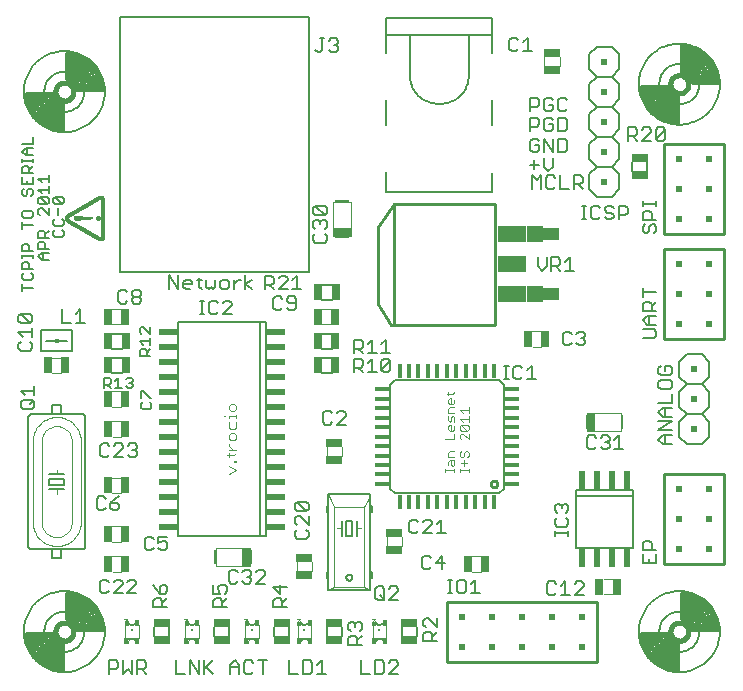
<source format=gto>
G75*
G70*
%OFA0B0*%
%FSLAX24Y24*%
%IPPOS*%
%LPD*%
%AMOC8*
5,1,8,0,0,1.08239X$1,22.5*
%
%ADD10C,0.0050*%
%ADD11C,0.0030*%
%ADD12C,0.0040*%
%ADD13C,0.0080*%
%ADD14R,0.0598X0.0193*%
%ADD15C,0.0020*%
%ADD16C,0.0060*%
%ADD17R,0.0079X0.0472*%
%ADD18R,0.0256X0.0591*%
%ADD19R,0.0256X0.0551*%
%ADD20R,0.0295X0.0571*%
%ADD21R,0.0157X0.0118*%
%ADD22R,0.0571X0.0295*%
%ADD23R,0.0472X0.0079*%
%ADD24R,0.0591X0.0256*%
%ADD25R,0.0560X0.0440*%
%ADD26R,0.0560X0.0560*%
%ADD27R,0.0980X0.0560*%
%ADD28C,0.0100*%
%ADD29R,0.0453X0.0157*%
%ADD30R,0.0453X0.0157*%
%ADD31R,0.0453X0.0158*%
%ADD32R,0.0157X0.0453*%
%ADD33R,0.0157X0.0453*%
%ADD34R,0.0158X0.0453*%
%ADD35R,0.0551X0.0256*%
%ADD36R,0.0128X0.0197*%
%ADD37R,0.0059X0.0098*%
%ADD38R,0.0157X0.0069*%
%ADD39R,0.0079X0.0079*%
%ADD40R,0.0118X0.0118*%
%ADD41R,0.0128X0.0030*%
%ADD42R,0.0193X0.0598*%
%ADD43R,0.0006X0.0006*%
%ADD44R,0.0006X0.0006*%
%ADD45R,0.0006X0.0006*%
%ADD46R,0.0006X0.0006*%
%ADD47C,0.0180*%
%ADD48R,0.0200X0.0200*%
D10*
X003900Y005405D02*
X003900Y005855D01*
X004125Y005855D01*
X004200Y005780D01*
X004200Y005630D01*
X004125Y005555D01*
X003900Y005555D01*
X004360Y005405D02*
X004360Y005855D01*
X004661Y005855D02*
X004661Y005405D01*
X004511Y005555D01*
X004360Y005405D01*
X004821Y005405D02*
X004821Y005855D01*
X005046Y005855D01*
X005121Y005780D01*
X005121Y005630D01*
X005046Y005555D01*
X004821Y005555D01*
X004971Y005555D02*
X005121Y005405D01*
X006120Y005405D02*
X006420Y005405D01*
X006580Y005405D02*
X006580Y005855D01*
X006881Y005405D01*
X006881Y005855D01*
X007041Y005855D02*
X007041Y005405D01*
X007041Y005555D02*
X007341Y005855D01*
X007116Y005630D02*
X007341Y005405D01*
X007930Y005405D02*
X007930Y005705D01*
X008080Y005855D01*
X008230Y005705D01*
X008230Y005405D01*
X008390Y005480D02*
X008465Y005405D01*
X008616Y005405D01*
X008691Y005480D01*
X008691Y005780D02*
X008616Y005855D01*
X008465Y005855D01*
X008390Y005780D01*
X008390Y005480D01*
X008230Y005630D02*
X007930Y005630D01*
X008851Y005855D02*
X009151Y005855D01*
X009001Y005855D02*
X009001Y005405D01*
X009900Y005405D02*
X010200Y005405D01*
X010360Y005405D02*
X010360Y005855D01*
X010586Y005855D01*
X010661Y005780D01*
X010661Y005480D01*
X010586Y005405D01*
X010360Y005405D01*
X009900Y005405D02*
X009900Y005855D01*
X010821Y005705D02*
X010971Y005855D01*
X010971Y005405D01*
X010821Y005405D02*
X011121Y005405D01*
X012300Y005405D02*
X012600Y005405D01*
X012760Y005405D02*
X012986Y005405D01*
X013061Y005480D01*
X013061Y005780D01*
X012986Y005855D01*
X012760Y005855D01*
X012760Y005405D01*
X012300Y005405D02*
X012300Y005855D01*
X012310Y006370D02*
X011860Y006370D01*
X011860Y006595D01*
X011935Y006670D01*
X012085Y006670D01*
X012160Y006595D01*
X012160Y006370D01*
X012160Y006520D02*
X012310Y006670D01*
X012235Y006830D02*
X012310Y006905D01*
X012310Y007055D01*
X012235Y007130D01*
X012160Y007130D01*
X012085Y007055D01*
X012085Y006980D01*
X012085Y007055D02*
X012010Y007130D01*
X011935Y007130D01*
X011860Y007055D01*
X011860Y006905D01*
X011935Y006830D01*
X013221Y005780D02*
X013296Y005855D01*
X013446Y005855D01*
X013521Y005780D01*
X013521Y005705D01*
X013221Y005405D01*
X013521Y005405D01*
X014360Y006495D02*
X014360Y006720D01*
X014435Y006795D01*
X014585Y006795D01*
X014660Y006720D01*
X014660Y006495D01*
X014660Y006645D02*
X014810Y006795D01*
X014810Y006955D02*
X014510Y007255D01*
X014435Y007255D01*
X014360Y007180D01*
X014360Y007030D01*
X014435Y006955D01*
X014810Y006955D02*
X014810Y007255D01*
X014810Y006495D02*
X014360Y006495D01*
X013521Y007870D02*
X013220Y007870D01*
X013521Y008170D01*
X013521Y008245D01*
X013446Y008320D01*
X013295Y008320D01*
X013220Y008245D01*
X013060Y008245D02*
X013060Y007945D01*
X012985Y007870D01*
X012835Y007870D01*
X012760Y007945D01*
X012760Y008245D01*
X012835Y008320D01*
X012985Y008320D01*
X013060Y008245D01*
X012910Y008020D02*
X013060Y007870D01*
X014309Y008960D02*
X014384Y008885D01*
X014534Y008885D01*
X014610Y008960D01*
X014770Y009110D02*
X014995Y009335D01*
X014995Y008885D01*
X015070Y009110D02*
X014770Y009110D01*
X014610Y009260D02*
X014534Y009335D01*
X014384Y009335D01*
X014309Y009260D01*
X014309Y008960D01*
X015170Y008535D02*
X015320Y008535D01*
X015245Y008535D02*
X015245Y008085D01*
X015170Y008085D02*
X015320Y008085D01*
X015477Y008160D02*
X015552Y008085D01*
X015702Y008085D01*
X015777Y008160D01*
X015777Y008460D01*
X015702Y008535D01*
X015552Y008535D01*
X015477Y008460D01*
X015477Y008160D01*
X015937Y008085D02*
X016238Y008085D01*
X016087Y008085D02*
X016087Y008535D01*
X015937Y008385D01*
X015116Y010090D02*
X014816Y010090D01*
X014966Y010090D02*
X014966Y010540D01*
X014816Y010390D01*
X014656Y010390D02*
X014656Y010465D01*
X014581Y010540D01*
X014430Y010540D01*
X014355Y010465D01*
X014195Y010465D02*
X014120Y010540D01*
X013970Y010540D01*
X013895Y010465D01*
X013895Y010165D01*
X013970Y010090D01*
X014120Y010090D01*
X014195Y010165D01*
X014355Y010090D02*
X014656Y010390D01*
X014656Y010090D02*
X014355Y010090D01*
X010535Y010132D02*
X010460Y010207D01*
X010535Y010132D02*
X010535Y009982D01*
X010460Y009907D01*
X010160Y009907D01*
X010085Y009982D01*
X010085Y010132D01*
X010160Y010207D01*
X010160Y010367D02*
X010085Y010442D01*
X010085Y010593D01*
X010160Y010668D01*
X010235Y010668D01*
X010535Y010367D01*
X010535Y010668D01*
X010460Y010828D02*
X010160Y010828D01*
X010085Y010903D01*
X010085Y011053D01*
X010160Y011128D01*
X010460Y010828D01*
X010535Y010903D01*
X010535Y011053D01*
X010460Y011128D01*
X010160Y011128D01*
X009016Y008856D02*
X008865Y008856D01*
X008790Y008781D01*
X008630Y008781D02*
X008630Y008706D01*
X008555Y008631D01*
X008630Y008556D01*
X008630Y008481D01*
X008555Y008406D01*
X008405Y008406D01*
X008330Y008481D01*
X008170Y008481D02*
X008095Y008406D01*
X007945Y008406D01*
X007870Y008481D01*
X007870Y008781D01*
X007945Y008856D01*
X008095Y008856D01*
X008170Y008781D01*
X008330Y008781D02*
X008405Y008856D01*
X008555Y008856D01*
X008630Y008781D01*
X008555Y008631D02*
X008480Y008631D01*
X008790Y008406D02*
X009091Y008706D01*
X009091Y008781D01*
X009016Y008856D01*
X009091Y008406D02*
X008790Y008406D01*
X009360Y008305D02*
X009585Y008080D01*
X009585Y008380D01*
X009810Y008305D02*
X009360Y008305D01*
X009435Y007920D02*
X009585Y007920D01*
X009660Y007845D01*
X009660Y007620D01*
X009660Y007770D02*
X009810Y007920D01*
X009810Y007620D02*
X009360Y007620D01*
X009360Y007845D01*
X009435Y007920D01*
X007810Y007920D02*
X007660Y007770D01*
X007660Y007845D02*
X007660Y007620D01*
X007810Y007620D02*
X007360Y007620D01*
X007360Y007845D01*
X007435Y007920D01*
X007585Y007920D01*
X007660Y007845D01*
X007735Y008080D02*
X007810Y008155D01*
X007810Y008305D01*
X007735Y008380D01*
X007585Y008380D01*
X007510Y008305D01*
X007510Y008230D01*
X007585Y008080D01*
X007360Y008080D01*
X007360Y008380D01*
X005810Y008305D02*
X005735Y008380D01*
X005660Y008380D01*
X005585Y008305D01*
X005585Y008080D01*
X005735Y008080D01*
X005810Y008155D01*
X005810Y008305D01*
X005585Y008080D02*
X005435Y008230D01*
X005360Y008380D01*
X004796Y008390D02*
X004796Y008465D01*
X004721Y008540D01*
X004571Y008540D01*
X004496Y008465D01*
X004336Y008465D02*
X004261Y008540D01*
X004110Y008540D01*
X004035Y008465D01*
X003875Y008465D02*
X003800Y008540D01*
X003650Y008540D01*
X003575Y008465D01*
X003575Y008165D01*
X003650Y008090D01*
X003800Y008090D01*
X003875Y008165D01*
X004035Y008090D02*
X004336Y008390D01*
X004336Y008465D01*
X004336Y008090D02*
X004035Y008090D01*
X004496Y008090D02*
X004796Y008390D01*
X004796Y008090D02*
X004496Y008090D01*
X005360Y007845D02*
X005360Y007620D01*
X005810Y007620D01*
X005660Y007620D02*
X005660Y007845D01*
X005585Y007920D01*
X005435Y007920D01*
X005360Y007845D01*
X005660Y007770D02*
X005810Y007920D01*
X005756Y009525D02*
X005605Y009525D01*
X005530Y009600D01*
X005530Y009750D02*
X005681Y009825D01*
X005756Y009825D01*
X005831Y009750D01*
X005831Y009600D01*
X005756Y009525D01*
X005530Y009750D02*
X005530Y009975D01*
X005831Y009975D01*
X005370Y009900D02*
X005295Y009975D01*
X005145Y009975D01*
X005070Y009900D01*
X005070Y009600D01*
X005145Y009525D01*
X005295Y009525D01*
X005370Y009600D01*
X004156Y010870D02*
X004231Y010945D01*
X004231Y011020D01*
X004156Y011095D01*
X003930Y011095D01*
X003930Y010945D01*
X004005Y010870D01*
X004156Y010870D01*
X003930Y011095D02*
X004081Y011245D01*
X004231Y011320D01*
X003770Y011245D02*
X003695Y011320D01*
X003545Y011320D01*
X003470Y011245D01*
X003470Y010945D01*
X003545Y010870D01*
X003695Y010870D01*
X003770Y010945D01*
X003819Y012637D02*
X003894Y012712D01*
X003819Y012637D02*
X003669Y012637D01*
X003594Y012712D01*
X003594Y013012D01*
X003669Y013087D01*
X003819Y013087D01*
X003894Y013012D01*
X004054Y013012D02*
X004129Y013087D01*
X004280Y013087D01*
X004355Y013012D01*
X004355Y012937D01*
X004054Y012637D01*
X004355Y012637D01*
X004515Y012712D02*
X004590Y012637D01*
X004740Y012637D01*
X004815Y012712D01*
X004815Y012787D01*
X004740Y012862D01*
X004665Y012862D01*
X004740Y012862D02*
X004815Y012937D01*
X004815Y013012D01*
X004740Y013087D01*
X004590Y013087D01*
X004515Y013012D01*
X005003Y014219D02*
X005237Y014219D01*
X005295Y014277D01*
X005295Y014394D01*
X005237Y014452D01*
X005237Y014587D02*
X005295Y014587D01*
X005237Y014587D02*
X005003Y014820D01*
X004945Y014820D01*
X004945Y014587D01*
X005003Y014452D02*
X004945Y014394D01*
X004945Y014277D01*
X005003Y014219D01*
X004619Y014927D02*
X004503Y014927D01*
X004444Y014985D01*
X004309Y014927D02*
X004076Y014927D01*
X004193Y014927D02*
X004193Y015277D01*
X004076Y015161D01*
X003941Y015219D02*
X003941Y015102D01*
X003883Y015044D01*
X003708Y015044D01*
X003824Y015044D02*
X003941Y014927D01*
X003708Y014927D02*
X003708Y015277D01*
X003883Y015277D01*
X003941Y015219D01*
X004444Y015219D02*
X004503Y015277D01*
X004619Y015277D01*
X004678Y015219D01*
X004678Y015161D01*
X004619Y015102D01*
X004678Y015044D01*
X004678Y014985D01*
X004619Y014927D01*
X004619Y015102D02*
X004561Y015102D01*
X004905Y015997D02*
X004905Y016172D01*
X004963Y016231D01*
X005080Y016231D01*
X005138Y016172D01*
X005138Y015997D01*
X005138Y016114D02*
X005255Y016231D01*
X005255Y016365D02*
X005255Y016599D01*
X005255Y016482D02*
X004905Y016482D01*
X005022Y016365D01*
X004905Y015997D02*
X005255Y015997D01*
X005255Y016734D02*
X005022Y016967D01*
X004963Y016967D01*
X004905Y016909D01*
X004905Y016792D01*
X004963Y016734D01*
X005255Y016734D02*
X005255Y016967D01*
X004879Y017742D02*
X004728Y017742D01*
X004653Y017817D01*
X004653Y017892D01*
X004728Y017967D01*
X004879Y017967D01*
X004954Y017892D01*
X004954Y017817D01*
X004879Y017742D01*
X004879Y017967D02*
X004954Y018042D01*
X004954Y018117D01*
X004879Y018192D01*
X004728Y018192D01*
X004653Y018117D01*
X004653Y018042D01*
X004728Y017967D01*
X004493Y018117D02*
X004418Y018192D01*
X004268Y018192D01*
X004193Y018117D01*
X004193Y017817D01*
X004268Y017742D01*
X004418Y017742D01*
X004493Y017817D01*
X005899Y018235D02*
X005899Y018685D01*
X006200Y018235D01*
X006200Y018685D01*
X006360Y018460D02*
X006435Y018535D01*
X006585Y018535D01*
X006660Y018460D01*
X006660Y018385D01*
X006360Y018385D01*
X006360Y018310D02*
X006360Y018460D01*
X006360Y018310D02*
X006435Y018235D01*
X006585Y018235D01*
X006895Y018310D02*
X006895Y018610D01*
X006820Y018535D02*
X006970Y018535D01*
X007127Y018535D02*
X007127Y018310D01*
X007202Y018235D01*
X007277Y018310D01*
X007352Y018235D01*
X007427Y018310D01*
X007427Y018535D01*
X007587Y018460D02*
X007662Y018535D01*
X007812Y018535D01*
X007887Y018460D01*
X007887Y018310D01*
X007812Y018235D01*
X007662Y018235D01*
X007587Y018310D01*
X007587Y018460D01*
X008048Y018535D02*
X008048Y018235D01*
X008048Y018385D02*
X008198Y018535D01*
X008273Y018535D01*
X008431Y018685D02*
X008431Y018235D01*
X008431Y018385D02*
X008656Y018535D01*
X008431Y018385D02*
X008656Y018235D01*
X009074Y018221D02*
X009074Y018671D01*
X009299Y018671D01*
X009374Y018596D01*
X009374Y018446D01*
X009299Y018371D01*
X009074Y018371D01*
X009224Y018371D02*
X009374Y018221D01*
X009534Y018221D02*
X009835Y018521D01*
X009835Y018596D01*
X009760Y018671D01*
X009609Y018671D01*
X009534Y018596D01*
X009534Y018221D02*
X009835Y018221D01*
X009995Y018221D02*
X010295Y018221D01*
X010145Y018221D02*
X010145Y018671D01*
X009995Y018521D01*
X010545Y018810D02*
X004245Y018810D01*
X004245Y027310D01*
X010545Y027310D01*
X010545Y018810D01*
X010046Y017985D02*
X009895Y017985D01*
X009820Y017910D01*
X009820Y017835D01*
X009895Y017760D01*
X010121Y017760D01*
X010121Y017610D02*
X010121Y017910D01*
X010046Y017985D01*
X010121Y017610D02*
X010046Y017535D01*
X009895Y017535D01*
X009820Y017610D01*
X009660Y017610D02*
X009585Y017535D01*
X009435Y017535D01*
X009360Y017610D01*
X009360Y017910D01*
X009435Y017985D01*
X009585Y017985D01*
X009660Y017910D01*
X007970Y017770D02*
X007895Y017845D01*
X007745Y017845D01*
X007670Y017770D01*
X007509Y017770D02*
X007434Y017845D01*
X007284Y017845D01*
X007209Y017770D01*
X007209Y017470D01*
X007284Y017395D01*
X007434Y017395D01*
X007509Y017470D01*
X007670Y017395D02*
X007970Y017695D01*
X007970Y017770D01*
X007970Y017395D02*
X007670Y017395D01*
X007052Y017395D02*
X006902Y017395D01*
X006977Y017395D02*
X006977Y017845D01*
X006902Y017845D02*
X007052Y017845D01*
X006970Y018235D02*
X006895Y018310D01*
X010692Y019848D02*
X010767Y019773D01*
X011068Y019773D01*
X011143Y019848D01*
X011143Y019998D01*
X011068Y020073D01*
X011068Y020233D02*
X011143Y020308D01*
X011143Y020458D01*
X011068Y020533D01*
X010993Y020533D01*
X010918Y020458D01*
X010918Y020383D01*
X010918Y020458D02*
X010842Y020533D01*
X010767Y020533D01*
X010692Y020458D01*
X010692Y020308D01*
X010767Y020233D01*
X010767Y020073D02*
X010692Y019998D01*
X010692Y019848D01*
X010767Y020693D02*
X010692Y020768D01*
X010692Y020918D01*
X010767Y020994D01*
X011068Y020693D01*
X011143Y020768D01*
X011143Y020918D01*
X011068Y020994D01*
X010767Y020994D01*
X010767Y020693D02*
X011068Y020693D01*
X012045Y016535D02*
X012270Y016535D01*
X012345Y016460D01*
X012345Y016310D01*
X012270Y016235D01*
X012045Y016235D01*
X012195Y016235D02*
X012345Y016085D01*
X012505Y016085D02*
X012806Y016085D01*
X012656Y016085D02*
X012656Y016535D01*
X012505Y016385D01*
X012966Y016385D02*
X013116Y016535D01*
X013116Y016085D01*
X012966Y016085D02*
X013266Y016085D01*
X013191Y015910D02*
X013266Y015835D01*
X012966Y015535D01*
X013041Y015460D01*
X013191Y015460D01*
X013266Y015535D01*
X013266Y015835D01*
X013191Y015910D02*
X013041Y015910D01*
X012966Y015835D01*
X012966Y015535D01*
X012806Y015460D02*
X012505Y015460D01*
X012656Y015460D02*
X012656Y015910D01*
X012505Y015760D01*
X012345Y015835D02*
X012345Y015685D01*
X012270Y015610D01*
X012045Y015610D01*
X012195Y015610D02*
X012345Y015460D01*
X012045Y015460D02*
X012045Y015910D01*
X012270Y015910D01*
X012345Y015835D01*
X012045Y016085D02*
X012045Y016535D01*
X011696Y014160D02*
X011545Y014160D01*
X011470Y014085D01*
X011310Y014085D02*
X011235Y014160D01*
X011085Y014160D01*
X011010Y014085D01*
X011010Y013785D01*
X011085Y013710D01*
X011235Y013710D01*
X011310Y013785D01*
X011470Y013710D02*
X011771Y014010D01*
X011771Y014085D01*
X011696Y014160D01*
X011771Y013710D02*
X011470Y013710D01*
X017052Y015215D02*
X017202Y015215D01*
X017127Y015215D02*
X017127Y015665D01*
X017052Y015665D02*
X017202Y015665D01*
X017359Y015590D02*
X017359Y015290D01*
X017434Y015215D01*
X017584Y015215D01*
X017659Y015290D01*
X017820Y015215D02*
X018120Y015215D01*
X017970Y015215D02*
X017970Y015665D01*
X017820Y015515D01*
X017659Y015590D02*
X017584Y015665D01*
X017434Y015665D01*
X017359Y015590D01*
X019003Y016435D02*
X019003Y016735D01*
X019078Y016810D01*
X019228Y016810D01*
X019303Y016735D01*
X019463Y016735D02*
X019538Y016810D01*
X019688Y016810D01*
X019763Y016735D01*
X019763Y016660D01*
X019688Y016585D01*
X019763Y016510D01*
X019763Y016435D01*
X019688Y016360D01*
X019538Y016360D01*
X019463Y016435D01*
X019303Y016435D02*
X019228Y016360D01*
X019078Y016360D01*
X019003Y016435D01*
X019613Y016585D02*
X019688Y016585D01*
X021670Y016585D02*
X022045Y016585D01*
X022120Y016660D01*
X022120Y016810D01*
X022045Y016885D01*
X021670Y016885D01*
X021820Y017045D02*
X021670Y017195D01*
X021820Y017345D01*
X022120Y017345D01*
X022120Y017505D02*
X021670Y017505D01*
X021670Y017730D01*
X021745Y017805D01*
X021895Y017805D01*
X021970Y017730D01*
X021970Y017505D01*
X021970Y017655D02*
X022120Y017805D01*
X022120Y018116D02*
X021670Y018116D01*
X021670Y017966D02*
X021670Y018266D01*
X021895Y017345D02*
X021895Y017045D01*
X021820Y017045D02*
X022120Y017045D01*
X022275Y015657D02*
X022200Y015581D01*
X022200Y015431D01*
X022275Y015356D01*
X022575Y015356D01*
X022650Y015431D01*
X022650Y015581D01*
X022575Y015657D01*
X022425Y015657D01*
X022425Y015506D01*
X022575Y015196D02*
X022275Y015196D01*
X022200Y015121D01*
X022200Y014971D01*
X022275Y014896D01*
X022575Y014896D01*
X022650Y014971D01*
X022650Y015121D01*
X022575Y015196D01*
X022650Y014736D02*
X022650Y014436D01*
X022200Y014436D01*
X022350Y014275D02*
X022650Y014275D01*
X022425Y014275D02*
X022425Y013975D01*
X022350Y013975D02*
X022650Y013975D01*
X022650Y013815D02*
X022200Y013815D01*
X022350Y013975D02*
X022200Y014125D01*
X022350Y014275D01*
X022650Y013815D02*
X022200Y013515D01*
X022650Y013515D01*
X022650Y013355D02*
X022350Y013355D01*
X022200Y013205D01*
X022350Y013055D01*
X022650Y013055D01*
X022425Y013055D02*
X022425Y013355D01*
X021031Y012903D02*
X020731Y012903D01*
X020881Y012903D02*
X020881Y013354D01*
X020731Y013204D01*
X020571Y013204D02*
X020496Y013129D01*
X020571Y013054D01*
X020571Y012978D01*
X020496Y012903D01*
X020346Y012903D01*
X020270Y012978D01*
X020110Y012978D02*
X020035Y012903D01*
X019885Y012903D01*
X019810Y012978D01*
X019810Y013279D01*
X019885Y013354D01*
X020035Y013354D01*
X020110Y013279D01*
X020270Y013279D02*
X020346Y013354D01*
X020496Y013354D01*
X020571Y013279D01*
X020571Y013204D01*
X020496Y013129D02*
X020421Y013129D01*
X019125Y011074D02*
X019200Y010999D01*
X019200Y010849D01*
X019125Y010774D01*
X019125Y010614D02*
X019200Y010539D01*
X019200Y010389D01*
X019125Y010314D01*
X018825Y010314D01*
X018750Y010389D01*
X018750Y010539D01*
X018825Y010614D01*
X018825Y010774D02*
X018750Y010849D01*
X018750Y010999D01*
X018825Y011074D01*
X018900Y011074D01*
X018975Y010999D01*
X019050Y011074D01*
X019125Y011074D01*
X018975Y010999D02*
X018975Y010924D01*
X019200Y010157D02*
X019200Y010007D01*
X019200Y010082D02*
X018750Y010082D01*
X018750Y010007D02*
X018750Y010157D01*
X018710Y008485D02*
X018560Y008485D01*
X018485Y008410D01*
X018485Y008110D01*
X018560Y008035D01*
X018710Y008035D01*
X018785Y008110D01*
X018945Y008035D02*
X019246Y008035D01*
X019096Y008035D02*
X019096Y008485D01*
X018945Y008335D01*
X018785Y008410D02*
X018710Y008485D01*
X019406Y008410D02*
X019481Y008485D01*
X019631Y008485D01*
X019706Y008410D01*
X019706Y008335D01*
X019406Y008035D01*
X019706Y008035D01*
X021670Y009085D02*
X021670Y009385D01*
X021670Y009545D02*
X021670Y009770D01*
X021745Y009845D01*
X021895Y009845D01*
X021970Y009770D01*
X021970Y009545D01*
X022120Y009545D02*
X021670Y009545D01*
X022120Y009385D02*
X022120Y009085D01*
X021670Y009085D01*
X021895Y009085D02*
X021895Y009235D01*
X019391Y018835D02*
X019091Y018835D01*
X019241Y018835D02*
X019241Y019285D01*
X019091Y019135D01*
X018931Y019210D02*
X018931Y019060D01*
X018856Y018985D01*
X018630Y018985D01*
X018630Y018835D02*
X018630Y019285D01*
X018856Y019285D01*
X018931Y019210D01*
X018781Y018985D02*
X018931Y018835D01*
X018470Y018985D02*
X018470Y019285D01*
X018170Y019285D02*
X018170Y018985D01*
X018320Y018835D01*
X018470Y018985D01*
X019640Y020555D02*
X019790Y020555D01*
X019715Y020555D02*
X019715Y021005D01*
X019640Y021005D02*
X019790Y021005D01*
X019947Y020930D02*
X019947Y020630D01*
X020022Y020555D01*
X020172Y020555D01*
X020247Y020630D01*
X020407Y020630D02*
X020482Y020555D01*
X020632Y020555D01*
X020708Y020630D01*
X020708Y020705D01*
X020632Y020780D01*
X020482Y020780D01*
X020407Y020855D01*
X020407Y020930D01*
X020482Y021005D01*
X020632Y021005D01*
X020708Y020930D01*
X020868Y021005D02*
X021093Y021005D01*
X021168Y020930D01*
X021168Y020780D01*
X021093Y020705D01*
X020868Y020705D01*
X020868Y020555D02*
X020868Y021005D01*
X020247Y020930D02*
X020172Y021005D01*
X020022Y021005D01*
X019947Y020930D01*
X019671Y021565D02*
X019521Y021715D01*
X019596Y021715D02*
X019371Y021715D01*
X019371Y021565D02*
X019371Y022015D01*
X019596Y022015D01*
X019671Y021940D01*
X019671Y021790D01*
X019596Y021715D01*
X019211Y021565D02*
X018911Y021565D01*
X018911Y022015D01*
X018751Y021940D02*
X018676Y022015D01*
X018525Y022015D01*
X018450Y021940D01*
X018450Y021640D01*
X018525Y021565D01*
X018676Y021565D01*
X018751Y021640D01*
X018290Y021565D02*
X018290Y022015D01*
X018140Y021865D01*
X017990Y022015D01*
X017990Y021565D01*
X018060Y022225D02*
X018060Y022525D01*
X017910Y022375D02*
X018210Y022375D01*
X018370Y022300D02*
X018370Y022600D01*
X018388Y022797D02*
X018388Y023247D01*
X018688Y022797D01*
X018688Y023247D01*
X018848Y023247D02*
X019073Y023247D01*
X019148Y023172D01*
X019148Y022872D01*
X019073Y022797D01*
X018848Y022797D01*
X018848Y023247D01*
X018848Y023490D02*
X019073Y023490D01*
X019148Y023565D01*
X019148Y023865D01*
X019073Y023940D01*
X018848Y023940D01*
X018848Y023490D01*
X018688Y023565D02*
X018613Y023490D01*
X018463Y023490D01*
X018388Y023565D01*
X018388Y023865D01*
X018463Y023940D01*
X018613Y023940D01*
X018688Y023865D01*
X018688Y023715D02*
X018538Y023715D01*
X018688Y023715D02*
X018688Y023565D01*
X018228Y023715D02*
X018228Y023865D01*
X018153Y023940D01*
X017928Y023940D01*
X017928Y023490D01*
X017928Y023640D02*
X018153Y023640D01*
X018228Y023715D01*
X018463Y024155D02*
X018613Y024155D01*
X018688Y024230D01*
X018688Y024380D01*
X018538Y024380D01*
X018388Y024530D02*
X018388Y024230D01*
X018463Y024155D01*
X018228Y024380D02*
X018153Y024305D01*
X017928Y024305D01*
X017928Y024155D02*
X017928Y024605D01*
X018153Y024605D01*
X018228Y024530D01*
X018228Y024380D01*
X018388Y024530D02*
X018463Y024605D01*
X018613Y024605D01*
X018688Y024530D01*
X018848Y024530D02*
X018848Y024230D01*
X018923Y024155D01*
X019073Y024155D01*
X019148Y024230D01*
X019148Y024530D02*
X019073Y024605D01*
X018923Y024605D01*
X018848Y024530D01*
X018153Y023247D02*
X018003Y023247D01*
X017928Y023172D01*
X017928Y022872D01*
X018003Y022797D01*
X018153Y022797D01*
X018228Y022872D01*
X018228Y023022D01*
X018078Y023022D01*
X018228Y023172D02*
X018153Y023247D01*
X018671Y022600D02*
X018671Y022300D01*
X018521Y022150D01*
X018370Y022300D01*
X021190Y023172D02*
X021190Y023622D01*
X021415Y023622D01*
X021490Y023547D01*
X021490Y023397D01*
X021415Y023322D01*
X021190Y023322D01*
X021340Y023322D02*
X021490Y023172D01*
X021650Y023172D02*
X021951Y023472D01*
X021951Y023547D01*
X021876Y023622D01*
X021725Y023622D01*
X021650Y023547D01*
X021650Y023172D02*
X021951Y023172D01*
X022111Y023247D02*
X022411Y023547D01*
X022411Y023247D01*
X022336Y023172D01*
X022186Y023172D01*
X022111Y023247D01*
X022111Y023547D01*
X022186Y023622D01*
X022336Y023622D01*
X022411Y023547D01*
X022120Y021155D02*
X022120Y021005D01*
X022120Y021080D02*
X021670Y021080D01*
X021670Y021005D02*
X021670Y021155D01*
X021745Y020845D02*
X021895Y020845D01*
X021970Y020770D01*
X021970Y020545D01*
X022120Y020545D02*
X021670Y020545D01*
X021670Y020770D01*
X021745Y020845D01*
X021745Y020385D02*
X021670Y020310D01*
X021670Y020160D01*
X021745Y020085D01*
X021820Y020085D01*
X021895Y020160D01*
X021895Y020310D01*
X021970Y020385D01*
X022045Y020385D01*
X022120Y020310D01*
X022120Y020160D01*
X022045Y020085D01*
X017994Y026150D02*
X017693Y026150D01*
X017844Y026150D02*
X017844Y026600D01*
X017693Y026450D01*
X017533Y026525D02*
X017458Y026600D01*
X017308Y026600D01*
X017233Y026525D01*
X017233Y026225D01*
X017308Y026150D01*
X017458Y026150D01*
X017533Y026225D01*
X011526Y026210D02*
X011451Y026135D01*
X011300Y026135D01*
X011225Y026210D01*
X011376Y026360D02*
X011451Y026360D01*
X011526Y026285D01*
X011526Y026210D01*
X011451Y026360D02*
X011526Y026435D01*
X011526Y026510D01*
X011451Y026585D01*
X011300Y026585D01*
X011225Y026510D01*
X011065Y026585D02*
X010915Y026585D01*
X010990Y026585D02*
X010990Y026210D01*
X010915Y026135D01*
X010840Y026135D01*
X010765Y026210D01*
X002370Y021240D02*
X002370Y021123D01*
X002312Y021064D01*
X002078Y021298D01*
X002312Y021298D01*
X002370Y021240D01*
X002312Y021064D02*
X002078Y021064D01*
X002020Y021123D01*
X002020Y021240D01*
X002078Y021298D01*
X001870Y021226D02*
X001870Y021109D01*
X001812Y021051D01*
X001578Y021285D01*
X001812Y021285D01*
X001870Y021226D01*
X001812Y021051D02*
X001578Y021051D01*
X001520Y021109D01*
X001520Y021226D01*
X001578Y021285D01*
X001637Y021419D02*
X001520Y021536D01*
X001870Y021536D01*
X001870Y021419D02*
X001870Y021653D01*
X001870Y021788D02*
X001870Y022021D01*
X001870Y021904D02*
X001520Y021904D01*
X001637Y021788D01*
X001340Y021715D02*
X001340Y021948D01*
X001340Y022083D02*
X000990Y022083D01*
X000990Y022258D01*
X001048Y022317D01*
X001165Y022317D01*
X001223Y022258D01*
X001223Y022083D01*
X001223Y022200D02*
X001340Y022317D01*
X001340Y022451D02*
X001340Y022568D01*
X001340Y022510D02*
X000990Y022510D01*
X000990Y022568D02*
X000990Y022451D01*
X001107Y022697D02*
X000990Y022814D01*
X001107Y022930D01*
X001340Y022930D01*
X001340Y023065D02*
X000990Y023065D01*
X001165Y022930D02*
X001165Y022697D01*
X001107Y022697D02*
X001340Y022697D01*
X001340Y023065D02*
X001340Y023299D01*
X000990Y021948D02*
X000990Y021715D01*
X001340Y021715D01*
X001282Y021580D02*
X001340Y021522D01*
X001340Y021405D01*
X001282Y021346D01*
X001165Y021405D02*
X001165Y021522D01*
X001223Y021580D01*
X001282Y021580D01*
X001165Y021715D02*
X001165Y021832D01*
X001048Y021580D02*
X000990Y021522D01*
X000990Y021405D01*
X001048Y021346D01*
X001107Y021346D01*
X001165Y021405D01*
X001578Y020916D02*
X001520Y020858D01*
X001520Y020741D01*
X001578Y020683D01*
X001578Y020916D02*
X001637Y020916D01*
X001870Y020683D01*
X001870Y020916D01*
X002195Y020930D02*
X002195Y020696D01*
X002312Y020561D02*
X002370Y020503D01*
X002370Y020386D01*
X002312Y020328D01*
X002078Y020328D01*
X002020Y020386D01*
X002020Y020503D01*
X002078Y020561D01*
X002078Y020193D02*
X002020Y020135D01*
X002020Y020018D01*
X002078Y019960D01*
X002312Y019960D01*
X002370Y020018D01*
X002370Y020135D01*
X002312Y020193D01*
X001870Y020180D02*
X001753Y020063D01*
X001753Y020121D02*
X001753Y019946D01*
X001870Y019946D02*
X001520Y019946D01*
X001520Y020121D01*
X001578Y020180D01*
X001695Y020180D01*
X001753Y020121D01*
X001695Y019811D02*
X001753Y019753D01*
X001753Y019578D01*
X001870Y019578D02*
X001520Y019578D01*
X001520Y019753D01*
X001578Y019811D01*
X001695Y019811D01*
X001695Y019443D02*
X001695Y019210D01*
X001637Y019210D02*
X001520Y019326D01*
X001637Y019443D01*
X001870Y019443D01*
X001870Y019210D02*
X001637Y019210D01*
X001340Y019259D02*
X001340Y019376D01*
X001340Y019318D02*
X000990Y019318D01*
X000990Y019376D02*
X000990Y019259D01*
X001048Y019125D02*
X001165Y019125D01*
X001223Y019066D01*
X001223Y018891D01*
X001340Y018891D02*
X000990Y018891D01*
X000990Y019066D01*
X001048Y019125D01*
X000990Y019505D02*
X000990Y019680D01*
X001048Y019738D01*
X001165Y019738D01*
X001223Y019680D01*
X001223Y019505D01*
X001340Y019505D02*
X000990Y019505D01*
X000990Y020242D02*
X000990Y020475D01*
X000990Y020358D02*
X001340Y020358D01*
X001282Y020610D02*
X001340Y020668D01*
X001340Y020785D01*
X001282Y020843D01*
X001048Y020843D01*
X000990Y020785D01*
X000990Y020668D01*
X001048Y020610D01*
X001282Y020610D01*
X001282Y018756D02*
X001340Y018698D01*
X001340Y018581D01*
X001282Y018523D01*
X001048Y018523D01*
X000990Y018581D01*
X000990Y018698D01*
X001048Y018756D01*
X000990Y018388D02*
X000990Y018155D01*
X000990Y018271D02*
X001340Y018271D01*
X001241Y017395D02*
X001316Y017320D01*
X001316Y017170D01*
X001241Y017095D01*
X000941Y017395D01*
X001241Y017395D01*
X001241Y017095D02*
X000941Y017095D01*
X000866Y017170D01*
X000866Y017320D01*
X000941Y017395D01*
X001316Y016935D02*
X001316Y016635D01*
X001316Y016785D02*
X000866Y016785D01*
X001016Y016635D01*
X000941Y016475D02*
X000866Y016400D01*
X000866Y016250D01*
X000941Y016175D01*
X001241Y016175D01*
X001316Y016250D01*
X001316Y016400D01*
X001241Y016475D01*
X001623Y016150D02*
X001623Y016864D01*
X002647Y016864D01*
X002647Y016150D01*
X001623Y016150D01*
X001795Y016497D02*
X002495Y016497D01*
X002610Y017102D02*
X002310Y017102D01*
X002310Y017552D01*
X002770Y017402D02*
X002921Y017552D01*
X002921Y017102D01*
X003071Y017102D02*
X002770Y017102D01*
X001400Y014995D02*
X001400Y014695D01*
X001400Y014845D02*
X000950Y014845D01*
X001100Y014695D01*
X001025Y014535D02*
X001325Y014535D01*
X001400Y014460D01*
X001400Y014310D01*
X001325Y014235D01*
X001025Y014235D01*
X000950Y014310D01*
X000950Y014460D01*
X001025Y014535D01*
X001250Y014385D02*
X001400Y014535D01*
X006120Y005855D02*
X006120Y005405D01*
D11*
X015100Y012135D02*
X015100Y012231D01*
X015100Y012183D02*
X015390Y012183D01*
X015390Y012135D02*
X015390Y012231D01*
X015342Y012331D02*
X015293Y012379D01*
X015293Y012524D01*
X015245Y012524D02*
X015390Y012524D01*
X015390Y012379D01*
X015342Y012331D01*
X015197Y012379D02*
X015197Y012476D01*
X015245Y012524D01*
X015197Y012626D02*
X015197Y012771D01*
X015245Y012819D01*
X015390Y012819D01*
X015390Y012626D02*
X015197Y012626D01*
X015580Y012674D02*
X015628Y012626D01*
X015677Y012626D01*
X015725Y012674D01*
X015725Y012771D01*
X015773Y012819D01*
X015822Y012819D01*
X015870Y012771D01*
X015870Y012674D01*
X015822Y012626D01*
X015725Y012524D02*
X015725Y012331D01*
X015628Y012428D02*
X015822Y012428D01*
X015870Y012231D02*
X015870Y012135D01*
X015870Y012183D02*
X015580Y012183D01*
X015580Y012135D02*
X015580Y012231D01*
X015580Y012674D02*
X015580Y012771D01*
X015628Y012819D01*
X015628Y013215D02*
X015580Y013263D01*
X015580Y013360D01*
X015628Y013408D01*
X015677Y013408D01*
X015870Y013215D01*
X015870Y013408D01*
X015822Y013510D02*
X015628Y013703D01*
X015822Y013703D01*
X015870Y013655D01*
X015870Y013558D01*
X015822Y013510D01*
X015628Y013510D01*
X015580Y013558D01*
X015580Y013655D01*
X015628Y013703D01*
X015677Y013804D02*
X015580Y013901D01*
X015870Y013901D01*
X015870Y013804D02*
X015870Y013998D01*
X015870Y014099D02*
X015870Y014292D01*
X015870Y014196D02*
X015580Y014196D01*
X015677Y014099D01*
X015390Y014099D02*
X015197Y014099D01*
X015197Y014244D01*
X015245Y014292D01*
X015390Y014292D01*
X015342Y014393D02*
X015245Y014393D01*
X015197Y014442D01*
X015197Y014539D01*
X015245Y014587D01*
X015293Y014587D01*
X015293Y014393D01*
X015342Y014393D02*
X015390Y014442D01*
X015390Y014539D01*
X015342Y014736D02*
X015390Y014785D01*
X015342Y014736D02*
X015148Y014736D01*
X015197Y014688D02*
X015197Y014785D01*
X015197Y013998D02*
X015197Y013853D01*
X015245Y013804D01*
X015293Y013853D01*
X015293Y013949D01*
X015342Y013998D01*
X015390Y013949D01*
X015390Y013804D01*
X015293Y013703D02*
X015293Y013510D01*
X015245Y013510D02*
X015197Y013558D01*
X015197Y013655D01*
X015245Y013703D01*
X015293Y013703D01*
X015390Y013655D02*
X015390Y013558D01*
X015342Y013510D01*
X015245Y013510D01*
X015390Y013408D02*
X015390Y013215D01*
X015100Y013215D01*
D12*
X011655Y012960D02*
X011655Y012660D01*
X011135Y012660D02*
X011135Y012950D01*
X008125Y012877D02*
X007885Y012877D01*
X008005Y012877D02*
X007885Y012998D01*
X007885Y013058D01*
X007945Y013184D02*
X008065Y013184D01*
X008125Y013244D01*
X008125Y013364D01*
X008065Y013425D01*
X007945Y013425D01*
X007885Y013364D01*
X007885Y013244D01*
X007945Y013184D01*
X007945Y013553D02*
X008065Y013553D01*
X008125Y013613D01*
X008125Y013793D01*
X008125Y013921D02*
X008125Y014041D01*
X008125Y013981D02*
X007885Y013981D01*
X007885Y013921D01*
X007885Y013793D02*
X007885Y013613D01*
X007945Y013553D01*
X007765Y013981D02*
X007705Y013981D01*
X007945Y014166D02*
X008065Y014166D01*
X008125Y014227D01*
X008125Y014347D01*
X008065Y014407D01*
X007945Y014407D01*
X007885Y014347D01*
X007885Y014227D01*
X007945Y014166D01*
X007885Y012752D02*
X007885Y012632D01*
X007825Y012692D02*
X008065Y012692D01*
X008125Y012752D01*
X008125Y012508D02*
X008125Y012448D01*
X008065Y012448D01*
X008065Y012508D01*
X008125Y012508D01*
X007885Y012320D02*
X008125Y012200D01*
X007885Y012080D01*
X007449Y009605D02*
X008591Y009605D01*
X008591Y009014D01*
X007449Y009014D01*
X007449Y009605D01*
X010135Y009137D02*
X010135Y008847D01*
X010655Y008847D02*
X010655Y009147D01*
X010532Y007174D02*
X010527Y007152D01*
X010519Y007132D01*
X010508Y007114D01*
X010493Y007097D01*
X010477Y007083D01*
X010458Y007071D01*
X010438Y007063D01*
X010417Y007058D01*
X010395Y007056D01*
X010373Y007058D01*
X010352Y007063D01*
X010332Y007071D01*
X010313Y007083D01*
X010297Y007097D01*
X010282Y007114D01*
X010271Y007132D01*
X010263Y007152D01*
X010258Y007174D01*
X010177Y007144D02*
X010179Y007156D01*
X010184Y007167D01*
X010192Y007176D01*
X010203Y007182D01*
X010215Y007185D01*
X010227Y007184D01*
X010239Y007180D01*
X010248Y007172D01*
X010255Y007162D01*
X010259Y007150D01*
X010259Y007138D01*
X010255Y007126D01*
X010248Y007116D01*
X010238Y007108D01*
X010227Y007104D01*
X010215Y007103D01*
X010203Y007106D01*
X010192Y007112D01*
X010184Y007121D01*
X010179Y007132D01*
X010177Y007144D01*
X010169Y007174D02*
X010169Y006613D01*
X010258Y006445D02*
X010263Y006467D01*
X010271Y006487D01*
X010282Y006505D01*
X010297Y006522D01*
X010313Y006536D01*
X010332Y006548D01*
X010352Y006556D01*
X010373Y006561D01*
X010395Y006563D01*
X010417Y006561D01*
X010438Y006556D01*
X010458Y006548D01*
X010477Y006536D01*
X010493Y006522D01*
X010508Y006505D01*
X010519Y006487D01*
X010527Y006467D01*
X010532Y006445D01*
X010621Y006603D02*
X010621Y007016D01*
X008871Y007016D02*
X008871Y006603D01*
X008782Y006445D02*
X008777Y006467D01*
X008769Y006487D01*
X008758Y006505D01*
X008743Y006522D01*
X008727Y006536D01*
X008708Y006548D01*
X008688Y006556D01*
X008667Y006561D01*
X008645Y006563D01*
X008623Y006561D01*
X008602Y006556D01*
X008582Y006548D01*
X008563Y006536D01*
X008547Y006522D01*
X008532Y006505D01*
X008521Y006487D01*
X008513Y006467D01*
X008508Y006445D01*
X008419Y006613D02*
X008419Y007174D01*
X008427Y007144D02*
X008429Y007156D01*
X008434Y007167D01*
X008442Y007176D01*
X008453Y007182D01*
X008465Y007185D01*
X008477Y007184D01*
X008489Y007180D01*
X008498Y007172D01*
X008505Y007162D01*
X008509Y007150D01*
X008509Y007138D01*
X008505Y007126D01*
X008498Y007116D01*
X008488Y007108D01*
X008477Y007104D01*
X008465Y007103D01*
X008453Y007106D01*
X008442Y007112D01*
X008434Y007121D01*
X008429Y007132D01*
X008427Y007144D01*
X008508Y007174D02*
X008513Y007152D01*
X008521Y007132D01*
X008532Y007114D01*
X008547Y007097D01*
X008563Y007083D01*
X008582Y007071D01*
X008602Y007063D01*
X008623Y007058D01*
X008645Y007056D01*
X008667Y007058D01*
X008688Y007063D01*
X008708Y007071D01*
X008727Y007083D01*
X008743Y007097D01*
X008758Y007114D01*
X008769Y007132D01*
X008777Y007152D01*
X008782Y007174D01*
X006871Y007016D02*
X006871Y006603D01*
X006782Y006445D02*
X006777Y006467D01*
X006769Y006487D01*
X006758Y006505D01*
X006743Y006522D01*
X006727Y006536D01*
X006708Y006548D01*
X006688Y006556D01*
X006667Y006561D01*
X006645Y006563D01*
X006623Y006561D01*
X006602Y006556D01*
X006582Y006548D01*
X006563Y006536D01*
X006547Y006522D01*
X006532Y006505D01*
X006521Y006487D01*
X006513Y006467D01*
X006508Y006445D01*
X006419Y006613D02*
X006419Y007174D01*
X006427Y007144D02*
X006429Y007156D01*
X006434Y007167D01*
X006442Y007176D01*
X006453Y007182D01*
X006465Y007185D01*
X006477Y007184D01*
X006489Y007180D01*
X006498Y007172D01*
X006505Y007162D01*
X006509Y007150D01*
X006509Y007138D01*
X006505Y007126D01*
X006498Y007116D01*
X006488Y007108D01*
X006477Y007104D01*
X006465Y007103D01*
X006453Y007106D01*
X006442Y007112D01*
X006434Y007121D01*
X006429Y007132D01*
X006427Y007144D01*
X006508Y007174D02*
X006513Y007152D01*
X006521Y007132D01*
X006532Y007114D01*
X006547Y007097D01*
X006563Y007083D01*
X006582Y007071D01*
X006602Y007063D01*
X006623Y007058D01*
X006645Y007056D01*
X006667Y007058D01*
X006688Y007063D01*
X006708Y007071D01*
X006727Y007083D01*
X006743Y007097D01*
X006758Y007114D01*
X006769Y007132D01*
X006777Y007152D01*
X006782Y007174D01*
X004871Y007016D02*
X004871Y006603D01*
X004782Y006445D02*
X004777Y006467D01*
X004769Y006487D01*
X004758Y006505D01*
X004743Y006522D01*
X004727Y006536D01*
X004708Y006548D01*
X004688Y006556D01*
X004667Y006561D01*
X004645Y006563D01*
X004623Y006561D01*
X004602Y006556D01*
X004582Y006548D01*
X004563Y006536D01*
X004547Y006522D01*
X004532Y006505D01*
X004521Y006487D01*
X004513Y006467D01*
X004508Y006445D01*
X004419Y006613D02*
X004419Y007174D01*
X004427Y007144D02*
X004429Y007156D01*
X004434Y007167D01*
X004442Y007176D01*
X004453Y007182D01*
X004465Y007185D01*
X004477Y007184D01*
X004489Y007180D01*
X004498Y007172D01*
X004505Y007162D01*
X004509Y007150D01*
X004509Y007138D01*
X004505Y007126D01*
X004498Y007116D01*
X004488Y007108D01*
X004477Y007104D01*
X004465Y007103D01*
X004453Y007106D01*
X004442Y007112D01*
X004434Y007121D01*
X004429Y007132D01*
X004427Y007144D01*
X004508Y007174D02*
X004513Y007152D01*
X004521Y007132D01*
X004532Y007114D01*
X004547Y007097D01*
X004563Y007083D01*
X004582Y007071D01*
X004602Y007063D01*
X004623Y007058D01*
X004645Y007056D01*
X004667Y007058D01*
X004688Y007063D01*
X004708Y007071D01*
X004727Y007083D01*
X004743Y007097D01*
X004758Y007114D01*
X004769Y007132D01*
X004777Y007152D01*
X004782Y007174D01*
X004295Y008800D02*
X004005Y008800D01*
X003995Y009319D02*
X004295Y009319D01*
X004295Y009800D02*
X003995Y009800D01*
X003995Y010319D02*
X004285Y010319D01*
X004295Y011425D02*
X003995Y011425D01*
X003995Y011944D02*
X004285Y011944D01*
X004295Y013300D02*
X004005Y013300D01*
X003995Y013819D02*
X004295Y013819D01*
X004295Y014300D02*
X003995Y014300D01*
X003995Y014819D02*
X004285Y014819D01*
X002295Y015425D02*
X001995Y015425D01*
X001995Y015944D02*
X002285Y015944D01*
X003995Y017050D02*
X004295Y017050D01*
X004285Y017569D02*
X003995Y017569D01*
X010995Y017569D02*
X011285Y017569D01*
X011295Y017050D02*
X010995Y017050D01*
X011350Y019989D02*
X011940Y019989D01*
X011940Y021130D01*
X011350Y021130D01*
X011350Y019989D01*
X017995Y016819D02*
X018295Y016819D01*
X018295Y016300D02*
X018005Y016300D01*
X019824Y014105D02*
X019824Y013514D01*
X020966Y013514D01*
X020966Y014105D01*
X019824Y014105D01*
X013655Y009960D02*
X013655Y009660D01*
X013135Y009660D02*
X013135Y009950D01*
X015995Y009319D02*
X016285Y009319D01*
X016295Y008800D02*
X015995Y008800D01*
X013121Y007016D02*
X013121Y006603D01*
X013032Y006445D02*
X013027Y006467D01*
X013019Y006487D01*
X013008Y006505D01*
X012993Y006522D01*
X012977Y006536D01*
X012958Y006548D01*
X012938Y006556D01*
X012917Y006561D01*
X012895Y006563D01*
X012873Y006561D01*
X012852Y006556D01*
X012832Y006548D01*
X012813Y006536D01*
X012797Y006522D01*
X012782Y006505D01*
X012771Y006487D01*
X012763Y006467D01*
X012758Y006445D01*
X012669Y006613D02*
X012669Y007174D01*
X012677Y007144D02*
X012679Y007156D01*
X012684Y007167D01*
X012692Y007176D01*
X012703Y007182D01*
X012715Y007185D01*
X012727Y007184D01*
X012739Y007180D01*
X012748Y007172D01*
X012755Y007162D01*
X012759Y007150D01*
X012759Y007138D01*
X012755Y007126D01*
X012748Y007116D01*
X012738Y007108D01*
X012727Y007104D01*
X012715Y007103D01*
X012703Y007106D01*
X012692Y007112D01*
X012684Y007121D01*
X012679Y007132D01*
X012677Y007144D01*
X012758Y007174D02*
X012763Y007152D01*
X012771Y007132D01*
X012782Y007114D01*
X012797Y007097D01*
X012813Y007083D01*
X012832Y007071D01*
X012852Y007063D01*
X012873Y007058D01*
X012895Y007056D01*
X012917Y007058D01*
X012938Y007063D01*
X012958Y007071D01*
X012977Y007083D01*
X012993Y007097D01*
X013008Y007114D01*
X013019Y007132D01*
X013027Y007152D01*
X013032Y007174D01*
X020370Y008050D02*
X020670Y008050D01*
X020660Y008569D02*
X020370Y008569D01*
X018905Y025669D02*
X018905Y025960D01*
X018385Y025960D02*
X018385Y025660D01*
D13*
X016667Y026097D02*
X016667Y026687D01*
X015879Y026687D01*
X015879Y025310D01*
X015875Y025251D01*
X015866Y025192D01*
X015854Y025134D01*
X015839Y025077D01*
X015820Y025021D01*
X015797Y024966D01*
X015771Y024913D01*
X015742Y024861D01*
X015710Y024812D01*
X015674Y024764D01*
X015636Y024719D01*
X015595Y024676D01*
X015551Y024636D01*
X015505Y024599D01*
X015457Y024565D01*
X015406Y024534D01*
X015354Y024506D01*
X015300Y024482D01*
X015245Y024461D01*
X015188Y024443D01*
X015130Y024429D01*
X015072Y024419D01*
X015013Y024412D01*
X014954Y024409D01*
X014895Y024410D01*
X013911Y025310D02*
X013911Y026687D01*
X013123Y026687D01*
X013123Y026097D01*
X013123Y026687D02*
X013123Y027278D01*
X016667Y027278D01*
X016667Y026687D01*
X015879Y026687D02*
X013911Y026687D01*
X013911Y025310D02*
X013915Y025251D01*
X013924Y025192D01*
X013936Y025134D01*
X013951Y025077D01*
X013970Y025021D01*
X013993Y024966D01*
X014019Y024913D01*
X014048Y024861D01*
X014080Y024812D01*
X014116Y024764D01*
X014154Y024719D01*
X014195Y024676D01*
X014239Y024636D01*
X014285Y024599D01*
X014333Y024565D01*
X014384Y024534D01*
X014436Y024506D01*
X014490Y024482D01*
X014545Y024461D01*
X014602Y024443D01*
X014660Y024429D01*
X014718Y024419D01*
X014777Y024412D01*
X014836Y024409D01*
X014895Y024410D01*
X013123Y024522D02*
X013123Y023695D01*
X013123Y022121D02*
X013123Y021451D01*
X016667Y021451D01*
X016667Y022081D01*
X016667Y023695D02*
X016667Y024522D01*
X022226Y025060D02*
X022228Y025111D01*
X022234Y025162D01*
X022244Y025212D01*
X022257Y025262D01*
X022275Y025310D01*
X022295Y025357D01*
X022320Y025402D01*
X022348Y025445D01*
X022379Y025486D01*
X022413Y025524D01*
X022450Y025559D01*
X022489Y025592D01*
X022531Y025622D01*
X022575Y025648D01*
X022621Y025670D01*
X022669Y025690D01*
X022718Y025705D01*
X022768Y025717D01*
X022818Y025725D01*
X022869Y025729D01*
X022921Y025729D01*
X022972Y025725D01*
X023022Y025717D01*
X023072Y025705D01*
X023121Y025690D01*
X023169Y025670D01*
X023215Y025648D01*
X023259Y025622D01*
X023301Y025592D01*
X023340Y025559D01*
X023377Y025524D01*
X023411Y025486D01*
X023442Y025445D01*
X023470Y025402D01*
X023495Y025357D01*
X023515Y025310D01*
X023533Y025262D01*
X023546Y025212D01*
X023556Y025162D01*
X023562Y025111D01*
X023564Y025060D01*
X023562Y025009D01*
X023556Y024958D01*
X023546Y024908D01*
X023533Y024858D01*
X023515Y024810D01*
X023495Y024763D01*
X023470Y024718D01*
X023442Y024675D01*
X023411Y024634D01*
X023377Y024596D01*
X023340Y024561D01*
X023301Y024528D01*
X023259Y024498D01*
X023215Y024472D01*
X023169Y024450D01*
X023121Y024430D01*
X023072Y024415D01*
X023022Y024403D01*
X022972Y024395D01*
X022921Y024391D01*
X022869Y024391D01*
X022818Y024395D01*
X022768Y024403D01*
X022718Y024415D01*
X022669Y024430D01*
X022621Y024450D01*
X022575Y024472D01*
X022531Y024498D01*
X022489Y024528D01*
X022450Y024561D01*
X022413Y024596D01*
X022379Y024634D01*
X022348Y024675D01*
X022320Y024718D01*
X022295Y024763D01*
X022275Y024810D01*
X022257Y024858D01*
X022244Y024908D01*
X022234Y024958D01*
X022228Y025009D01*
X022226Y025060D01*
X009102Y017123D02*
X008905Y017123D01*
X006188Y017123D01*
X006188Y009997D01*
X008905Y009997D01*
X008905Y017123D01*
X009102Y017123D02*
X009102Y009997D01*
X008905Y009997D01*
X013255Y011577D02*
X013255Y015042D01*
X013413Y015199D01*
X016877Y015199D01*
X017035Y015042D01*
X017035Y011577D01*
X016877Y011420D01*
X013413Y011420D01*
X013255Y011577D01*
X019450Y011516D02*
X019450Y011319D01*
X021340Y011319D01*
X021340Y009603D01*
X019450Y009603D01*
X019450Y011319D01*
X019450Y011516D02*
X021340Y011516D01*
X021340Y011319D01*
X022226Y006810D02*
X022228Y006861D01*
X022234Y006912D01*
X022244Y006962D01*
X022257Y007012D01*
X022275Y007060D01*
X022295Y007107D01*
X022320Y007152D01*
X022348Y007195D01*
X022379Y007236D01*
X022413Y007274D01*
X022450Y007309D01*
X022489Y007342D01*
X022531Y007372D01*
X022575Y007398D01*
X022621Y007420D01*
X022669Y007440D01*
X022718Y007455D01*
X022768Y007467D01*
X022818Y007475D01*
X022869Y007479D01*
X022921Y007479D01*
X022972Y007475D01*
X023022Y007467D01*
X023072Y007455D01*
X023121Y007440D01*
X023169Y007420D01*
X023215Y007398D01*
X023259Y007372D01*
X023301Y007342D01*
X023340Y007309D01*
X023377Y007274D01*
X023411Y007236D01*
X023442Y007195D01*
X023470Y007152D01*
X023495Y007107D01*
X023515Y007060D01*
X023533Y007012D01*
X023546Y006962D01*
X023556Y006912D01*
X023562Y006861D01*
X023564Y006810D01*
X023562Y006759D01*
X023556Y006708D01*
X023546Y006658D01*
X023533Y006608D01*
X023515Y006560D01*
X023495Y006513D01*
X023470Y006468D01*
X023442Y006425D01*
X023411Y006384D01*
X023377Y006346D01*
X023340Y006311D01*
X023301Y006278D01*
X023259Y006248D01*
X023215Y006222D01*
X023169Y006200D01*
X023121Y006180D01*
X023072Y006165D01*
X023022Y006153D01*
X022972Y006145D01*
X022921Y006141D01*
X022869Y006141D01*
X022818Y006145D01*
X022768Y006153D01*
X022718Y006165D01*
X022669Y006180D01*
X022621Y006200D01*
X022575Y006222D01*
X022531Y006248D01*
X022489Y006278D01*
X022450Y006311D01*
X022413Y006346D01*
X022379Y006384D01*
X022348Y006425D01*
X022320Y006468D01*
X022295Y006513D01*
X022275Y006560D01*
X022257Y006608D01*
X022244Y006658D01*
X022234Y006708D01*
X022228Y006759D01*
X022226Y006810D01*
X001726Y006810D02*
X001728Y006861D01*
X001734Y006912D01*
X001744Y006962D01*
X001757Y007012D01*
X001775Y007060D01*
X001795Y007107D01*
X001820Y007152D01*
X001848Y007195D01*
X001879Y007236D01*
X001913Y007274D01*
X001950Y007309D01*
X001989Y007342D01*
X002031Y007372D01*
X002075Y007398D01*
X002121Y007420D01*
X002169Y007440D01*
X002218Y007455D01*
X002268Y007467D01*
X002318Y007475D01*
X002369Y007479D01*
X002421Y007479D01*
X002472Y007475D01*
X002522Y007467D01*
X002572Y007455D01*
X002621Y007440D01*
X002669Y007420D01*
X002715Y007398D01*
X002759Y007372D01*
X002801Y007342D01*
X002840Y007309D01*
X002877Y007274D01*
X002911Y007236D01*
X002942Y007195D01*
X002970Y007152D01*
X002995Y007107D01*
X003015Y007060D01*
X003033Y007012D01*
X003046Y006962D01*
X003056Y006912D01*
X003062Y006861D01*
X003064Y006810D01*
X003062Y006759D01*
X003056Y006708D01*
X003046Y006658D01*
X003033Y006608D01*
X003015Y006560D01*
X002995Y006513D01*
X002970Y006468D01*
X002942Y006425D01*
X002911Y006384D01*
X002877Y006346D01*
X002840Y006311D01*
X002801Y006278D01*
X002759Y006248D01*
X002715Y006222D01*
X002669Y006200D01*
X002621Y006180D01*
X002572Y006165D01*
X002522Y006153D01*
X002472Y006145D01*
X002421Y006141D01*
X002369Y006141D01*
X002318Y006145D01*
X002268Y006153D01*
X002218Y006165D01*
X002169Y006180D01*
X002121Y006200D01*
X002075Y006222D01*
X002031Y006248D01*
X001989Y006278D01*
X001950Y006311D01*
X001913Y006346D01*
X001879Y006384D01*
X001848Y006425D01*
X001820Y006468D01*
X001795Y006513D01*
X001775Y006560D01*
X001757Y006608D01*
X001744Y006658D01*
X001734Y006708D01*
X001728Y006759D01*
X001726Y006810D01*
X001726Y024810D02*
X001728Y024861D01*
X001734Y024912D01*
X001744Y024962D01*
X001757Y025012D01*
X001775Y025060D01*
X001795Y025107D01*
X001820Y025152D01*
X001848Y025195D01*
X001879Y025236D01*
X001913Y025274D01*
X001950Y025309D01*
X001989Y025342D01*
X002031Y025372D01*
X002075Y025398D01*
X002121Y025420D01*
X002169Y025440D01*
X002218Y025455D01*
X002268Y025467D01*
X002318Y025475D01*
X002369Y025479D01*
X002421Y025479D01*
X002472Y025475D01*
X002522Y025467D01*
X002572Y025455D01*
X002621Y025440D01*
X002669Y025420D01*
X002715Y025398D01*
X002759Y025372D01*
X002801Y025342D01*
X002840Y025309D01*
X002877Y025274D01*
X002911Y025236D01*
X002942Y025195D01*
X002970Y025152D01*
X002995Y025107D01*
X003015Y025060D01*
X003033Y025012D01*
X003046Y024962D01*
X003056Y024912D01*
X003062Y024861D01*
X003064Y024810D01*
X003062Y024759D01*
X003056Y024708D01*
X003046Y024658D01*
X003033Y024608D01*
X003015Y024560D01*
X002995Y024513D01*
X002970Y024468D01*
X002942Y024425D01*
X002911Y024384D01*
X002877Y024346D01*
X002840Y024311D01*
X002801Y024278D01*
X002759Y024248D01*
X002715Y024222D01*
X002669Y024200D01*
X002621Y024180D01*
X002572Y024165D01*
X002522Y024153D01*
X002472Y024145D01*
X002421Y024141D01*
X002369Y024141D01*
X002318Y024145D01*
X002268Y024153D01*
X002218Y024165D01*
X002169Y024180D01*
X002121Y024200D01*
X002075Y024222D01*
X002031Y024248D01*
X001989Y024278D01*
X001950Y024311D01*
X001913Y024346D01*
X001879Y024384D01*
X001848Y024425D01*
X001820Y024468D01*
X001795Y024513D01*
X001775Y024560D01*
X001757Y024608D01*
X001744Y024658D01*
X001734Y024708D01*
X001728Y024759D01*
X001726Y024810D01*
D14*
X005850Y016810D03*
X005850Y016310D03*
X005850Y015810D03*
X005850Y015310D03*
X005850Y014810D03*
X005850Y014310D03*
X005850Y013810D03*
X005850Y013310D03*
X005850Y012810D03*
X005850Y012310D03*
X005850Y011810D03*
X005850Y011310D03*
X005850Y010810D03*
X005850Y010310D03*
X009440Y010309D03*
X009440Y010809D03*
X009440Y011309D03*
X009440Y011809D03*
X009440Y012309D03*
X009440Y012809D03*
X009440Y013309D03*
X009440Y013809D03*
X009440Y014309D03*
X009440Y014809D03*
X009440Y015309D03*
X009440Y015809D03*
X009440Y016309D03*
X009440Y016809D03*
D15*
X002945Y013160D02*
X002945Y010460D01*
X002645Y010460D02*
X002645Y013160D01*
X002595Y013821D02*
X002547Y013851D01*
X002498Y013878D01*
X002447Y013901D01*
X002394Y013920D01*
X002340Y013936D01*
X002285Y013948D01*
X002229Y013956D01*
X002173Y013960D01*
X002117Y013960D01*
X002061Y013956D01*
X002005Y013948D01*
X001950Y013936D01*
X001896Y013920D01*
X001843Y013901D01*
X001792Y013878D01*
X001743Y013851D01*
X001695Y013821D01*
X001645Y013160D02*
X001645Y010460D01*
X001345Y010460D02*
X001345Y013160D01*
X001695Y013378D02*
X001715Y013416D01*
X001739Y013452D01*
X001766Y013486D01*
X001795Y013517D01*
X001827Y013546D01*
X001861Y013572D01*
X001898Y013595D01*
X001936Y013614D01*
X001976Y013631D01*
X002017Y013643D01*
X002059Y013653D01*
X002102Y013658D01*
X002145Y013660D01*
X002188Y013658D01*
X002231Y013653D01*
X002273Y013643D01*
X002314Y013631D01*
X002354Y013614D01*
X002392Y013595D01*
X002429Y013572D01*
X002463Y013546D01*
X002495Y013517D01*
X002524Y013486D01*
X002551Y013452D01*
X002575Y013416D01*
X002595Y013378D01*
X001695Y013378D02*
X001680Y013344D01*
X001667Y013308D01*
X001658Y013272D01*
X001651Y013235D01*
X001646Y013198D01*
X001645Y013160D01*
X002595Y013820D02*
X002640Y013788D01*
X002682Y013752D01*
X002722Y013713D01*
X002759Y013672D01*
X002793Y013628D01*
X002824Y013581D01*
X002852Y013533D01*
X002876Y013483D01*
X002897Y013432D01*
X002914Y013379D01*
X002928Y013325D01*
X002937Y013270D01*
X002943Y013215D01*
X002945Y013159D01*
X002645Y013160D02*
X002644Y013198D01*
X002639Y013235D01*
X002632Y013272D01*
X002623Y013308D01*
X002610Y013344D01*
X002595Y013378D01*
X001695Y013821D02*
X001650Y013789D01*
X001608Y013753D01*
X001568Y013714D01*
X001531Y013672D01*
X001497Y013629D01*
X001466Y013582D01*
X001438Y013534D01*
X001414Y013484D01*
X001393Y013433D01*
X001376Y013380D01*
X001362Y013326D01*
X001353Y013271D01*
X001347Y013216D01*
X001345Y013160D01*
X002145Y012210D02*
X002145Y012060D01*
X002145Y011560D02*
X002145Y011410D01*
X001345Y010460D02*
X001347Y010404D01*
X001353Y010349D01*
X001362Y010294D01*
X001376Y010240D01*
X001393Y010187D01*
X001414Y010136D01*
X001438Y010086D01*
X001466Y010038D01*
X001497Y009991D01*
X001531Y009947D01*
X001568Y009906D01*
X001608Y009867D01*
X001650Y009831D01*
X001695Y009799D01*
X001743Y009769D01*
X001792Y009742D01*
X001843Y009719D01*
X001896Y009700D01*
X001950Y009684D01*
X002005Y009672D01*
X002061Y009664D01*
X002117Y009660D01*
X002173Y009660D01*
X002229Y009664D01*
X002285Y009672D01*
X002340Y009684D01*
X002394Y009700D01*
X002447Y009719D01*
X002498Y009742D01*
X002547Y009769D01*
X002595Y009799D01*
X001695Y010242D02*
X001680Y010276D01*
X001667Y010312D01*
X001658Y010348D01*
X001651Y010385D01*
X001646Y010422D01*
X001645Y010460D01*
X002595Y010242D02*
X002610Y010276D01*
X002623Y010312D01*
X002632Y010348D01*
X002639Y010385D01*
X002644Y010422D01*
X002645Y010460D01*
X002595Y010242D02*
X002575Y010204D01*
X002551Y010168D01*
X002524Y010134D01*
X002495Y010103D01*
X002463Y010074D01*
X002429Y010048D01*
X002392Y010025D01*
X002354Y010006D01*
X002314Y009989D01*
X002273Y009977D01*
X002231Y009967D01*
X002188Y009962D01*
X002145Y009960D01*
X002102Y009962D01*
X002059Y009967D01*
X002017Y009977D01*
X001976Y009989D01*
X001936Y010006D01*
X001898Y010025D01*
X001861Y010048D01*
X001827Y010074D01*
X001795Y010103D01*
X001766Y010134D01*
X001739Y010168D01*
X001715Y010204D01*
X001695Y010242D01*
X002595Y009799D02*
X002640Y009831D01*
X002682Y009867D01*
X002722Y009906D01*
X002759Y009948D01*
X002793Y009991D01*
X002824Y010038D01*
X002852Y010086D01*
X002876Y010136D01*
X002897Y010187D01*
X002914Y010240D01*
X002928Y010294D01*
X002937Y010349D01*
X002943Y010404D01*
X002945Y010460D01*
X011195Y011410D02*
X011284Y011210D01*
X011395Y010960D01*
X011395Y010610D01*
X011395Y009010D01*
X011395Y008410D01*
X011395Y008310D01*
X011195Y008210D01*
X011395Y008310D02*
X012395Y008310D01*
X012595Y008210D01*
X012395Y008310D02*
X012395Y008410D01*
X012395Y009010D01*
X012395Y010610D01*
X012395Y010960D01*
X012506Y011210D01*
X012595Y011410D01*
X012395Y010960D02*
X012045Y010960D01*
X011745Y010960D01*
X011395Y010960D01*
X011495Y010260D02*
X011645Y010260D01*
X012145Y010260D02*
X012295Y010260D01*
D16*
X012145Y010260D02*
X012145Y010010D01*
X011995Y010010D02*
X011995Y010510D01*
X011795Y010510D01*
X011795Y010010D01*
X011995Y010010D01*
X012145Y010260D02*
X012145Y010510D01*
X012595Y010610D02*
X012595Y011210D01*
X012595Y011410D01*
X011195Y011410D01*
X011195Y011210D01*
X011195Y010610D01*
X011195Y009010D01*
X011195Y008410D01*
X011195Y008210D01*
X012595Y008210D01*
X012595Y008410D01*
X012595Y009010D01*
X012595Y010610D01*
X012595Y010810D02*
X012645Y010810D01*
X012645Y011010D01*
X012595Y011010D01*
X011645Y010510D02*
X011645Y010260D01*
X011645Y010010D01*
X011195Y010810D02*
X011145Y010810D01*
X011145Y011010D01*
X011195Y011010D01*
X011195Y008810D02*
X011145Y008810D01*
X011145Y008610D01*
X011195Y008610D01*
X011795Y008610D02*
X011797Y008630D01*
X011803Y008648D01*
X011812Y008666D01*
X011824Y008681D01*
X011839Y008693D01*
X011857Y008702D01*
X011875Y008708D01*
X011895Y008710D01*
X011915Y008708D01*
X011933Y008702D01*
X011951Y008693D01*
X011966Y008681D01*
X011978Y008666D01*
X011987Y008648D01*
X011993Y008630D01*
X011995Y008610D01*
X011993Y008590D01*
X011987Y008572D01*
X011978Y008554D01*
X011966Y008539D01*
X011951Y008527D01*
X011933Y008518D01*
X011915Y008512D01*
X011895Y008510D01*
X011875Y008512D01*
X011857Y008518D01*
X011839Y008527D01*
X011824Y008539D01*
X011812Y008554D01*
X011803Y008572D01*
X011797Y008590D01*
X011795Y008610D01*
X012595Y008610D02*
X012645Y008610D01*
X012645Y008810D01*
X012595Y008810D01*
X011645Y006971D02*
X011645Y006648D01*
X011145Y006648D02*
X011145Y006971D01*
X009895Y006971D02*
X009895Y006648D01*
X009395Y006648D02*
X009395Y006971D01*
X007895Y006971D02*
X007895Y006648D01*
X007395Y006648D02*
X007395Y006971D01*
X005895Y006971D02*
X005895Y006648D01*
X005395Y006648D02*
X005395Y006971D01*
X001045Y006810D02*
X001047Y006883D01*
X001053Y006956D01*
X001063Y007028D01*
X001077Y007100D01*
X001094Y007171D01*
X001116Y007241D01*
X001141Y007310D01*
X001170Y007377D01*
X001202Y007442D01*
X001238Y007506D01*
X001278Y007568D01*
X001320Y007627D01*
X001366Y007684D01*
X001415Y007738D01*
X001467Y007790D01*
X001521Y007839D01*
X001578Y007885D01*
X001637Y007927D01*
X001699Y007967D01*
X001763Y008003D01*
X001828Y008035D01*
X001895Y008064D01*
X001964Y008089D01*
X002034Y008111D01*
X002105Y008128D01*
X002177Y008142D01*
X002249Y008152D01*
X002322Y008158D01*
X002395Y008160D01*
X002468Y008158D01*
X002541Y008152D01*
X002613Y008142D01*
X002685Y008128D01*
X002756Y008111D01*
X002826Y008089D01*
X002895Y008064D01*
X002962Y008035D01*
X003027Y008003D01*
X003091Y007967D01*
X003153Y007927D01*
X003212Y007885D01*
X003269Y007839D01*
X003323Y007790D01*
X003375Y007738D01*
X003424Y007684D01*
X003470Y007627D01*
X003512Y007568D01*
X003552Y007506D01*
X003588Y007442D01*
X003620Y007377D01*
X003649Y007310D01*
X003674Y007241D01*
X003696Y007171D01*
X003713Y007100D01*
X003727Y007028D01*
X003737Y006956D01*
X003743Y006883D01*
X003745Y006810D01*
X003743Y006737D01*
X003737Y006664D01*
X003727Y006592D01*
X003713Y006520D01*
X003696Y006449D01*
X003674Y006379D01*
X003649Y006310D01*
X003620Y006243D01*
X003588Y006178D01*
X003552Y006114D01*
X003512Y006052D01*
X003470Y005993D01*
X003424Y005936D01*
X003375Y005882D01*
X003323Y005830D01*
X003269Y005781D01*
X003212Y005735D01*
X003153Y005693D01*
X003091Y005653D01*
X003027Y005617D01*
X002962Y005585D01*
X002895Y005556D01*
X002826Y005531D01*
X002756Y005509D01*
X002685Y005492D01*
X002613Y005478D01*
X002541Y005468D01*
X002468Y005462D01*
X002395Y005460D01*
X002322Y005462D01*
X002249Y005468D01*
X002177Y005478D01*
X002105Y005492D01*
X002034Y005509D01*
X001964Y005531D01*
X001895Y005556D01*
X001828Y005585D01*
X001763Y005617D01*
X001699Y005653D01*
X001637Y005693D01*
X001578Y005735D01*
X001521Y005781D01*
X001467Y005830D01*
X001415Y005882D01*
X001366Y005936D01*
X001320Y005993D01*
X001278Y006052D01*
X001238Y006114D01*
X001202Y006178D01*
X001170Y006243D01*
X001141Y006310D01*
X001116Y006379D01*
X001094Y006449D01*
X001077Y006520D01*
X001063Y006592D01*
X001053Y006664D01*
X001047Y006737D01*
X001045Y006810D01*
X001995Y009260D02*
X001995Y009560D01*
X001695Y009560D01*
X001295Y009560D01*
X001278Y009562D01*
X001261Y009566D01*
X001245Y009573D01*
X001231Y009583D01*
X001218Y009596D01*
X001208Y009610D01*
X001201Y009626D01*
X001197Y009643D01*
X001195Y009660D01*
X001195Y013960D01*
X001197Y013977D01*
X001201Y013994D01*
X001208Y014010D01*
X001218Y014024D01*
X001231Y014037D01*
X001245Y014047D01*
X001261Y014054D01*
X001278Y014058D01*
X001295Y014060D01*
X001695Y014060D01*
X002595Y014060D01*
X002995Y014060D01*
X003012Y014058D01*
X003029Y014054D01*
X003045Y014047D01*
X003059Y014037D01*
X003072Y014024D01*
X003082Y014010D01*
X003089Y013994D01*
X003093Y013977D01*
X003095Y013960D01*
X003095Y009660D01*
X003093Y009643D01*
X003089Y009626D01*
X003082Y009610D01*
X003072Y009596D01*
X003059Y009583D01*
X003045Y009573D01*
X003029Y009566D01*
X003012Y009562D01*
X002995Y009560D01*
X002595Y009560D01*
X002295Y009560D01*
X002295Y009260D01*
X001995Y009260D01*
X001995Y009560D02*
X002295Y009560D01*
X002395Y011560D02*
X002145Y011560D01*
X001895Y011560D01*
X001895Y011710D02*
X001895Y011910D01*
X002395Y011910D01*
X002395Y011710D01*
X001895Y011710D01*
X001895Y012060D02*
X002145Y012060D01*
X002395Y012060D01*
X002295Y014060D02*
X002295Y014360D01*
X001995Y014360D01*
X001995Y014060D01*
X003984Y015435D02*
X004306Y015435D01*
X004306Y015935D02*
X003984Y015935D01*
X003984Y016247D02*
X004306Y016247D01*
X004306Y016747D02*
X003984Y016747D01*
X010984Y016747D02*
X011306Y016747D01*
X011306Y016247D02*
X010984Y016247D01*
X010984Y015935D02*
X011306Y015935D01*
X011306Y015435D02*
X010984Y015435D01*
X010984Y017872D02*
X011306Y017872D01*
X011306Y018372D02*
X010984Y018372D01*
X019895Y021560D02*
X020145Y021310D01*
X020645Y021310D01*
X020895Y021560D01*
X020895Y022060D01*
X020645Y022310D01*
X020895Y022560D01*
X020895Y023060D01*
X020645Y023310D01*
X020145Y023310D01*
X019895Y023060D01*
X019895Y022560D01*
X020145Y022310D01*
X020645Y022310D01*
X020145Y022310D02*
X019895Y022060D01*
X019895Y021560D01*
X021333Y022148D02*
X021333Y022471D01*
X021833Y022471D02*
X021833Y022148D01*
X020645Y023310D02*
X020895Y023560D01*
X020895Y024060D01*
X020645Y024310D01*
X020895Y024560D01*
X020895Y025060D01*
X020645Y025310D01*
X020895Y025560D01*
X020895Y026060D01*
X020645Y026310D01*
X020145Y026310D01*
X019895Y026060D01*
X019895Y025560D01*
X020145Y025310D01*
X020645Y025310D01*
X020145Y025310D02*
X019895Y025060D01*
X019895Y024560D01*
X020145Y024310D01*
X020645Y024310D01*
X020145Y024310D02*
X019895Y024060D01*
X019895Y023560D01*
X020145Y023310D01*
X021545Y025060D02*
X021547Y025133D01*
X021553Y025206D01*
X021563Y025278D01*
X021577Y025350D01*
X021594Y025421D01*
X021616Y025491D01*
X021641Y025560D01*
X021670Y025627D01*
X021702Y025692D01*
X021738Y025756D01*
X021778Y025818D01*
X021820Y025877D01*
X021866Y025934D01*
X021915Y025988D01*
X021967Y026040D01*
X022021Y026089D01*
X022078Y026135D01*
X022137Y026177D01*
X022199Y026217D01*
X022263Y026253D01*
X022328Y026285D01*
X022395Y026314D01*
X022464Y026339D01*
X022534Y026361D01*
X022605Y026378D01*
X022677Y026392D01*
X022749Y026402D01*
X022822Y026408D01*
X022895Y026410D01*
X022968Y026408D01*
X023041Y026402D01*
X023113Y026392D01*
X023185Y026378D01*
X023256Y026361D01*
X023326Y026339D01*
X023395Y026314D01*
X023462Y026285D01*
X023527Y026253D01*
X023591Y026217D01*
X023653Y026177D01*
X023712Y026135D01*
X023769Y026089D01*
X023823Y026040D01*
X023875Y025988D01*
X023924Y025934D01*
X023970Y025877D01*
X024012Y025818D01*
X024052Y025756D01*
X024088Y025692D01*
X024120Y025627D01*
X024149Y025560D01*
X024174Y025491D01*
X024196Y025421D01*
X024213Y025350D01*
X024227Y025278D01*
X024237Y025206D01*
X024243Y025133D01*
X024245Y025060D01*
X024243Y024987D01*
X024237Y024914D01*
X024227Y024842D01*
X024213Y024770D01*
X024196Y024699D01*
X024174Y024629D01*
X024149Y024560D01*
X024120Y024493D01*
X024088Y024428D01*
X024052Y024364D01*
X024012Y024302D01*
X023970Y024243D01*
X023924Y024186D01*
X023875Y024132D01*
X023823Y024080D01*
X023769Y024031D01*
X023712Y023985D01*
X023653Y023943D01*
X023591Y023903D01*
X023527Y023867D01*
X023462Y023835D01*
X023395Y023806D01*
X023326Y023781D01*
X023256Y023759D01*
X023185Y023742D01*
X023113Y023728D01*
X023041Y023718D01*
X022968Y023712D01*
X022895Y023710D01*
X022822Y023712D01*
X022749Y023718D01*
X022677Y023728D01*
X022605Y023742D01*
X022534Y023759D01*
X022464Y023781D01*
X022395Y023806D01*
X022328Y023835D01*
X022263Y023867D01*
X022199Y023903D01*
X022137Y023943D01*
X022078Y023985D01*
X022021Y024031D01*
X021967Y024080D01*
X021915Y024132D01*
X021866Y024186D01*
X021820Y024243D01*
X021778Y024302D01*
X021738Y024364D01*
X021702Y024428D01*
X021670Y024493D01*
X021641Y024560D01*
X021616Y024629D01*
X021594Y024699D01*
X021577Y024770D01*
X021563Y024842D01*
X021553Y024914D01*
X021547Y024987D01*
X021545Y025060D01*
X023145Y016060D02*
X023645Y016060D01*
X023895Y015810D01*
X023895Y015310D01*
X023645Y015060D01*
X023895Y014810D01*
X023895Y014310D01*
X023645Y014060D01*
X023895Y013810D01*
X023895Y013310D01*
X023645Y013060D01*
X023145Y013060D01*
X022895Y013310D01*
X022895Y013810D01*
X023145Y014060D01*
X022895Y014310D01*
X022895Y014810D01*
X023145Y015060D01*
X022895Y015310D01*
X022895Y015810D01*
X023145Y016060D01*
X023145Y015060D02*
X023645Y015060D01*
X023645Y014060D02*
X023145Y014060D01*
X014145Y006971D02*
X014145Y006648D01*
X013645Y006648D02*
X013645Y006971D01*
X021545Y006810D02*
X021547Y006883D01*
X021553Y006956D01*
X021563Y007028D01*
X021577Y007100D01*
X021594Y007171D01*
X021616Y007241D01*
X021641Y007310D01*
X021670Y007377D01*
X021702Y007442D01*
X021738Y007506D01*
X021778Y007568D01*
X021820Y007627D01*
X021866Y007684D01*
X021915Y007738D01*
X021967Y007790D01*
X022021Y007839D01*
X022078Y007885D01*
X022137Y007927D01*
X022199Y007967D01*
X022263Y008003D01*
X022328Y008035D01*
X022395Y008064D01*
X022464Y008089D01*
X022534Y008111D01*
X022605Y008128D01*
X022677Y008142D01*
X022749Y008152D01*
X022822Y008158D01*
X022895Y008160D01*
X022968Y008158D01*
X023041Y008152D01*
X023113Y008142D01*
X023185Y008128D01*
X023256Y008111D01*
X023326Y008089D01*
X023395Y008064D01*
X023462Y008035D01*
X023527Y008003D01*
X023591Y007967D01*
X023653Y007927D01*
X023712Y007885D01*
X023769Y007839D01*
X023823Y007790D01*
X023875Y007738D01*
X023924Y007684D01*
X023970Y007627D01*
X024012Y007568D01*
X024052Y007506D01*
X024088Y007442D01*
X024120Y007377D01*
X024149Y007310D01*
X024174Y007241D01*
X024196Y007171D01*
X024213Y007100D01*
X024227Y007028D01*
X024237Y006956D01*
X024243Y006883D01*
X024245Y006810D01*
X024243Y006737D01*
X024237Y006664D01*
X024227Y006592D01*
X024213Y006520D01*
X024196Y006449D01*
X024174Y006379D01*
X024149Y006310D01*
X024120Y006243D01*
X024088Y006178D01*
X024052Y006114D01*
X024012Y006052D01*
X023970Y005993D01*
X023924Y005936D01*
X023875Y005882D01*
X023823Y005830D01*
X023769Y005781D01*
X023712Y005735D01*
X023653Y005693D01*
X023591Y005653D01*
X023527Y005617D01*
X023462Y005585D01*
X023395Y005556D01*
X023326Y005531D01*
X023256Y005509D01*
X023185Y005492D01*
X023113Y005478D01*
X023041Y005468D01*
X022968Y005462D01*
X022895Y005460D01*
X022822Y005462D01*
X022749Y005468D01*
X022677Y005478D01*
X022605Y005492D01*
X022534Y005509D01*
X022464Y005531D01*
X022395Y005556D01*
X022328Y005585D01*
X022263Y005617D01*
X022199Y005653D01*
X022137Y005693D01*
X022078Y005735D01*
X022021Y005781D01*
X021967Y005830D01*
X021915Y005882D01*
X021866Y005936D01*
X021820Y005993D01*
X021778Y006052D01*
X021738Y006114D01*
X021702Y006178D01*
X021670Y006243D01*
X021641Y006310D01*
X021616Y006379D01*
X021594Y006449D01*
X021577Y006520D01*
X021563Y006592D01*
X021553Y006664D01*
X021547Y006737D01*
X021545Y006810D01*
X001045Y024810D02*
X001047Y024883D01*
X001053Y024956D01*
X001063Y025028D01*
X001077Y025100D01*
X001094Y025171D01*
X001116Y025241D01*
X001141Y025310D01*
X001170Y025377D01*
X001202Y025442D01*
X001238Y025506D01*
X001278Y025568D01*
X001320Y025627D01*
X001366Y025684D01*
X001415Y025738D01*
X001467Y025790D01*
X001521Y025839D01*
X001578Y025885D01*
X001637Y025927D01*
X001699Y025967D01*
X001763Y026003D01*
X001828Y026035D01*
X001895Y026064D01*
X001964Y026089D01*
X002034Y026111D01*
X002105Y026128D01*
X002177Y026142D01*
X002249Y026152D01*
X002322Y026158D01*
X002395Y026160D01*
X002468Y026158D01*
X002541Y026152D01*
X002613Y026142D01*
X002685Y026128D01*
X002756Y026111D01*
X002826Y026089D01*
X002895Y026064D01*
X002962Y026035D01*
X003027Y026003D01*
X003091Y025967D01*
X003153Y025927D01*
X003212Y025885D01*
X003269Y025839D01*
X003323Y025790D01*
X003375Y025738D01*
X003424Y025684D01*
X003470Y025627D01*
X003512Y025568D01*
X003552Y025506D01*
X003588Y025442D01*
X003620Y025377D01*
X003649Y025310D01*
X003674Y025241D01*
X003696Y025171D01*
X003713Y025100D01*
X003727Y025028D01*
X003737Y024956D01*
X003743Y024883D01*
X003745Y024810D01*
X003743Y024737D01*
X003737Y024664D01*
X003727Y024592D01*
X003713Y024520D01*
X003696Y024449D01*
X003674Y024379D01*
X003649Y024310D01*
X003620Y024243D01*
X003588Y024178D01*
X003552Y024114D01*
X003512Y024052D01*
X003470Y023993D01*
X003424Y023936D01*
X003375Y023882D01*
X003323Y023830D01*
X003269Y023781D01*
X003212Y023735D01*
X003153Y023693D01*
X003091Y023653D01*
X003027Y023617D01*
X002962Y023585D01*
X002895Y023556D01*
X002826Y023531D01*
X002756Y023509D01*
X002685Y023492D01*
X002613Y023478D01*
X002541Y023468D01*
X002468Y023462D01*
X002395Y023460D01*
X002322Y023462D01*
X002249Y023468D01*
X002177Y023478D01*
X002105Y023492D01*
X002034Y023509D01*
X001964Y023531D01*
X001895Y023556D01*
X001828Y023585D01*
X001763Y023617D01*
X001699Y023653D01*
X001637Y023693D01*
X001578Y023735D01*
X001521Y023781D01*
X001467Y023830D01*
X001415Y023882D01*
X001366Y023936D01*
X001320Y023993D01*
X001278Y024052D01*
X001238Y024114D01*
X001202Y024178D01*
X001170Y024243D01*
X001141Y024310D01*
X001116Y024379D01*
X001094Y024449D01*
X001077Y024520D01*
X001063Y024592D01*
X001053Y024664D01*
X001047Y024737D01*
X001045Y024810D01*
D17*
X019804Y013810D03*
X020986Y013810D03*
X008611Y009310D03*
X007429Y009310D03*
D18*
X008463Y009310D03*
X019952Y013810D03*
D19*
X011433Y015685D03*
X010853Y015685D03*
X010853Y016498D03*
X011433Y016498D03*
X011437Y018121D03*
X010857Y018121D03*
X004437Y016496D03*
X003857Y016496D03*
X003857Y015684D03*
X004437Y015684D03*
D20*
X004427Y014559D03*
X003857Y014559D03*
X003863Y013560D03*
X004433Y013560D03*
X004427Y011684D03*
X003857Y011684D03*
X003857Y010059D03*
X004427Y010059D03*
X004433Y009060D03*
X003863Y009060D03*
X002427Y015684D03*
X001857Y015684D03*
X003857Y017309D03*
X004427Y017309D03*
X010857Y017309D03*
X011427Y017309D03*
X017863Y016560D03*
X018433Y016560D03*
X016427Y009059D03*
X015857Y009059D03*
X020232Y008309D03*
X020802Y008309D03*
D21*
X002145Y016497D03*
D22*
X011395Y013092D03*
X011395Y012522D03*
X013395Y010092D03*
X013395Y009522D03*
X010395Y009279D03*
X010395Y008709D03*
X018645Y025527D03*
X018645Y026097D03*
D23*
X011645Y021150D03*
X011645Y019969D03*
D24*
X011645Y020117D03*
D25*
X018615Y020060D03*
X018615Y018060D03*
D26*
X018075Y018060D03*
X018075Y020060D03*
D27*
X017305Y020060D03*
X017305Y019060D03*
X017305Y018060D03*
D28*
X016755Y017040D02*
X016055Y017040D01*
X016755Y017040D02*
X013395Y017040D01*
X013395Y021080D01*
X012855Y020290D01*
X012855Y017730D01*
X013295Y017040D01*
X013395Y017040D01*
X016755Y017040D02*
X016755Y021080D01*
X016055Y021080D01*
X016755Y021080D02*
X013395Y021080D01*
X022395Y020060D02*
X022395Y023060D01*
X024395Y023060D01*
X024395Y020060D01*
X022395Y020060D01*
X022395Y019560D02*
X024395Y019560D01*
X024395Y016560D01*
X022395Y016560D01*
X022395Y019560D01*
X024184Y025109D02*
X023301Y025109D01*
X023302Y025110D02*
X023295Y025148D01*
X023285Y025186D01*
X023272Y025222D01*
X023255Y025257D01*
X023234Y025290D01*
X023211Y025321D01*
X023185Y025350D01*
X023156Y025376D01*
X023125Y025399D01*
X023092Y025420D01*
X023057Y025437D01*
X023021Y025450D01*
X022983Y025460D01*
X022945Y025467D01*
X022944Y026349D01*
X022945Y026349D01*
X023016Y026344D01*
X023087Y026336D01*
X023157Y026323D01*
X023227Y026307D01*
X023295Y026286D01*
X023362Y026262D01*
X023428Y026235D01*
X023492Y026204D01*
X023554Y026169D01*
X023615Y026131D01*
X023673Y026089D01*
X023728Y026045D01*
X023782Y025997D01*
X023832Y025947D01*
X023880Y025893D01*
X023924Y025838D01*
X023966Y025780D01*
X024004Y025719D01*
X024039Y025657D01*
X024070Y025593D01*
X024097Y025527D01*
X024121Y025460D01*
X024142Y025392D01*
X024158Y025322D01*
X024171Y025252D01*
X024179Y025181D01*
X024184Y025110D01*
X024090Y025110D01*
X024085Y025178D01*
X024076Y025246D01*
X024064Y025313D01*
X024047Y025380D01*
X024027Y025445D01*
X024003Y025509D01*
X023976Y025572D01*
X023945Y025633D01*
X023910Y025692D01*
X023873Y025749D01*
X023832Y025804D01*
X023788Y025856D01*
X023741Y025906D01*
X023691Y025953D01*
X023639Y025997D01*
X023584Y026038D01*
X023527Y026075D01*
X023468Y026110D01*
X023407Y026141D01*
X023344Y026168D01*
X023280Y026192D01*
X023215Y026212D01*
X023148Y026229D01*
X023081Y026241D01*
X023013Y026250D01*
X022945Y026255D01*
X022945Y026161D01*
X023010Y026156D01*
X023075Y026147D01*
X023139Y026135D01*
X023202Y026118D01*
X023264Y026098D01*
X023325Y026075D01*
X023384Y026048D01*
X023442Y026017D01*
X023497Y025983D01*
X023551Y025946D01*
X023602Y025905D01*
X023651Y025862D01*
X023697Y025816D01*
X023740Y025767D01*
X023781Y025716D01*
X023818Y025662D01*
X023852Y025607D01*
X023883Y025549D01*
X023910Y025490D01*
X023933Y025429D01*
X023953Y025367D01*
X023970Y025304D01*
X023982Y025240D01*
X023991Y025175D01*
X023996Y025110D01*
X023902Y025110D01*
X023897Y025172D01*
X023888Y025233D01*
X023876Y025293D01*
X023859Y025353D01*
X023840Y025411D01*
X023816Y025469D01*
X023790Y025524D01*
X023760Y025578D01*
X023726Y025630D01*
X023690Y025680D01*
X023650Y025728D01*
X023608Y025773D01*
X023563Y025815D01*
X023515Y025855D01*
X023465Y025891D01*
X023413Y025925D01*
X023359Y025955D01*
X023304Y025981D01*
X023246Y026005D01*
X023188Y026024D01*
X023128Y026041D01*
X023068Y026053D01*
X023007Y026062D01*
X022945Y026067D01*
X022945Y025973D01*
X023003Y025968D01*
X023060Y025959D01*
X023117Y025947D01*
X023173Y025931D01*
X023228Y025911D01*
X023281Y025889D01*
X023333Y025862D01*
X023383Y025833D01*
X023431Y025800D01*
X023477Y025765D01*
X023520Y025726D01*
X023561Y025685D01*
X023600Y025642D01*
X023635Y025596D01*
X023668Y025548D01*
X023697Y025498D01*
X023724Y025446D01*
X023746Y025393D01*
X023766Y025338D01*
X023782Y025282D01*
X023794Y025225D01*
X023803Y025168D01*
X023808Y025110D01*
X023713Y025110D01*
X023708Y025166D01*
X023699Y025222D01*
X023686Y025277D01*
X023669Y025331D01*
X023648Y025384D01*
X023624Y025435D01*
X023597Y025484D01*
X023566Y025532D01*
X023532Y025577D01*
X023494Y025619D01*
X023454Y025659D01*
X023412Y025697D01*
X023367Y025731D01*
X023319Y025762D01*
X023270Y025789D01*
X023219Y025813D01*
X023166Y025834D01*
X023112Y025851D01*
X023057Y025864D01*
X023001Y025873D01*
X022945Y025878D01*
X022945Y025784D01*
X022997Y025779D01*
X023048Y025770D01*
X023098Y025757D01*
X023148Y025741D01*
X023196Y025721D01*
X023242Y025698D01*
X023287Y025671D01*
X023330Y025641D01*
X023370Y025609D01*
X023408Y025573D01*
X023444Y025535D01*
X023476Y025495D01*
X023506Y025452D01*
X023533Y025407D01*
X023556Y025361D01*
X023576Y025313D01*
X023592Y025263D01*
X023605Y025213D01*
X023614Y025162D01*
X023619Y025110D01*
X023525Y025110D01*
X023519Y025159D01*
X023509Y025208D01*
X023496Y025256D01*
X023479Y025302D01*
X023458Y025347D01*
X023434Y025390D01*
X023406Y025432D01*
X023376Y025470D01*
X023342Y025507D01*
X023305Y025541D01*
X023267Y025571D01*
X023225Y025599D01*
X023182Y025623D01*
X023137Y025644D01*
X023091Y025661D01*
X023043Y025674D01*
X022994Y025684D01*
X022945Y025690D01*
X022945Y025596D01*
X022988Y025590D01*
X023031Y025580D01*
X023073Y025568D01*
X023114Y025552D01*
X023153Y025532D01*
X023191Y025510D01*
X023226Y025484D01*
X023260Y025456D01*
X023291Y025425D01*
X023319Y025391D01*
X023345Y025356D01*
X023367Y025318D01*
X023387Y025279D01*
X023403Y025238D01*
X023415Y025196D01*
X023425Y025153D01*
X023431Y025110D01*
X023336Y025110D01*
X023330Y025149D01*
X023320Y025188D01*
X023307Y025225D01*
X023291Y025262D01*
X023271Y025296D01*
X023248Y025329D01*
X023223Y025360D01*
X023195Y025388D01*
X023164Y025413D01*
X023131Y025436D01*
X023097Y025456D01*
X023060Y025472D01*
X023023Y025485D01*
X022984Y025495D01*
X022945Y025501D01*
X021606Y025011D02*
X022489Y025011D01*
X022488Y025010D02*
X022495Y024972D01*
X022505Y024934D01*
X022518Y024898D01*
X022535Y024863D01*
X022556Y024830D01*
X022579Y024799D01*
X022605Y024770D01*
X022634Y024744D01*
X022665Y024721D01*
X022698Y024700D01*
X022733Y024683D01*
X022769Y024670D01*
X022807Y024660D01*
X022845Y024653D01*
X022846Y023771D01*
X022845Y023771D01*
X022774Y023776D01*
X022703Y023784D01*
X022633Y023797D01*
X022563Y023813D01*
X022495Y023834D01*
X022428Y023858D01*
X022362Y023885D01*
X022298Y023916D01*
X022236Y023951D01*
X022175Y023989D01*
X022117Y024031D01*
X022062Y024075D01*
X022008Y024123D01*
X021958Y024173D01*
X021910Y024227D01*
X021866Y024282D01*
X021824Y024340D01*
X021786Y024401D01*
X021751Y024463D01*
X021720Y024527D01*
X021693Y024593D01*
X021669Y024660D01*
X021648Y024728D01*
X021632Y024798D01*
X021619Y024868D01*
X021611Y024939D01*
X021606Y025010D01*
X021700Y025010D01*
X021705Y024942D01*
X021714Y024874D01*
X021726Y024807D01*
X021743Y024740D01*
X021763Y024675D01*
X021787Y024611D01*
X021814Y024548D01*
X021845Y024487D01*
X021880Y024428D01*
X021917Y024371D01*
X021958Y024316D01*
X022002Y024264D01*
X022049Y024214D01*
X022099Y024167D01*
X022151Y024123D01*
X022206Y024082D01*
X022263Y024045D01*
X022322Y024010D01*
X022383Y023979D01*
X022446Y023952D01*
X022510Y023928D01*
X022575Y023908D01*
X022642Y023891D01*
X022709Y023879D01*
X022777Y023870D01*
X022845Y023865D01*
X022845Y023959D01*
X022780Y023964D01*
X022715Y023973D01*
X022651Y023985D01*
X022588Y024002D01*
X022526Y024022D01*
X022465Y024045D01*
X022406Y024072D01*
X022348Y024103D01*
X022293Y024137D01*
X022239Y024174D01*
X022188Y024215D01*
X022139Y024258D01*
X022093Y024304D01*
X022050Y024353D01*
X022009Y024404D01*
X021972Y024458D01*
X021938Y024513D01*
X021907Y024571D01*
X021880Y024630D01*
X021857Y024691D01*
X021837Y024753D01*
X021820Y024816D01*
X021808Y024880D01*
X021799Y024945D01*
X021794Y025010D01*
X021888Y025010D01*
X021893Y024948D01*
X021902Y024887D01*
X021914Y024827D01*
X021931Y024767D01*
X021950Y024709D01*
X021974Y024651D01*
X022000Y024596D01*
X022030Y024542D01*
X022064Y024490D01*
X022100Y024440D01*
X022140Y024392D01*
X022182Y024347D01*
X022227Y024305D01*
X022275Y024265D01*
X022325Y024229D01*
X022377Y024195D01*
X022431Y024165D01*
X022486Y024139D01*
X022544Y024115D01*
X022602Y024096D01*
X022662Y024079D01*
X022722Y024067D01*
X022783Y024058D01*
X022845Y024053D01*
X022845Y024147D01*
X022787Y024152D01*
X022730Y024161D01*
X022673Y024173D01*
X022617Y024189D01*
X022562Y024209D01*
X022509Y024231D01*
X022457Y024258D01*
X022407Y024287D01*
X022359Y024320D01*
X022313Y024355D01*
X022270Y024394D01*
X022229Y024435D01*
X022190Y024478D01*
X022155Y024524D01*
X022122Y024572D01*
X022093Y024622D01*
X022066Y024674D01*
X022044Y024727D01*
X022024Y024782D01*
X022008Y024838D01*
X021996Y024895D01*
X021987Y024952D01*
X021982Y025010D01*
X022077Y025010D01*
X022082Y024954D01*
X022091Y024898D01*
X022104Y024843D01*
X022121Y024789D01*
X022142Y024736D01*
X022166Y024685D01*
X022193Y024636D01*
X022224Y024588D01*
X022258Y024543D01*
X022296Y024501D01*
X022336Y024461D01*
X022378Y024423D01*
X022423Y024389D01*
X022471Y024358D01*
X022520Y024331D01*
X022571Y024307D01*
X022624Y024286D01*
X022678Y024269D01*
X022733Y024256D01*
X022789Y024247D01*
X022845Y024242D01*
X022845Y024336D01*
X022793Y024341D01*
X022742Y024350D01*
X022692Y024363D01*
X022642Y024379D01*
X022594Y024399D01*
X022548Y024422D01*
X022503Y024449D01*
X022460Y024479D01*
X022420Y024511D01*
X022382Y024547D01*
X022346Y024585D01*
X022314Y024625D01*
X022284Y024668D01*
X022257Y024713D01*
X022234Y024759D01*
X022214Y024807D01*
X022198Y024857D01*
X022185Y024907D01*
X022176Y024958D01*
X022171Y025010D01*
X022265Y025010D01*
X022271Y024961D01*
X022281Y024912D01*
X022294Y024864D01*
X022311Y024818D01*
X022332Y024773D01*
X022356Y024730D01*
X022384Y024688D01*
X022414Y024650D01*
X022448Y024613D01*
X022485Y024579D01*
X022523Y024549D01*
X022565Y024521D01*
X022608Y024497D01*
X022653Y024476D01*
X022699Y024459D01*
X022747Y024446D01*
X022796Y024436D01*
X022845Y024430D01*
X022845Y024524D01*
X022802Y024530D01*
X022759Y024540D01*
X022717Y024552D01*
X022676Y024568D01*
X022637Y024588D01*
X022599Y024610D01*
X022564Y024636D01*
X022530Y024664D01*
X022499Y024695D01*
X022471Y024729D01*
X022445Y024764D01*
X022423Y024802D01*
X022403Y024841D01*
X022387Y024882D01*
X022375Y024924D01*
X022365Y024967D01*
X022359Y025010D01*
X022454Y025010D01*
X022460Y024971D01*
X022470Y024932D01*
X022483Y024895D01*
X022499Y024858D01*
X022519Y024824D01*
X022542Y024791D01*
X022567Y024760D01*
X022595Y024732D01*
X022626Y024707D01*
X022659Y024684D01*
X022693Y024664D01*
X022730Y024648D01*
X022767Y024635D01*
X022806Y024625D01*
X022845Y024619D01*
X022395Y012060D02*
X024395Y012060D01*
X024395Y009060D01*
X022395Y009060D01*
X022395Y012060D01*
X020145Y007810D02*
X020145Y005810D01*
X015145Y005810D01*
X015145Y007810D01*
X020145Y007810D01*
X024184Y006859D02*
X023301Y006859D01*
X023302Y006860D02*
X023295Y006898D01*
X023285Y006936D01*
X023272Y006972D01*
X023255Y007007D01*
X023234Y007040D01*
X023211Y007071D01*
X023185Y007100D01*
X023156Y007126D01*
X023125Y007149D01*
X023092Y007170D01*
X023057Y007187D01*
X023021Y007200D01*
X022983Y007210D01*
X022945Y007217D01*
X022944Y008099D01*
X022945Y008099D01*
X023016Y008094D01*
X023087Y008086D01*
X023157Y008073D01*
X023227Y008057D01*
X023295Y008036D01*
X023362Y008012D01*
X023428Y007985D01*
X023492Y007954D01*
X023554Y007919D01*
X023615Y007881D01*
X023673Y007839D01*
X023728Y007795D01*
X023782Y007747D01*
X023832Y007697D01*
X023880Y007643D01*
X023924Y007588D01*
X023966Y007530D01*
X024004Y007469D01*
X024039Y007407D01*
X024070Y007343D01*
X024097Y007277D01*
X024121Y007210D01*
X024142Y007142D01*
X024158Y007072D01*
X024171Y007002D01*
X024179Y006931D01*
X024184Y006860D01*
X024090Y006860D01*
X024085Y006928D01*
X024076Y006996D01*
X024064Y007063D01*
X024047Y007130D01*
X024027Y007195D01*
X024003Y007259D01*
X023976Y007322D01*
X023945Y007383D01*
X023910Y007442D01*
X023873Y007499D01*
X023832Y007554D01*
X023788Y007606D01*
X023741Y007656D01*
X023691Y007703D01*
X023639Y007747D01*
X023584Y007788D01*
X023527Y007825D01*
X023468Y007860D01*
X023407Y007891D01*
X023344Y007918D01*
X023280Y007942D01*
X023215Y007962D01*
X023148Y007979D01*
X023081Y007991D01*
X023013Y008000D01*
X022945Y008005D01*
X022945Y007911D01*
X023010Y007906D01*
X023075Y007897D01*
X023139Y007885D01*
X023202Y007868D01*
X023264Y007848D01*
X023325Y007825D01*
X023384Y007798D01*
X023442Y007767D01*
X023497Y007733D01*
X023551Y007696D01*
X023602Y007655D01*
X023651Y007612D01*
X023697Y007566D01*
X023740Y007517D01*
X023781Y007466D01*
X023818Y007412D01*
X023852Y007357D01*
X023883Y007299D01*
X023910Y007240D01*
X023933Y007179D01*
X023953Y007117D01*
X023970Y007054D01*
X023982Y006990D01*
X023991Y006925D01*
X023996Y006860D01*
X023902Y006860D01*
X023897Y006922D01*
X023888Y006983D01*
X023876Y007043D01*
X023859Y007103D01*
X023840Y007161D01*
X023816Y007219D01*
X023790Y007274D01*
X023760Y007328D01*
X023726Y007380D01*
X023690Y007430D01*
X023650Y007478D01*
X023608Y007523D01*
X023563Y007565D01*
X023515Y007605D01*
X023465Y007641D01*
X023413Y007675D01*
X023359Y007705D01*
X023304Y007731D01*
X023246Y007755D01*
X023188Y007774D01*
X023128Y007791D01*
X023068Y007803D01*
X023007Y007812D01*
X022945Y007817D01*
X022945Y007723D01*
X023003Y007718D01*
X023060Y007709D01*
X023117Y007697D01*
X023173Y007681D01*
X023228Y007661D01*
X023281Y007639D01*
X023333Y007612D01*
X023383Y007583D01*
X023431Y007550D01*
X023477Y007515D01*
X023520Y007476D01*
X023561Y007435D01*
X023600Y007392D01*
X023635Y007346D01*
X023668Y007298D01*
X023697Y007248D01*
X023724Y007196D01*
X023746Y007143D01*
X023766Y007088D01*
X023782Y007032D01*
X023794Y006975D01*
X023803Y006918D01*
X023808Y006860D01*
X023713Y006860D01*
X023708Y006916D01*
X023699Y006972D01*
X023686Y007027D01*
X023669Y007081D01*
X023648Y007134D01*
X023624Y007185D01*
X023597Y007234D01*
X023566Y007282D01*
X023532Y007327D01*
X023494Y007369D01*
X023454Y007409D01*
X023412Y007447D01*
X023367Y007481D01*
X023319Y007512D01*
X023270Y007539D01*
X023219Y007563D01*
X023166Y007584D01*
X023112Y007601D01*
X023057Y007614D01*
X023001Y007623D01*
X022945Y007628D01*
X022945Y007534D01*
X022997Y007529D01*
X023048Y007520D01*
X023098Y007507D01*
X023148Y007491D01*
X023196Y007471D01*
X023242Y007448D01*
X023287Y007421D01*
X023330Y007391D01*
X023370Y007359D01*
X023408Y007323D01*
X023444Y007285D01*
X023476Y007245D01*
X023506Y007202D01*
X023533Y007157D01*
X023556Y007111D01*
X023576Y007063D01*
X023592Y007013D01*
X023605Y006963D01*
X023614Y006912D01*
X023619Y006860D01*
X023525Y006860D01*
X023519Y006909D01*
X023509Y006958D01*
X023496Y007006D01*
X023479Y007052D01*
X023458Y007097D01*
X023434Y007140D01*
X023406Y007182D01*
X023376Y007220D01*
X023342Y007257D01*
X023305Y007291D01*
X023267Y007321D01*
X023225Y007349D01*
X023182Y007373D01*
X023137Y007394D01*
X023091Y007411D01*
X023043Y007424D01*
X022994Y007434D01*
X022945Y007440D01*
X022945Y007346D01*
X022988Y007340D01*
X023031Y007330D01*
X023073Y007318D01*
X023114Y007302D01*
X023153Y007282D01*
X023191Y007260D01*
X023226Y007234D01*
X023260Y007206D01*
X023291Y007175D01*
X023319Y007141D01*
X023345Y007106D01*
X023367Y007068D01*
X023387Y007029D01*
X023403Y006988D01*
X023415Y006946D01*
X023425Y006903D01*
X023431Y006860D01*
X023336Y006860D01*
X023330Y006899D01*
X023320Y006938D01*
X023307Y006975D01*
X023291Y007012D01*
X023271Y007046D01*
X023248Y007079D01*
X023223Y007110D01*
X023195Y007138D01*
X023164Y007163D01*
X023131Y007186D01*
X023097Y007206D01*
X023060Y007222D01*
X023023Y007235D01*
X022984Y007245D01*
X022945Y007251D01*
X021606Y006761D02*
X022489Y006761D01*
X022488Y006760D02*
X022495Y006722D01*
X022505Y006684D01*
X022518Y006648D01*
X022535Y006613D01*
X022556Y006580D01*
X022579Y006549D01*
X022605Y006520D01*
X022634Y006494D01*
X022665Y006471D01*
X022698Y006450D01*
X022733Y006433D01*
X022769Y006420D01*
X022807Y006410D01*
X022845Y006403D01*
X022846Y005521D01*
X022845Y005521D01*
X022774Y005526D01*
X022703Y005534D01*
X022633Y005547D01*
X022563Y005563D01*
X022495Y005584D01*
X022428Y005608D01*
X022362Y005635D01*
X022298Y005666D01*
X022236Y005701D01*
X022175Y005739D01*
X022117Y005781D01*
X022062Y005825D01*
X022008Y005873D01*
X021958Y005923D01*
X021910Y005977D01*
X021866Y006032D01*
X021824Y006090D01*
X021786Y006151D01*
X021751Y006213D01*
X021720Y006277D01*
X021693Y006343D01*
X021669Y006410D01*
X021648Y006478D01*
X021632Y006548D01*
X021619Y006618D01*
X021611Y006689D01*
X021606Y006760D01*
X021700Y006760D01*
X021705Y006692D01*
X021714Y006624D01*
X021726Y006557D01*
X021743Y006490D01*
X021763Y006425D01*
X021787Y006361D01*
X021814Y006298D01*
X021845Y006237D01*
X021880Y006178D01*
X021917Y006121D01*
X021958Y006066D01*
X022002Y006014D01*
X022049Y005964D01*
X022099Y005917D01*
X022151Y005873D01*
X022206Y005832D01*
X022263Y005795D01*
X022322Y005760D01*
X022383Y005729D01*
X022446Y005702D01*
X022510Y005678D01*
X022575Y005658D01*
X022642Y005641D01*
X022709Y005629D01*
X022777Y005620D01*
X022845Y005615D01*
X022845Y005709D01*
X022780Y005714D01*
X022715Y005723D01*
X022651Y005735D01*
X022588Y005752D01*
X022526Y005772D01*
X022465Y005795D01*
X022406Y005822D01*
X022348Y005853D01*
X022293Y005887D01*
X022239Y005924D01*
X022188Y005965D01*
X022139Y006008D01*
X022093Y006054D01*
X022050Y006103D01*
X022009Y006154D01*
X021972Y006208D01*
X021938Y006263D01*
X021907Y006321D01*
X021880Y006380D01*
X021857Y006441D01*
X021837Y006503D01*
X021820Y006566D01*
X021808Y006630D01*
X021799Y006695D01*
X021794Y006760D01*
X021888Y006760D01*
X021893Y006698D01*
X021902Y006637D01*
X021914Y006577D01*
X021931Y006517D01*
X021950Y006459D01*
X021974Y006401D01*
X022000Y006346D01*
X022030Y006292D01*
X022064Y006240D01*
X022100Y006190D01*
X022140Y006142D01*
X022182Y006097D01*
X022227Y006055D01*
X022275Y006015D01*
X022325Y005979D01*
X022377Y005945D01*
X022431Y005915D01*
X022486Y005889D01*
X022544Y005865D01*
X022602Y005846D01*
X022662Y005829D01*
X022722Y005817D01*
X022783Y005808D01*
X022845Y005803D01*
X022845Y005897D01*
X022787Y005902D01*
X022730Y005911D01*
X022673Y005923D01*
X022617Y005939D01*
X022562Y005959D01*
X022509Y005981D01*
X022457Y006008D01*
X022407Y006037D01*
X022359Y006070D01*
X022313Y006105D01*
X022270Y006144D01*
X022229Y006185D01*
X022190Y006228D01*
X022155Y006274D01*
X022122Y006322D01*
X022093Y006372D01*
X022066Y006424D01*
X022044Y006477D01*
X022024Y006532D01*
X022008Y006588D01*
X021996Y006645D01*
X021987Y006702D01*
X021982Y006760D01*
X022077Y006760D01*
X022082Y006704D01*
X022091Y006648D01*
X022104Y006593D01*
X022121Y006539D01*
X022142Y006486D01*
X022166Y006435D01*
X022193Y006386D01*
X022224Y006338D01*
X022258Y006293D01*
X022296Y006251D01*
X022336Y006211D01*
X022378Y006173D01*
X022423Y006139D01*
X022471Y006108D01*
X022520Y006081D01*
X022571Y006057D01*
X022624Y006036D01*
X022678Y006019D01*
X022733Y006006D01*
X022789Y005997D01*
X022845Y005992D01*
X022845Y006086D01*
X022793Y006091D01*
X022742Y006100D01*
X022692Y006113D01*
X022642Y006129D01*
X022594Y006149D01*
X022548Y006172D01*
X022503Y006199D01*
X022460Y006229D01*
X022420Y006261D01*
X022382Y006297D01*
X022346Y006335D01*
X022314Y006375D01*
X022284Y006418D01*
X022257Y006463D01*
X022234Y006509D01*
X022214Y006557D01*
X022198Y006607D01*
X022185Y006657D01*
X022176Y006708D01*
X022171Y006760D01*
X022265Y006760D01*
X022271Y006711D01*
X022281Y006662D01*
X022294Y006614D01*
X022311Y006568D01*
X022332Y006523D01*
X022356Y006480D01*
X022384Y006438D01*
X022414Y006400D01*
X022448Y006363D01*
X022485Y006329D01*
X022523Y006299D01*
X022565Y006271D01*
X022608Y006247D01*
X022653Y006226D01*
X022699Y006209D01*
X022747Y006196D01*
X022796Y006186D01*
X022845Y006180D01*
X022845Y006274D01*
X022802Y006280D01*
X022759Y006290D01*
X022717Y006302D01*
X022676Y006318D01*
X022637Y006338D01*
X022599Y006360D01*
X022564Y006386D01*
X022530Y006414D01*
X022499Y006445D01*
X022471Y006479D01*
X022445Y006514D01*
X022423Y006552D01*
X022403Y006591D01*
X022387Y006632D01*
X022375Y006674D01*
X022365Y006717D01*
X022359Y006760D01*
X022454Y006760D01*
X022460Y006721D01*
X022470Y006682D01*
X022483Y006645D01*
X022499Y006608D01*
X022519Y006574D01*
X022542Y006541D01*
X022567Y006510D01*
X022595Y006482D01*
X022626Y006457D01*
X022659Y006434D01*
X022693Y006414D01*
X022730Y006398D01*
X022767Y006385D01*
X022806Y006375D01*
X022845Y006369D01*
X016609Y011735D02*
X016611Y011755D01*
X016616Y011775D01*
X016626Y011793D01*
X016638Y011810D01*
X016653Y011824D01*
X016671Y011834D01*
X016690Y011842D01*
X016710Y011846D01*
X016730Y011846D01*
X016750Y011842D01*
X016769Y011834D01*
X016787Y011824D01*
X016802Y011810D01*
X016814Y011793D01*
X016824Y011775D01*
X016829Y011755D01*
X016831Y011735D01*
X016829Y011715D01*
X016824Y011695D01*
X016814Y011677D01*
X016802Y011660D01*
X016787Y011646D01*
X016769Y011636D01*
X016750Y011628D01*
X016730Y011624D01*
X016710Y011624D01*
X016690Y011628D01*
X016671Y011636D01*
X016653Y011646D01*
X016638Y011660D01*
X016626Y011677D01*
X016616Y011695D01*
X016611Y011715D01*
X016609Y011735D01*
X003684Y006859D02*
X002801Y006859D01*
X002802Y006860D02*
X002795Y006898D01*
X002785Y006936D01*
X002772Y006972D01*
X002755Y007007D01*
X002734Y007040D01*
X002711Y007071D01*
X002685Y007100D01*
X002656Y007126D01*
X002625Y007149D01*
X002592Y007170D01*
X002557Y007187D01*
X002521Y007200D01*
X002483Y007210D01*
X002445Y007217D01*
X002444Y008099D01*
X002445Y008099D01*
X002516Y008094D01*
X002587Y008086D01*
X002657Y008073D01*
X002727Y008057D01*
X002795Y008036D01*
X002862Y008012D01*
X002928Y007985D01*
X002992Y007954D01*
X003054Y007919D01*
X003115Y007881D01*
X003173Y007839D01*
X003228Y007795D01*
X003282Y007747D01*
X003332Y007697D01*
X003380Y007643D01*
X003424Y007588D01*
X003466Y007530D01*
X003504Y007469D01*
X003539Y007407D01*
X003570Y007343D01*
X003597Y007277D01*
X003621Y007210D01*
X003642Y007142D01*
X003658Y007072D01*
X003671Y007002D01*
X003679Y006931D01*
X003684Y006860D01*
X003590Y006860D01*
X003585Y006928D01*
X003576Y006996D01*
X003564Y007063D01*
X003547Y007130D01*
X003527Y007195D01*
X003503Y007259D01*
X003476Y007322D01*
X003445Y007383D01*
X003410Y007442D01*
X003373Y007499D01*
X003332Y007554D01*
X003288Y007606D01*
X003241Y007656D01*
X003191Y007703D01*
X003139Y007747D01*
X003084Y007788D01*
X003027Y007825D01*
X002968Y007860D01*
X002907Y007891D01*
X002844Y007918D01*
X002780Y007942D01*
X002715Y007962D01*
X002648Y007979D01*
X002581Y007991D01*
X002513Y008000D01*
X002445Y008005D01*
X002445Y007911D01*
X002510Y007906D01*
X002575Y007897D01*
X002639Y007885D01*
X002702Y007868D01*
X002764Y007848D01*
X002825Y007825D01*
X002884Y007798D01*
X002942Y007767D01*
X002997Y007733D01*
X003051Y007696D01*
X003102Y007655D01*
X003151Y007612D01*
X003197Y007566D01*
X003240Y007517D01*
X003281Y007466D01*
X003318Y007412D01*
X003352Y007357D01*
X003383Y007299D01*
X003410Y007240D01*
X003433Y007179D01*
X003453Y007117D01*
X003470Y007054D01*
X003482Y006990D01*
X003491Y006925D01*
X003496Y006860D01*
X003402Y006860D01*
X003397Y006922D01*
X003388Y006983D01*
X003376Y007043D01*
X003359Y007103D01*
X003340Y007161D01*
X003316Y007219D01*
X003290Y007274D01*
X003260Y007328D01*
X003226Y007380D01*
X003190Y007430D01*
X003150Y007478D01*
X003108Y007523D01*
X003063Y007565D01*
X003015Y007605D01*
X002965Y007641D01*
X002913Y007675D01*
X002859Y007705D01*
X002804Y007731D01*
X002746Y007755D01*
X002688Y007774D01*
X002628Y007791D01*
X002568Y007803D01*
X002507Y007812D01*
X002445Y007817D01*
X002445Y007723D01*
X002503Y007718D01*
X002560Y007709D01*
X002617Y007697D01*
X002673Y007681D01*
X002728Y007661D01*
X002781Y007639D01*
X002833Y007612D01*
X002883Y007583D01*
X002931Y007550D01*
X002977Y007515D01*
X003020Y007476D01*
X003061Y007435D01*
X003100Y007392D01*
X003135Y007346D01*
X003168Y007298D01*
X003197Y007248D01*
X003224Y007196D01*
X003246Y007143D01*
X003266Y007088D01*
X003282Y007032D01*
X003294Y006975D01*
X003303Y006918D01*
X003308Y006860D01*
X003213Y006860D01*
X003208Y006916D01*
X003199Y006972D01*
X003186Y007027D01*
X003169Y007081D01*
X003148Y007134D01*
X003124Y007185D01*
X003097Y007234D01*
X003066Y007282D01*
X003032Y007327D01*
X002994Y007369D01*
X002954Y007409D01*
X002912Y007447D01*
X002867Y007481D01*
X002819Y007512D01*
X002770Y007539D01*
X002719Y007563D01*
X002666Y007584D01*
X002612Y007601D01*
X002557Y007614D01*
X002501Y007623D01*
X002445Y007628D01*
X002445Y007534D01*
X002497Y007529D01*
X002548Y007520D01*
X002598Y007507D01*
X002648Y007491D01*
X002696Y007471D01*
X002742Y007448D01*
X002787Y007421D01*
X002830Y007391D01*
X002870Y007359D01*
X002908Y007323D01*
X002944Y007285D01*
X002976Y007245D01*
X003006Y007202D01*
X003033Y007157D01*
X003056Y007111D01*
X003076Y007063D01*
X003092Y007013D01*
X003105Y006963D01*
X003114Y006912D01*
X003119Y006860D01*
X003025Y006860D01*
X003019Y006909D01*
X003009Y006958D01*
X002996Y007006D01*
X002979Y007052D01*
X002958Y007097D01*
X002934Y007140D01*
X002906Y007182D01*
X002876Y007220D01*
X002842Y007257D01*
X002805Y007291D01*
X002767Y007321D01*
X002725Y007349D01*
X002682Y007373D01*
X002637Y007394D01*
X002591Y007411D01*
X002543Y007424D01*
X002494Y007434D01*
X002445Y007440D01*
X002445Y007346D01*
X002488Y007340D01*
X002531Y007330D01*
X002573Y007318D01*
X002614Y007302D01*
X002653Y007282D01*
X002691Y007260D01*
X002726Y007234D01*
X002760Y007206D01*
X002791Y007175D01*
X002819Y007141D01*
X002845Y007106D01*
X002867Y007068D01*
X002887Y007029D01*
X002903Y006988D01*
X002915Y006946D01*
X002925Y006903D01*
X002931Y006860D01*
X002836Y006860D01*
X002830Y006899D01*
X002820Y006938D01*
X002807Y006975D01*
X002791Y007012D01*
X002771Y007046D01*
X002748Y007079D01*
X002723Y007110D01*
X002695Y007138D01*
X002664Y007163D01*
X002631Y007186D01*
X002597Y007206D01*
X002560Y007222D01*
X002523Y007235D01*
X002484Y007245D01*
X002445Y007251D01*
X001106Y006761D02*
X001989Y006761D01*
X001988Y006760D02*
X001995Y006722D01*
X002005Y006684D01*
X002018Y006648D01*
X002035Y006613D01*
X002056Y006580D01*
X002079Y006549D01*
X002105Y006520D01*
X002134Y006494D01*
X002165Y006471D01*
X002198Y006450D01*
X002233Y006433D01*
X002269Y006420D01*
X002307Y006410D01*
X002345Y006403D01*
X002346Y005521D01*
X002345Y005521D01*
X002274Y005526D01*
X002203Y005534D01*
X002133Y005547D01*
X002063Y005563D01*
X001995Y005584D01*
X001928Y005608D01*
X001862Y005635D01*
X001798Y005666D01*
X001736Y005701D01*
X001675Y005739D01*
X001617Y005781D01*
X001562Y005825D01*
X001508Y005873D01*
X001458Y005923D01*
X001410Y005977D01*
X001366Y006032D01*
X001324Y006090D01*
X001286Y006151D01*
X001251Y006213D01*
X001220Y006277D01*
X001193Y006343D01*
X001169Y006410D01*
X001148Y006478D01*
X001132Y006548D01*
X001119Y006618D01*
X001111Y006689D01*
X001106Y006760D01*
X001200Y006760D01*
X001205Y006692D01*
X001214Y006624D01*
X001226Y006557D01*
X001243Y006490D01*
X001263Y006425D01*
X001287Y006361D01*
X001314Y006298D01*
X001345Y006237D01*
X001380Y006178D01*
X001417Y006121D01*
X001458Y006066D01*
X001502Y006014D01*
X001549Y005964D01*
X001599Y005917D01*
X001651Y005873D01*
X001706Y005832D01*
X001763Y005795D01*
X001822Y005760D01*
X001883Y005729D01*
X001946Y005702D01*
X002010Y005678D01*
X002075Y005658D01*
X002142Y005641D01*
X002209Y005629D01*
X002277Y005620D01*
X002345Y005615D01*
X002345Y005709D01*
X002280Y005714D01*
X002215Y005723D01*
X002151Y005735D01*
X002088Y005752D01*
X002026Y005772D01*
X001965Y005795D01*
X001906Y005822D01*
X001848Y005853D01*
X001793Y005887D01*
X001739Y005924D01*
X001688Y005965D01*
X001639Y006008D01*
X001593Y006054D01*
X001550Y006103D01*
X001509Y006154D01*
X001472Y006208D01*
X001438Y006263D01*
X001407Y006321D01*
X001380Y006380D01*
X001357Y006441D01*
X001337Y006503D01*
X001320Y006566D01*
X001308Y006630D01*
X001299Y006695D01*
X001294Y006760D01*
X001388Y006760D01*
X001393Y006698D01*
X001402Y006637D01*
X001414Y006577D01*
X001431Y006517D01*
X001450Y006459D01*
X001474Y006401D01*
X001500Y006346D01*
X001530Y006292D01*
X001564Y006240D01*
X001600Y006190D01*
X001640Y006142D01*
X001682Y006097D01*
X001727Y006055D01*
X001775Y006015D01*
X001825Y005979D01*
X001877Y005945D01*
X001931Y005915D01*
X001986Y005889D01*
X002044Y005865D01*
X002102Y005846D01*
X002162Y005829D01*
X002222Y005817D01*
X002283Y005808D01*
X002345Y005803D01*
X002345Y005897D01*
X002287Y005902D01*
X002230Y005911D01*
X002173Y005923D01*
X002117Y005939D01*
X002062Y005959D01*
X002009Y005981D01*
X001957Y006008D01*
X001907Y006037D01*
X001859Y006070D01*
X001813Y006105D01*
X001770Y006144D01*
X001729Y006185D01*
X001690Y006228D01*
X001655Y006274D01*
X001622Y006322D01*
X001593Y006372D01*
X001566Y006424D01*
X001544Y006477D01*
X001524Y006532D01*
X001508Y006588D01*
X001496Y006645D01*
X001487Y006702D01*
X001482Y006760D01*
X001577Y006760D01*
X001582Y006704D01*
X001591Y006648D01*
X001604Y006593D01*
X001621Y006539D01*
X001642Y006486D01*
X001666Y006435D01*
X001693Y006386D01*
X001724Y006338D01*
X001758Y006293D01*
X001796Y006251D01*
X001836Y006211D01*
X001878Y006173D01*
X001923Y006139D01*
X001971Y006108D01*
X002020Y006081D01*
X002071Y006057D01*
X002124Y006036D01*
X002178Y006019D01*
X002233Y006006D01*
X002289Y005997D01*
X002345Y005992D01*
X002345Y006086D01*
X002293Y006091D01*
X002242Y006100D01*
X002192Y006113D01*
X002142Y006129D01*
X002094Y006149D01*
X002048Y006172D01*
X002003Y006199D01*
X001960Y006229D01*
X001920Y006261D01*
X001882Y006297D01*
X001846Y006335D01*
X001814Y006375D01*
X001784Y006418D01*
X001757Y006463D01*
X001734Y006509D01*
X001714Y006557D01*
X001698Y006607D01*
X001685Y006657D01*
X001676Y006708D01*
X001671Y006760D01*
X001765Y006760D01*
X001771Y006711D01*
X001781Y006662D01*
X001794Y006614D01*
X001811Y006568D01*
X001832Y006523D01*
X001856Y006480D01*
X001884Y006438D01*
X001914Y006400D01*
X001948Y006363D01*
X001985Y006329D01*
X002023Y006299D01*
X002065Y006271D01*
X002108Y006247D01*
X002153Y006226D01*
X002199Y006209D01*
X002247Y006196D01*
X002296Y006186D01*
X002345Y006180D01*
X002345Y006274D01*
X002302Y006280D01*
X002259Y006290D01*
X002217Y006302D01*
X002176Y006318D01*
X002137Y006338D01*
X002099Y006360D01*
X002064Y006386D01*
X002030Y006414D01*
X001999Y006445D01*
X001971Y006479D01*
X001945Y006514D01*
X001923Y006552D01*
X001903Y006591D01*
X001887Y006632D01*
X001875Y006674D01*
X001865Y006717D01*
X001859Y006760D01*
X001954Y006760D01*
X001960Y006721D01*
X001970Y006682D01*
X001983Y006645D01*
X001999Y006608D01*
X002019Y006574D01*
X002042Y006541D01*
X002067Y006510D01*
X002095Y006482D01*
X002126Y006457D01*
X002159Y006434D01*
X002193Y006414D01*
X002230Y006398D01*
X002267Y006385D01*
X002306Y006375D01*
X002345Y006369D01*
X003684Y024859D02*
X002801Y024859D01*
X002802Y024860D02*
X002795Y024898D01*
X002785Y024936D01*
X002772Y024972D01*
X002755Y025007D01*
X002734Y025040D01*
X002711Y025071D01*
X002685Y025100D01*
X002656Y025126D01*
X002625Y025149D01*
X002592Y025170D01*
X002557Y025187D01*
X002521Y025200D01*
X002483Y025210D01*
X002445Y025217D01*
X002444Y026099D01*
X002445Y026099D01*
X002516Y026094D01*
X002587Y026086D01*
X002657Y026073D01*
X002727Y026057D01*
X002795Y026036D01*
X002862Y026012D01*
X002928Y025985D01*
X002992Y025954D01*
X003054Y025919D01*
X003115Y025881D01*
X003173Y025839D01*
X003228Y025795D01*
X003282Y025747D01*
X003332Y025697D01*
X003380Y025643D01*
X003424Y025588D01*
X003466Y025530D01*
X003504Y025469D01*
X003539Y025407D01*
X003570Y025343D01*
X003597Y025277D01*
X003621Y025210D01*
X003642Y025142D01*
X003658Y025072D01*
X003671Y025002D01*
X003679Y024931D01*
X003684Y024860D01*
X003590Y024860D01*
X003585Y024928D01*
X003576Y024996D01*
X003564Y025063D01*
X003547Y025130D01*
X003527Y025195D01*
X003503Y025259D01*
X003476Y025322D01*
X003445Y025383D01*
X003410Y025442D01*
X003373Y025499D01*
X003332Y025554D01*
X003288Y025606D01*
X003241Y025656D01*
X003191Y025703D01*
X003139Y025747D01*
X003084Y025788D01*
X003027Y025825D01*
X002968Y025860D01*
X002907Y025891D01*
X002844Y025918D01*
X002780Y025942D01*
X002715Y025962D01*
X002648Y025979D01*
X002581Y025991D01*
X002513Y026000D01*
X002445Y026005D01*
X002445Y025911D01*
X002510Y025906D01*
X002575Y025897D01*
X002639Y025885D01*
X002702Y025868D01*
X002764Y025848D01*
X002825Y025825D01*
X002884Y025798D01*
X002942Y025767D01*
X002997Y025733D01*
X003051Y025696D01*
X003102Y025655D01*
X003151Y025612D01*
X003197Y025566D01*
X003240Y025517D01*
X003281Y025466D01*
X003318Y025412D01*
X003352Y025357D01*
X003383Y025299D01*
X003410Y025240D01*
X003433Y025179D01*
X003453Y025117D01*
X003470Y025054D01*
X003482Y024990D01*
X003491Y024925D01*
X003496Y024860D01*
X003402Y024860D01*
X003397Y024922D01*
X003388Y024983D01*
X003376Y025043D01*
X003359Y025103D01*
X003340Y025161D01*
X003316Y025219D01*
X003290Y025274D01*
X003260Y025328D01*
X003226Y025380D01*
X003190Y025430D01*
X003150Y025478D01*
X003108Y025523D01*
X003063Y025565D01*
X003015Y025605D01*
X002965Y025641D01*
X002913Y025675D01*
X002859Y025705D01*
X002804Y025731D01*
X002746Y025755D01*
X002688Y025774D01*
X002628Y025791D01*
X002568Y025803D01*
X002507Y025812D01*
X002445Y025817D01*
X002445Y025723D01*
X002503Y025718D01*
X002560Y025709D01*
X002617Y025697D01*
X002673Y025681D01*
X002728Y025661D01*
X002781Y025639D01*
X002833Y025612D01*
X002883Y025583D01*
X002931Y025550D01*
X002977Y025515D01*
X003020Y025476D01*
X003061Y025435D01*
X003100Y025392D01*
X003135Y025346D01*
X003168Y025298D01*
X003197Y025248D01*
X003224Y025196D01*
X003246Y025143D01*
X003266Y025088D01*
X003282Y025032D01*
X003294Y024975D01*
X003303Y024918D01*
X003308Y024860D01*
X003213Y024860D01*
X003208Y024916D01*
X003199Y024972D01*
X003186Y025027D01*
X003169Y025081D01*
X003148Y025134D01*
X003124Y025185D01*
X003097Y025234D01*
X003066Y025282D01*
X003032Y025327D01*
X002994Y025369D01*
X002954Y025409D01*
X002912Y025447D01*
X002867Y025481D01*
X002819Y025512D01*
X002770Y025539D01*
X002719Y025563D01*
X002666Y025584D01*
X002612Y025601D01*
X002557Y025614D01*
X002501Y025623D01*
X002445Y025628D01*
X002445Y025534D01*
X002497Y025529D01*
X002548Y025520D01*
X002598Y025507D01*
X002648Y025491D01*
X002696Y025471D01*
X002742Y025448D01*
X002787Y025421D01*
X002830Y025391D01*
X002870Y025359D01*
X002908Y025323D01*
X002944Y025285D01*
X002976Y025245D01*
X003006Y025202D01*
X003033Y025157D01*
X003056Y025111D01*
X003076Y025063D01*
X003092Y025013D01*
X003105Y024963D01*
X003114Y024912D01*
X003119Y024860D01*
X003025Y024860D01*
X003019Y024909D01*
X003009Y024958D01*
X002996Y025006D01*
X002979Y025052D01*
X002958Y025097D01*
X002934Y025140D01*
X002906Y025182D01*
X002876Y025220D01*
X002842Y025257D01*
X002805Y025291D01*
X002767Y025321D01*
X002725Y025349D01*
X002682Y025373D01*
X002637Y025394D01*
X002591Y025411D01*
X002543Y025424D01*
X002494Y025434D01*
X002445Y025440D01*
X002445Y025346D01*
X002488Y025340D01*
X002531Y025330D01*
X002573Y025318D01*
X002614Y025302D01*
X002653Y025282D01*
X002691Y025260D01*
X002726Y025234D01*
X002760Y025206D01*
X002791Y025175D01*
X002819Y025141D01*
X002845Y025106D01*
X002867Y025068D01*
X002887Y025029D01*
X002903Y024988D01*
X002915Y024946D01*
X002925Y024903D01*
X002931Y024860D01*
X002836Y024860D01*
X002830Y024899D01*
X002820Y024938D01*
X002807Y024975D01*
X002791Y025012D01*
X002771Y025046D01*
X002748Y025079D01*
X002723Y025110D01*
X002695Y025138D01*
X002664Y025163D01*
X002631Y025186D01*
X002597Y025206D01*
X002560Y025222D01*
X002523Y025235D01*
X002484Y025245D01*
X002445Y025251D01*
X001106Y024761D02*
X001989Y024761D01*
X001988Y024760D02*
X001995Y024722D01*
X002005Y024684D01*
X002018Y024648D01*
X002035Y024613D01*
X002056Y024580D01*
X002079Y024549D01*
X002105Y024520D01*
X002134Y024494D01*
X002165Y024471D01*
X002198Y024450D01*
X002233Y024433D01*
X002269Y024420D01*
X002307Y024410D01*
X002345Y024403D01*
X002346Y023521D01*
X002345Y023521D01*
X002274Y023526D01*
X002203Y023534D01*
X002133Y023547D01*
X002063Y023563D01*
X001995Y023584D01*
X001928Y023608D01*
X001862Y023635D01*
X001798Y023666D01*
X001736Y023701D01*
X001675Y023739D01*
X001617Y023781D01*
X001562Y023825D01*
X001508Y023873D01*
X001458Y023923D01*
X001410Y023977D01*
X001366Y024032D01*
X001324Y024090D01*
X001286Y024151D01*
X001251Y024213D01*
X001220Y024277D01*
X001193Y024343D01*
X001169Y024410D01*
X001148Y024478D01*
X001132Y024548D01*
X001119Y024618D01*
X001111Y024689D01*
X001106Y024760D01*
X001200Y024760D01*
X001205Y024692D01*
X001214Y024624D01*
X001226Y024557D01*
X001243Y024490D01*
X001263Y024425D01*
X001287Y024361D01*
X001314Y024298D01*
X001345Y024237D01*
X001380Y024178D01*
X001417Y024121D01*
X001458Y024066D01*
X001502Y024014D01*
X001549Y023964D01*
X001599Y023917D01*
X001651Y023873D01*
X001706Y023832D01*
X001763Y023795D01*
X001822Y023760D01*
X001883Y023729D01*
X001946Y023702D01*
X002010Y023678D01*
X002075Y023658D01*
X002142Y023641D01*
X002209Y023629D01*
X002277Y023620D01*
X002345Y023615D01*
X002345Y023709D01*
X002280Y023714D01*
X002215Y023723D01*
X002151Y023735D01*
X002088Y023752D01*
X002026Y023772D01*
X001965Y023795D01*
X001906Y023822D01*
X001848Y023853D01*
X001793Y023887D01*
X001739Y023924D01*
X001688Y023965D01*
X001639Y024008D01*
X001593Y024054D01*
X001550Y024103D01*
X001509Y024154D01*
X001472Y024208D01*
X001438Y024263D01*
X001407Y024321D01*
X001380Y024380D01*
X001357Y024441D01*
X001337Y024503D01*
X001320Y024566D01*
X001308Y024630D01*
X001299Y024695D01*
X001294Y024760D01*
X001388Y024760D01*
X001393Y024698D01*
X001402Y024637D01*
X001414Y024577D01*
X001431Y024517D01*
X001450Y024459D01*
X001474Y024401D01*
X001500Y024346D01*
X001530Y024292D01*
X001564Y024240D01*
X001600Y024190D01*
X001640Y024142D01*
X001682Y024097D01*
X001727Y024055D01*
X001775Y024015D01*
X001825Y023979D01*
X001877Y023945D01*
X001931Y023915D01*
X001986Y023889D01*
X002044Y023865D01*
X002102Y023846D01*
X002162Y023829D01*
X002222Y023817D01*
X002283Y023808D01*
X002345Y023803D01*
X002345Y023897D01*
X002287Y023902D01*
X002230Y023911D01*
X002173Y023923D01*
X002117Y023939D01*
X002062Y023959D01*
X002009Y023981D01*
X001957Y024008D01*
X001907Y024037D01*
X001859Y024070D01*
X001813Y024105D01*
X001770Y024144D01*
X001729Y024185D01*
X001690Y024228D01*
X001655Y024274D01*
X001622Y024322D01*
X001593Y024372D01*
X001566Y024424D01*
X001544Y024477D01*
X001524Y024532D01*
X001508Y024588D01*
X001496Y024645D01*
X001487Y024702D01*
X001482Y024760D01*
X001577Y024760D01*
X001582Y024704D01*
X001591Y024648D01*
X001604Y024593D01*
X001621Y024539D01*
X001642Y024486D01*
X001666Y024435D01*
X001693Y024386D01*
X001724Y024338D01*
X001758Y024293D01*
X001796Y024251D01*
X001836Y024211D01*
X001878Y024173D01*
X001923Y024139D01*
X001971Y024108D01*
X002020Y024081D01*
X002071Y024057D01*
X002124Y024036D01*
X002178Y024019D01*
X002233Y024006D01*
X002289Y023997D01*
X002345Y023992D01*
X002345Y024086D01*
X002293Y024091D01*
X002242Y024100D01*
X002192Y024113D01*
X002142Y024129D01*
X002094Y024149D01*
X002048Y024172D01*
X002003Y024199D01*
X001960Y024229D01*
X001920Y024261D01*
X001882Y024297D01*
X001846Y024335D01*
X001814Y024375D01*
X001784Y024418D01*
X001757Y024463D01*
X001734Y024509D01*
X001714Y024557D01*
X001698Y024607D01*
X001685Y024657D01*
X001676Y024708D01*
X001671Y024760D01*
X001765Y024760D01*
X001771Y024711D01*
X001781Y024662D01*
X001794Y024614D01*
X001811Y024568D01*
X001832Y024523D01*
X001856Y024480D01*
X001884Y024438D01*
X001914Y024400D01*
X001948Y024363D01*
X001985Y024329D01*
X002023Y024299D01*
X002065Y024271D01*
X002108Y024247D01*
X002153Y024226D01*
X002199Y024209D01*
X002247Y024196D01*
X002296Y024186D01*
X002345Y024180D01*
X002345Y024274D01*
X002302Y024280D01*
X002259Y024290D01*
X002217Y024302D01*
X002176Y024318D01*
X002137Y024338D01*
X002099Y024360D01*
X002064Y024386D01*
X002030Y024414D01*
X001999Y024445D01*
X001971Y024479D01*
X001945Y024514D01*
X001923Y024552D01*
X001903Y024591D01*
X001887Y024632D01*
X001875Y024674D01*
X001865Y024717D01*
X001859Y024760D01*
X001954Y024760D01*
X001960Y024721D01*
X001970Y024682D01*
X001983Y024645D01*
X001999Y024608D01*
X002019Y024574D01*
X002042Y024541D01*
X002067Y024510D01*
X002095Y024482D01*
X002126Y024457D01*
X002159Y024434D01*
X002193Y024414D01*
X002230Y024398D01*
X002267Y024385D01*
X002306Y024375D01*
X002345Y024369D01*
D29*
X012970Y014884D03*
X012970Y013310D03*
X012970Y011735D03*
X017320Y011735D03*
X017320Y013310D03*
X017320Y014884D03*
D30*
X017320Y014569D03*
X017320Y014254D03*
X017320Y012365D03*
X017320Y012050D03*
X012970Y012050D03*
X012970Y012365D03*
X012970Y014254D03*
X012970Y014569D03*
D31*
X012970Y013939D03*
X012970Y013624D03*
X012970Y012995D03*
X012970Y012680D03*
X017320Y012680D03*
X017320Y012995D03*
X017320Y013624D03*
X017320Y013939D03*
D32*
X016720Y015485D03*
X015145Y015485D03*
X013570Y015485D03*
X013570Y011134D03*
X015145Y011134D03*
X016720Y011134D03*
D33*
X016405Y011134D03*
X016090Y011134D03*
X014200Y011134D03*
X013885Y011134D03*
X013885Y015485D03*
X014200Y015485D03*
X016090Y015485D03*
X016405Y015485D03*
D34*
X015775Y015485D03*
X015460Y015485D03*
X014830Y015485D03*
X014515Y015485D03*
X014515Y011134D03*
X014830Y011134D03*
X015460Y011134D03*
X015775Y011134D03*
D35*
X013896Y007102D03*
X013896Y006522D03*
X011396Y006522D03*
X011396Y007102D03*
X009646Y007102D03*
X009646Y006522D03*
X007646Y006522D03*
X007646Y007102D03*
X005646Y007102D03*
X005646Y006522D03*
X021582Y022017D03*
X021582Y022597D03*
D36*
X013077Y007105D03*
X013077Y006514D03*
X012713Y006514D03*
X010577Y006514D03*
X010213Y006514D03*
X010577Y007105D03*
X008827Y007105D03*
X008827Y006514D03*
X008463Y006514D03*
X006827Y006514D03*
X006463Y006514D03*
X006827Y007105D03*
X004827Y007105D03*
X004827Y006514D03*
X004463Y006514D03*
D37*
X004547Y006563D03*
X004743Y006563D03*
X004743Y007056D03*
X004547Y007056D03*
X006547Y007056D03*
X006743Y007056D03*
X006743Y006563D03*
X006547Y006563D03*
X008547Y006563D03*
X008743Y006563D03*
X008743Y007056D03*
X008547Y007056D03*
X010297Y007056D03*
X010493Y007056D03*
X010493Y006563D03*
X010297Y006563D03*
X012797Y006563D03*
X012993Y006563D03*
X012993Y007056D03*
X012797Y007056D03*
D38*
X012895Y007041D03*
X012895Y006578D03*
X010395Y006578D03*
X010395Y007041D03*
X008645Y007041D03*
X008645Y006578D03*
X006645Y006578D03*
X006645Y007041D03*
X004645Y007041D03*
X004645Y006578D03*
D39*
X004645Y006849D03*
X006645Y006849D03*
X008645Y006849D03*
X010395Y006849D03*
X012895Y006849D03*
D40*
X012718Y007065D03*
X010218Y007065D03*
X008468Y007065D03*
X006468Y007065D03*
X004468Y007065D03*
D41*
X004463Y007188D03*
X006463Y007188D03*
X008463Y007188D03*
X010213Y007188D03*
X012713Y007188D03*
D42*
X019645Y009264D03*
X020145Y009264D03*
X020645Y009264D03*
X021145Y009264D03*
X021145Y011855D03*
X020645Y011855D03*
X020145Y011855D03*
X019645Y011855D03*
D43*
X003743Y019879D03*
X003737Y019879D03*
X003737Y019891D03*
X003743Y019891D03*
X003743Y019909D03*
X003737Y019909D03*
X003737Y019921D03*
X003743Y019921D03*
X003755Y019921D03*
X003755Y019909D03*
X003755Y019939D03*
X003755Y019951D03*
X003743Y019951D03*
X003737Y019951D03*
X003725Y019951D03*
X003713Y019951D03*
X003707Y019951D03*
X003695Y019951D03*
X003683Y019951D03*
X003677Y019951D03*
X003665Y019951D03*
X003665Y019939D03*
X003677Y019939D03*
X003683Y019939D03*
X003695Y019939D03*
X003707Y019939D03*
X003713Y019939D03*
X003725Y019939D03*
X003737Y019939D03*
X003743Y019939D03*
X003725Y019921D03*
X003713Y019921D03*
X003707Y019921D03*
X003695Y019921D03*
X003683Y019921D03*
X003677Y019921D03*
X003665Y019921D03*
X003653Y019921D03*
X003647Y019921D03*
X003647Y019909D03*
X003653Y019909D03*
X003665Y019909D03*
X003677Y019909D03*
X003683Y019909D03*
X003695Y019909D03*
X003707Y019909D03*
X003713Y019909D03*
X003725Y019909D03*
X003725Y019891D03*
X003713Y019891D03*
X003707Y019891D03*
X003695Y019891D03*
X003683Y019891D03*
X003677Y019891D03*
X003665Y019891D03*
X003653Y019891D03*
X003647Y019891D03*
X003635Y019891D03*
X003623Y019891D03*
X003617Y019891D03*
X003605Y019891D03*
X003593Y019891D03*
X003587Y019891D03*
X003575Y019891D03*
X003563Y019891D03*
X003557Y019891D03*
X003545Y019891D03*
X003533Y019891D03*
X003527Y019891D03*
X003515Y019891D03*
X003503Y019891D03*
X003497Y019891D03*
X003485Y019891D03*
X003473Y019891D03*
X003467Y019891D03*
X003467Y019909D03*
X003473Y019909D03*
X003473Y019921D03*
X003467Y019921D03*
X003455Y019921D03*
X003443Y019921D03*
X003437Y019921D03*
X003425Y019921D03*
X003413Y019921D03*
X003407Y019921D03*
X003407Y019939D03*
X003413Y019939D03*
X003413Y019951D03*
X003407Y019951D03*
X003395Y019951D03*
X003383Y019951D03*
X003377Y019951D03*
X003365Y019951D03*
X003353Y019951D03*
X003353Y019969D03*
X003347Y019969D03*
X003347Y019981D03*
X003353Y019981D03*
X003365Y019981D03*
X003377Y019981D03*
X003383Y019981D03*
X003395Y019981D03*
X003407Y019981D03*
X003413Y019981D03*
X003425Y019981D03*
X003437Y019981D03*
X003443Y019981D03*
X003455Y019981D03*
X003467Y019981D03*
X003473Y019981D03*
X003485Y019981D03*
X003497Y019981D03*
X003503Y019981D03*
X003503Y019969D03*
X003497Y019969D03*
X003485Y019969D03*
X003473Y019969D03*
X003467Y019969D03*
X003455Y019969D03*
X003443Y019969D03*
X003437Y019969D03*
X003425Y019969D03*
X003413Y019969D03*
X003407Y019969D03*
X003395Y019969D03*
X003383Y019969D03*
X003377Y019969D03*
X003365Y019969D03*
X003365Y019999D03*
X003365Y020011D03*
X003353Y020011D03*
X003347Y020011D03*
X003335Y020011D03*
X003323Y020011D03*
X003317Y020011D03*
X003305Y020011D03*
X003293Y020011D03*
X003287Y020011D03*
X003275Y020011D03*
X003263Y020011D03*
X003257Y020011D03*
X003245Y020011D03*
X003245Y020029D03*
X003245Y020041D03*
X003233Y020041D03*
X003227Y020041D03*
X003215Y020041D03*
X003203Y020041D03*
X003197Y020041D03*
X003197Y020059D03*
X003203Y020059D03*
X003203Y020071D03*
X003197Y020071D03*
X003185Y020071D03*
X003173Y020071D03*
X003167Y020071D03*
X003155Y020071D03*
X003143Y020071D03*
X003143Y020089D03*
X003137Y020089D03*
X003137Y020101D03*
X003143Y020101D03*
X003155Y020101D03*
X003167Y020101D03*
X003173Y020101D03*
X003185Y020101D03*
X003197Y020101D03*
X003203Y020101D03*
X003215Y020101D03*
X003227Y020101D03*
X003233Y020101D03*
X003245Y020101D03*
X003257Y020101D03*
X003263Y020101D03*
X003275Y020101D03*
X003287Y020101D03*
X003293Y020101D03*
X003293Y020089D03*
X003287Y020089D03*
X003275Y020089D03*
X003263Y020089D03*
X003257Y020089D03*
X003245Y020089D03*
X003233Y020089D03*
X003227Y020089D03*
X003215Y020089D03*
X003203Y020089D03*
X003197Y020089D03*
X003185Y020089D03*
X003173Y020089D03*
X003167Y020089D03*
X003155Y020089D03*
X003155Y020119D03*
X003155Y020131D03*
X003143Y020131D03*
X003137Y020131D03*
X003125Y020131D03*
X003113Y020131D03*
X003107Y020131D03*
X003095Y020131D03*
X003083Y020131D03*
X003077Y020131D03*
X003065Y020131D03*
X003053Y020131D03*
X003047Y020131D03*
X003047Y020149D03*
X003053Y020149D03*
X003053Y020161D03*
X003047Y020161D03*
X003035Y020161D03*
X003023Y020161D03*
X003017Y020161D03*
X003005Y020161D03*
X002993Y020161D03*
X002993Y020179D03*
X002987Y020179D03*
X002987Y020191D03*
X002993Y020191D03*
X003005Y020191D03*
X003017Y020191D03*
X003023Y020191D03*
X003035Y020191D03*
X003047Y020191D03*
X003053Y020191D03*
X003065Y020191D03*
X003077Y020191D03*
X003083Y020191D03*
X003095Y020191D03*
X003107Y020191D03*
X003113Y020191D03*
X003125Y020191D03*
X003137Y020191D03*
X003143Y020191D03*
X003143Y020179D03*
X003137Y020179D03*
X003125Y020179D03*
X003113Y020179D03*
X003107Y020179D03*
X003095Y020179D03*
X003083Y020179D03*
X003077Y020179D03*
X003065Y020179D03*
X003053Y020179D03*
X003047Y020179D03*
X003035Y020179D03*
X003023Y020179D03*
X003017Y020179D03*
X003005Y020179D03*
X003005Y020209D03*
X003005Y020221D03*
X002993Y020221D03*
X002987Y020221D03*
X002975Y020221D03*
X002963Y020221D03*
X002957Y020221D03*
X002945Y020221D03*
X002933Y020221D03*
X002927Y020221D03*
X002915Y020221D03*
X002903Y020221D03*
X002897Y020221D03*
X002885Y020221D03*
X002885Y020239D03*
X002885Y020251D03*
X002873Y020251D03*
X002867Y020251D03*
X002855Y020251D03*
X002843Y020251D03*
X002837Y020251D03*
X002837Y020269D03*
X002843Y020269D03*
X002843Y020281D03*
X002837Y020281D03*
X002825Y020281D03*
X002813Y020281D03*
X002807Y020281D03*
X002795Y020281D03*
X002783Y020281D03*
X002783Y020299D03*
X002777Y020299D03*
X002777Y020311D03*
X002783Y020311D03*
X002795Y020311D03*
X002807Y020311D03*
X002813Y020311D03*
X002825Y020311D03*
X002837Y020311D03*
X002843Y020311D03*
X002855Y020311D03*
X002867Y020311D03*
X002873Y020311D03*
X002885Y020311D03*
X002897Y020311D03*
X002903Y020311D03*
X002915Y020311D03*
X002927Y020311D03*
X002933Y020311D03*
X002933Y020299D03*
X002927Y020299D03*
X002915Y020299D03*
X002903Y020299D03*
X002897Y020299D03*
X002885Y020299D03*
X002873Y020299D03*
X002867Y020299D03*
X002855Y020299D03*
X002843Y020299D03*
X002837Y020299D03*
X002825Y020299D03*
X002813Y020299D03*
X002807Y020299D03*
X002795Y020299D03*
X002795Y020329D03*
X002795Y020341D03*
X002783Y020341D03*
X002777Y020341D03*
X002765Y020341D03*
X002753Y020341D03*
X002747Y020341D03*
X002735Y020341D03*
X002723Y020341D03*
X002717Y020341D03*
X002705Y020341D03*
X002693Y020341D03*
X002687Y020341D03*
X002675Y020341D03*
X002675Y020359D03*
X002675Y020371D03*
X002663Y020371D03*
X002657Y020371D03*
X002645Y020371D03*
X002633Y020371D03*
X002627Y020371D03*
X002627Y020389D03*
X002633Y020389D03*
X002633Y020401D03*
X002627Y020401D03*
X002615Y020401D03*
X002603Y020401D03*
X002597Y020401D03*
X002585Y020401D03*
X002573Y020401D03*
X002573Y020419D03*
X002567Y020419D03*
X002567Y020431D03*
X002573Y020431D03*
X002585Y020431D03*
X002597Y020431D03*
X002603Y020431D03*
X002615Y020431D03*
X002627Y020431D03*
X002633Y020431D03*
X002645Y020431D03*
X002657Y020431D03*
X002663Y020431D03*
X002675Y020431D03*
X002687Y020431D03*
X002693Y020431D03*
X002705Y020431D03*
X002717Y020431D03*
X002723Y020431D03*
X002723Y020419D03*
X002717Y020419D03*
X002705Y020419D03*
X002693Y020419D03*
X002687Y020419D03*
X002675Y020419D03*
X002663Y020419D03*
X002657Y020419D03*
X002645Y020419D03*
X002633Y020419D03*
X002627Y020419D03*
X002615Y020419D03*
X002603Y020419D03*
X002597Y020419D03*
X002585Y020419D03*
X002585Y020449D03*
X002585Y020461D03*
X002573Y020461D03*
X002567Y020461D03*
X002555Y020461D03*
X002543Y020461D03*
X002537Y020461D03*
X002525Y020461D03*
X002513Y020461D03*
X002507Y020461D03*
X002495Y020461D03*
X002507Y020449D03*
X002513Y020449D03*
X002525Y020449D03*
X002537Y020449D03*
X002543Y020449D03*
X002555Y020449D03*
X002567Y020449D03*
X002573Y020449D03*
X002597Y020449D03*
X002603Y020449D03*
X002603Y020461D03*
X002597Y020461D03*
X002597Y020479D03*
X002603Y020479D03*
X002603Y020491D03*
X002597Y020491D03*
X002585Y020491D03*
X002573Y020491D03*
X002567Y020491D03*
X002555Y020491D03*
X002543Y020491D03*
X002537Y020491D03*
X002525Y020491D03*
X002513Y020491D03*
X002507Y020491D03*
X002495Y020491D03*
X002483Y020491D03*
X002477Y020491D03*
X002465Y020491D03*
X002477Y020479D03*
X002483Y020479D03*
X002495Y020479D03*
X002507Y020479D03*
X002513Y020479D03*
X002525Y020479D03*
X002537Y020479D03*
X002543Y020479D03*
X002555Y020479D03*
X002567Y020479D03*
X002573Y020479D03*
X002585Y020479D03*
X002585Y020509D03*
X002573Y020509D03*
X002567Y020509D03*
X002567Y020521D03*
X002573Y020521D03*
X002555Y020521D03*
X002543Y020521D03*
X002537Y020521D03*
X002525Y020521D03*
X002513Y020521D03*
X002507Y020521D03*
X002495Y020521D03*
X002483Y020521D03*
X002477Y020521D03*
X002465Y020521D03*
X002453Y020521D03*
X002447Y020521D03*
X002453Y020509D03*
X002465Y020509D03*
X002477Y020509D03*
X002483Y020509D03*
X002495Y020509D03*
X002507Y020509D03*
X002513Y020509D03*
X002525Y020509D03*
X002537Y020509D03*
X002543Y020509D03*
X002555Y020509D03*
X002543Y020539D03*
X002537Y020539D03*
X002537Y020551D03*
X002543Y020551D03*
X002543Y020569D03*
X002537Y020569D03*
X002537Y020581D03*
X002543Y020581D03*
X002543Y020599D03*
X002537Y020599D03*
X002537Y020611D03*
X002543Y020611D03*
X002555Y020611D03*
X002567Y020611D03*
X002573Y020611D03*
X002585Y020611D03*
X002585Y020629D03*
X002585Y020641D03*
X002573Y020641D03*
X002567Y020641D03*
X002555Y020641D03*
X002543Y020641D03*
X002537Y020641D03*
X002525Y020641D03*
X002513Y020641D03*
X002507Y020641D03*
X002495Y020641D03*
X002483Y020641D03*
X002477Y020641D03*
X002477Y020629D03*
X002483Y020629D03*
X002495Y020629D03*
X002507Y020629D03*
X002513Y020629D03*
X002525Y020629D03*
X002537Y020629D03*
X002543Y020629D03*
X002555Y020629D03*
X002567Y020629D03*
X002573Y020629D03*
X002597Y020629D03*
X002603Y020629D03*
X002603Y020641D03*
X002597Y020641D03*
X002597Y020659D03*
X002603Y020659D03*
X002603Y020671D03*
X002597Y020671D03*
X002585Y020671D03*
X002573Y020671D03*
X002567Y020671D03*
X002555Y020671D03*
X002543Y020671D03*
X002537Y020671D03*
X002525Y020671D03*
X002513Y020671D03*
X002507Y020671D03*
X002495Y020671D03*
X002495Y020659D03*
X002483Y020659D03*
X002507Y020659D03*
X002513Y020659D03*
X002525Y020659D03*
X002537Y020659D03*
X002543Y020659D03*
X002555Y020659D03*
X002567Y020659D03*
X002573Y020659D03*
X002585Y020659D03*
X002585Y020689D03*
X002585Y020701D03*
X002573Y020701D03*
X002567Y020701D03*
X002555Y020701D03*
X002543Y020701D03*
X002543Y020689D03*
X002537Y020689D03*
X002525Y020689D03*
X002555Y020689D03*
X002567Y020689D03*
X002573Y020689D03*
X002597Y020689D03*
X002603Y020689D03*
X002603Y020701D03*
X002597Y020701D03*
X002597Y020719D03*
X002603Y020719D03*
X002603Y020731D03*
X002597Y020731D03*
X002585Y020719D03*
X002573Y020719D03*
X002567Y020719D03*
X002615Y020719D03*
X002615Y020731D03*
X002627Y020731D03*
X002633Y020731D03*
X002645Y020731D03*
X002657Y020731D03*
X002663Y020731D03*
X002675Y020731D03*
X002687Y020731D03*
X002693Y020731D03*
X002705Y020731D03*
X002717Y020731D03*
X002723Y020731D03*
X002735Y020731D03*
X002747Y020731D03*
X002753Y020731D03*
X002765Y020731D03*
X002777Y020731D03*
X002783Y020731D03*
X002795Y020731D03*
X002795Y020749D03*
X002795Y020761D03*
X002783Y020761D03*
X002777Y020761D03*
X002765Y020761D03*
X002753Y020761D03*
X002747Y020761D03*
X002735Y020761D03*
X002723Y020761D03*
X002717Y020761D03*
X002705Y020761D03*
X002693Y020761D03*
X002687Y020761D03*
X002675Y020761D03*
X002663Y020761D03*
X002657Y020761D03*
X002645Y020761D03*
X002645Y020749D03*
X002633Y020749D03*
X002627Y020749D03*
X002657Y020749D03*
X002663Y020749D03*
X002675Y020749D03*
X002687Y020749D03*
X002693Y020749D03*
X002705Y020749D03*
X002717Y020749D03*
X002723Y020749D03*
X002735Y020749D03*
X002747Y020749D03*
X002753Y020749D03*
X002765Y020749D03*
X002777Y020749D03*
X002783Y020749D03*
X002807Y020749D03*
X002813Y020749D03*
X002813Y020761D03*
X002807Y020761D03*
X002807Y020779D03*
X002813Y020779D03*
X002813Y020791D03*
X002807Y020791D03*
X002795Y020791D03*
X002783Y020791D03*
X002777Y020791D03*
X002765Y020791D03*
X002753Y020791D03*
X002747Y020791D03*
X002735Y020791D03*
X002723Y020791D03*
X002717Y020791D03*
X002705Y020791D03*
X002693Y020791D03*
X002693Y020779D03*
X002687Y020779D03*
X002675Y020779D03*
X002705Y020779D03*
X002717Y020779D03*
X002723Y020779D03*
X002735Y020779D03*
X002747Y020779D03*
X002753Y020779D03*
X002765Y020779D03*
X002777Y020779D03*
X002783Y020779D03*
X002795Y020779D03*
X002795Y020809D03*
X002795Y020821D03*
X002783Y020821D03*
X002777Y020821D03*
X002765Y020821D03*
X002753Y020821D03*
X002747Y020821D03*
X002747Y020809D03*
X002753Y020809D03*
X002765Y020809D03*
X002777Y020809D03*
X002783Y020809D03*
X002807Y020809D03*
X002813Y020809D03*
X002813Y020821D03*
X002807Y020821D03*
X002807Y020839D03*
X002813Y020839D03*
X002813Y020851D03*
X002807Y020851D03*
X002795Y020839D03*
X002783Y020839D03*
X002777Y020839D03*
X002825Y020839D03*
X002825Y020851D03*
X002837Y020851D03*
X002843Y020851D03*
X002855Y020851D03*
X002867Y020851D03*
X002873Y020851D03*
X002885Y020851D03*
X002897Y020851D03*
X002903Y020851D03*
X002915Y020851D03*
X002927Y020851D03*
X002933Y020851D03*
X002945Y020851D03*
X002957Y020851D03*
X002963Y020851D03*
X002975Y020851D03*
X002987Y020851D03*
X002993Y020851D03*
X003005Y020851D03*
X003005Y020869D03*
X003005Y020881D03*
X002993Y020881D03*
X002987Y020881D03*
X002975Y020881D03*
X002963Y020881D03*
X002957Y020881D03*
X002945Y020881D03*
X002933Y020881D03*
X002927Y020881D03*
X002915Y020881D03*
X002903Y020881D03*
X002897Y020881D03*
X002885Y020881D03*
X002873Y020881D03*
X002867Y020881D03*
X002855Y020881D03*
X002855Y020869D03*
X002843Y020869D03*
X002837Y020869D03*
X002867Y020869D03*
X002873Y020869D03*
X002885Y020869D03*
X002897Y020869D03*
X002903Y020869D03*
X002915Y020869D03*
X002927Y020869D03*
X002933Y020869D03*
X002945Y020869D03*
X002957Y020869D03*
X002963Y020869D03*
X002975Y020869D03*
X002987Y020869D03*
X002993Y020869D03*
X003017Y020869D03*
X003023Y020869D03*
X003023Y020881D03*
X003017Y020881D03*
X003017Y020899D03*
X003023Y020899D03*
X003023Y020911D03*
X003017Y020911D03*
X003005Y020911D03*
X002993Y020911D03*
X002987Y020911D03*
X002975Y020911D03*
X002963Y020911D03*
X002957Y020911D03*
X002945Y020911D03*
X002933Y020911D03*
X002927Y020911D03*
X002915Y020911D03*
X002903Y020911D03*
X002903Y020899D03*
X002897Y020899D03*
X002885Y020899D03*
X002915Y020899D03*
X002927Y020899D03*
X002933Y020899D03*
X002945Y020899D03*
X002957Y020899D03*
X002963Y020899D03*
X002975Y020899D03*
X002987Y020899D03*
X002993Y020899D03*
X003005Y020899D03*
X003005Y020929D03*
X003005Y020941D03*
X002993Y020941D03*
X002987Y020941D03*
X002975Y020941D03*
X002963Y020941D03*
X002957Y020941D03*
X002957Y020929D03*
X002963Y020929D03*
X002975Y020929D03*
X002987Y020929D03*
X002993Y020929D03*
X003017Y020929D03*
X003023Y020929D03*
X003023Y020941D03*
X003017Y020941D03*
X003017Y020959D03*
X003023Y020959D03*
X003023Y020971D03*
X003017Y020971D03*
X003005Y020971D03*
X003005Y020959D03*
X002993Y020959D03*
X002987Y020959D03*
X003035Y020959D03*
X003035Y020971D03*
X003047Y020971D03*
X003053Y020971D03*
X003065Y020971D03*
X003077Y020971D03*
X003083Y020971D03*
X003095Y020971D03*
X003107Y020971D03*
X003113Y020971D03*
X003125Y020971D03*
X003137Y020971D03*
X003143Y020971D03*
X003155Y020971D03*
X003167Y020971D03*
X003173Y020971D03*
X003185Y020971D03*
X003197Y020971D03*
X003203Y020971D03*
X003215Y020971D03*
X003215Y020989D03*
X003215Y021001D03*
X003203Y021001D03*
X003197Y021001D03*
X003185Y021001D03*
X003173Y021001D03*
X003167Y021001D03*
X003155Y021001D03*
X003143Y021001D03*
X003137Y021001D03*
X003125Y021001D03*
X003113Y021001D03*
X003107Y021001D03*
X003095Y021001D03*
X003083Y021001D03*
X003077Y021001D03*
X003065Y021001D03*
X003065Y020989D03*
X003053Y020989D03*
X003047Y020989D03*
X003077Y020989D03*
X003083Y020989D03*
X003095Y020989D03*
X003107Y020989D03*
X003113Y020989D03*
X003125Y020989D03*
X003137Y020989D03*
X003143Y020989D03*
X003155Y020989D03*
X003167Y020989D03*
X003173Y020989D03*
X003185Y020989D03*
X003197Y020989D03*
X003203Y020989D03*
X003227Y020989D03*
X003233Y020989D03*
X003233Y021001D03*
X003227Y021001D03*
X003227Y021019D03*
X003233Y021019D03*
X003233Y021031D03*
X003227Y021031D03*
X003215Y021031D03*
X003203Y021031D03*
X003197Y021031D03*
X003185Y021031D03*
X003173Y021031D03*
X003167Y021031D03*
X003155Y021031D03*
X003143Y021031D03*
X003137Y021031D03*
X003125Y021031D03*
X003113Y021031D03*
X003107Y021031D03*
X003107Y021019D03*
X003113Y021019D03*
X003125Y021019D03*
X003137Y021019D03*
X003143Y021019D03*
X003155Y021019D03*
X003167Y021019D03*
X003173Y021019D03*
X003185Y021019D03*
X003197Y021019D03*
X003203Y021019D03*
X003215Y021019D03*
X003215Y021049D03*
X003215Y021061D03*
X003203Y021061D03*
X003197Y021061D03*
X003185Y021061D03*
X003173Y021061D03*
X003167Y021061D03*
X003167Y021049D03*
X003173Y021049D03*
X003185Y021049D03*
X003197Y021049D03*
X003203Y021049D03*
X003227Y021049D03*
X003233Y021049D03*
X003233Y021061D03*
X003227Y021061D03*
X003227Y021079D03*
X003233Y021079D03*
X003233Y021091D03*
X003227Y021091D03*
X003215Y021091D03*
X003215Y021079D03*
X003203Y021079D03*
X003197Y021079D03*
X003245Y021079D03*
X003245Y021091D03*
X003257Y021091D03*
X003263Y021091D03*
X003275Y021091D03*
X003287Y021091D03*
X003293Y021091D03*
X003305Y021091D03*
X003317Y021091D03*
X003323Y021091D03*
X003335Y021091D03*
X003347Y021091D03*
X003353Y021091D03*
X003365Y021091D03*
X003377Y021091D03*
X003383Y021091D03*
X003395Y021091D03*
X003407Y021091D03*
X003413Y021091D03*
X003413Y021109D03*
X003407Y021109D03*
X003407Y021121D03*
X003413Y021121D03*
X003425Y021121D03*
X003437Y021121D03*
X003443Y021121D03*
X003455Y021121D03*
X003467Y021121D03*
X003473Y021121D03*
X003473Y021139D03*
X003467Y021139D03*
X003467Y021151D03*
X003473Y021151D03*
X003485Y021151D03*
X003497Y021151D03*
X003503Y021151D03*
X003515Y021151D03*
X003503Y021139D03*
X003497Y021139D03*
X003485Y021139D03*
X003485Y021169D03*
X003485Y021181D03*
X003473Y021181D03*
X003467Y021181D03*
X003455Y021181D03*
X003443Y021181D03*
X003437Y021181D03*
X003425Y021181D03*
X003413Y021181D03*
X003407Y021181D03*
X003395Y021181D03*
X003383Y021181D03*
X003377Y021181D03*
X003377Y021169D03*
X003383Y021169D03*
X003395Y021169D03*
X003407Y021169D03*
X003413Y021169D03*
X003425Y021169D03*
X003437Y021169D03*
X003443Y021169D03*
X003455Y021169D03*
X003467Y021169D03*
X003473Y021169D03*
X003497Y021169D03*
X003503Y021169D03*
X003503Y021181D03*
X003497Y021181D03*
X003497Y021199D03*
X003503Y021199D03*
X003503Y021211D03*
X003497Y021211D03*
X003485Y021211D03*
X003473Y021211D03*
X003467Y021211D03*
X003455Y021211D03*
X003443Y021211D03*
X003437Y021211D03*
X003425Y021211D03*
X003425Y021199D03*
X003413Y021199D03*
X003407Y021199D03*
X003437Y021199D03*
X003443Y021199D03*
X003455Y021199D03*
X003467Y021199D03*
X003473Y021199D03*
X003485Y021199D03*
X003485Y021229D03*
X003485Y021241D03*
X003497Y021241D03*
X003503Y021241D03*
X003515Y021241D03*
X003527Y021241D03*
X003533Y021241D03*
X003545Y021241D03*
X003557Y021241D03*
X003563Y021241D03*
X003575Y021241D03*
X003587Y021241D03*
X003593Y021241D03*
X003605Y021241D03*
X003617Y021241D03*
X003623Y021241D03*
X003635Y021241D03*
X003647Y021241D03*
X003653Y021241D03*
X003665Y021241D03*
X003677Y021241D03*
X003683Y021241D03*
X003695Y021241D03*
X003707Y021241D03*
X003713Y021241D03*
X003725Y021241D03*
X003737Y021241D03*
X003743Y021241D03*
X003743Y021229D03*
X003737Y021229D03*
X003725Y021229D03*
X003713Y021229D03*
X003707Y021229D03*
X003695Y021229D03*
X003683Y021229D03*
X003677Y021229D03*
X003665Y021229D03*
X003653Y021229D03*
X003647Y021229D03*
X003635Y021229D03*
X003623Y021229D03*
X003617Y021229D03*
X003605Y021229D03*
X003593Y021229D03*
X003587Y021229D03*
X003575Y021229D03*
X003563Y021229D03*
X003557Y021229D03*
X003545Y021229D03*
X003533Y021229D03*
X003527Y021229D03*
X003515Y021229D03*
X003503Y021229D03*
X003497Y021229D03*
X003473Y021229D03*
X003467Y021229D03*
X003455Y021229D03*
X003515Y021211D03*
X003527Y021211D03*
X003533Y021211D03*
X003545Y021211D03*
X003557Y021211D03*
X003563Y021211D03*
X003575Y021211D03*
X003587Y021211D03*
X003593Y021211D03*
X003605Y021211D03*
X003617Y021211D03*
X003623Y021211D03*
X003635Y021211D03*
X003647Y021211D03*
X003653Y021211D03*
X003665Y021211D03*
X003677Y021211D03*
X003683Y021211D03*
X003695Y021211D03*
X003707Y021211D03*
X003713Y021211D03*
X003725Y021211D03*
X003737Y021211D03*
X003743Y021211D03*
X003755Y021211D03*
X003755Y021199D03*
X003743Y021199D03*
X003737Y021199D03*
X003725Y021199D03*
X003713Y021199D03*
X003707Y021199D03*
X003695Y021199D03*
X003683Y021199D03*
X003677Y021199D03*
X003665Y021199D03*
X003653Y021199D03*
X003647Y021199D03*
X003665Y021181D03*
X003677Y021181D03*
X003683Y021181D03*
X003695Y021181D03*
X003707Y021181D03*
X003713Y021181D03*
X003725Y021181D03*
X003737Y021181D03*
X003743Y021181D03*
X003755Y021181D03*
X003755Y021169D03*
X003743Y021169D03*
X003737Y021169D03*
X003725Y021169D03*
X003713Y021169D03*
X003707Y021169D03*
X003695Y021169D03*
X003683Y021169D03*
X003677Y021169D03*
X003665Y021169D03*
X003665Y021151D03*
X003677Y021151D03*
X003683Y021151D03*
X003695Y021151D03*
X003707Y021151D03*
X003713Y021151D03*
X003725Y021151D03*
X003737Y021151D03*
X003743Y021151D03*
X003755Y021151D03*
X003755Y021139D03*
X003743Y021139D03*
X003737Y021139D03*
X003725Y021139D03*
X003713Y021139D03*
X003707Y021139D03*
X003695Y021139D03*
X003683Y021139D03*
X003677Y021139D03*
X003665Y021139D03*
X003665Y021121D03*
X003677Y021121D03*
X003683Y021121D03*
X003695Y021121D03*
X003707Y021121D03*
X003713Y021121D03*
X003725Y021121D03*
X003737Y021121D03*
X003743Y021121D03*
X003755Y021121D03*
X003767Y021121D03*
X003767Y021109D03*
X003755Y021109D03*
X003743Y021109D03*
X003737Y021109D03*
X003725Y021109D03*
X003713Y021109D03*
X003707Y021109D03*
X003695Y021109D03*
X003683Y021109D03*
X003677Y021109D03*
X003665Y021109D03*
X003665Y021091D03*
X003677Y021091D03*
X003683Y021091D03*
X003695Y021091D03*
X003707Y021091D03*
X003713Y021091D03*
X003725Y021091D03*
X003737Y021091D03*
X003743Y021091D03*
X003755Y021091D03*
X003755Y021079D03*
X003743Y021079D03*
X003737Y021079D03*
X003725Y021079D03*
X003713Y021079D03*
X003707Y021079D03*
X003695Y021079D03*
X003683Y021079D03*
X003677Y021079D03*
X003665Y021079D03*
X003665Y021061D03*
X003677Y021061D03*
X003683Y021061D03*
X003695Y021061D03*
X003707Y021061D03*
X003713Y021061D03*
X003725Y021061D03*
X003737Y021061D03*
X003743Y021061D03*
X003755Y021061D03*
X003767Y021061D03*
X003767Y021049D03*
X003755Y021049D03*
X003743Y021049D03*
X003737Y021049D03*
X003725Y021049D03*
X003713Y021049D03*
X003707Y021049D03*
X003695Y021049D03*
X003683Y021049D03*
X003677Y021049D03*
X003665Y021049D03*
X003665Y021031D03*
X003677Y021031D03*
X003683Y021031D03*
X003695Y021031D03*
X003707Y021031D03*
X003713Y021031D03*
X003725Y021031D03*
X003737Y021031D03*
X003743Y021031D03*
X003755Y021031D03*
X003755Y021019D03*
X003743Y021019D03*
X003737Y021019D03*
X003725Y021019D03*
X003713Y021019D03*
X003707Y021019D03*
X003695Y021019D03*
X003683Y021019D03*
X003677Y021019D03*
X003665Y021019D03*
X003665Y021001D03*
X003677Y021001D03*
X003683Y021001D03*
X003695Y021001D03*
X003707Y021001D03*
X003713Y021001D03*
X003725Y021001D03*
X003737Y021001D03*
X003743Y021001D03*
X003755Y021001D03*
X003767Y021001D03*
X003767Y020989D03*
X003755Y020989D03*
X003743Y020989D03*
X003737Y020989D03*
X003725Y020989D03*
X003713Y020989D03*
X003707Y020989D03*
X003695Y020989D03*
X003683Y020989D03*
X003677Y020989D03*
X003665Y020989D03*
X003665Y020971D03*
X003677Y020971D03*
X003683Y020971D03*
X003695Y020971D03*
X003707Y020971D03*
X003713Y020971D03*
X003725Y020971D03*
X003737Y020971D03*
X003743Y020971D03*
X003755Y020971D03*
X003755Y020959D03*
X003743Y020959D03*
X003737Y020959D03*
X003725Y020959D03*
X003713Y020959D03*
X003707Y020959D03*
X003695Y020959D03*
X003683Y020959D03*
X003677Y020959D03*
X003665Y020959D03*
X003665Y020941D03*
X003677Y020941D03*
X003683Y020941D03*
X003695Y020941D03*
X003707Y020941D03*
X003713Y020941D03*
X003725Y020941D03*
X003737Y020941D03*
X003743Y020941D03*
X003755Y020941D03*
X003767Y020941D03*
X003767Y020929D03*
X003755Y020929D03*
X003743Y020929D03*
X003737Y020929D03*
X003725Y020929D03*
X003713Y020929D03*
X003707Y020929D03*
X003695Y020929D03*
X003683Y020929D03*
X003677Y020929D03*
X003665Y020929D03*
X003665Y020911D03*
X003677Y020911D03*
X003683Y020911D03*
X003695Y020911D03*
X003707Y020911D03*
X003713Y020911D03*
X003725Y020911D03*
X003737Y020911D03*
X003743Y020911D03*
X003755Y020911D03*
X003755Y020899D03*
X003743Y020899D03*
X003737Y020899D03*
X003725Y020899D03*
X003713Y020899D03*
X003707Y020899D03*
X003695Y020899D03*
X003683Y020899D03*
X003677Y020899D03*
X003665Y020899D03*
X003665Y020881D03*
X003677Y020881D03*
X003683Y020881D03*
X003695Y020881D03*
X003707Y020881D03*
X003713Y020881D03*
X003725Y020881D03*
X003737Y020881D03*
X003743Y020881D03*
X003755Y020881D03*
X003767Y020881D03*
X003767Y020869D03*
X003755Y020869D03*
X003743Y020869D03*
X003737Y020869D03*
X003725Y020869D03*
X003713Y020869D03*
X003707Y020869D03*
X003695Y020869D03*
X003683Y020869D03*
X003677Y020869D03*
X003665Y020869D03*
X003665Y020851D03*
X003677Y020851D03*
X003683Y020851D03*
X003695Y020851D03*
X003707Y020851D03*
X003713Y020851D03*
X003725Y020851D03*
X003737Y020851D03*
X003743Y020851D03*
X003755Y020851D03*
X003755Y020839D03*
X003743Y020839D03*
X003737Y020839D03*
X003725Y020839D03*
X003713Y020839D03*
X003707Y020839D03*
X003695Y020839D03*
X003683Y020839D03*
X003677Y020839D03*
X003665Y020839D03*
X003665Y020821D03*
X003677Y020821D03*
X003683Y020821D03*
X003695Y020821D03*
X003707Y020821D03*
X003713Y020821D03*
X003725Y020821D03*
X003737Y020821D03*
X003743Y020821D03*
X003755Y020821D03*
X003767Y020821D03*
X003767Y020809D03*
X003755Y020809D03*
X003743Y020809D03*
X003737Y020809D03*
X003725Y020809D03*
X003713Y020809D03*
X003707Y020809D03*
X003695Y020809D03*
X003683Y020809D03*
X003677Y020809D03*
X003665Y020809D03*
X003665Y020791D03*
X003677Y020791D03*
X003683Y020791D03*
X003695Y020791D03*
X003707Y020791D03*
X003713Y020791D03*
X003725Y020791D03*
X003737Y020791D03*
X003743Y020791D03*
X003755Y020791D03*
X003755Y020779D03*
X003743Y020779D03*
X003737Y020779D03*
X003725Y020779D03*
X003713Y020779D03*
X003707Y020779D03*
X003695Y020779D03*
X003683Y020779D03*
X003677Y020779D03*
X003665Y020779D03*
X003665Y020761D03*
X003677Y020761D03*
X003683Y020761D03*
X003695Y020761D03*
X003707Y020761D03*
X003713Y020761D03*
X003725Y020761D03*
X003737Y020761D03*
X003743Y020761D03*
X003755Y020761D03*
X003767Y020761D03*
X003767Y020749D03*
X003755Y020749D03*
X003743Y020749D03*
X003737Y020749D03*
X003725Y020749D03*
X003713Y020749D03*
X003707Y020749D03*
X003695Y020749D03*
X003683Y020749D03*
X003677Y020749D03*
X003665Y020749D03*
X003665Y020731D03*
X003677Y020731D03*
X003683Y020731D03*
X003695Y020731D03*
X003707Y020731D03*
X003713Y020731D03*
X003725Y020731D03*
X003737Y020731D03*
X003743Y020731D03*
X003755Y020731D03*
X003755Y020719D03*
X003743Y020719D03*
X003737Y020719D03*
X003725Y020719D03*
X003713Y020719D03*
X003707Y020719D03*
X003695Y020719D03*
X003683Y020719D03*
X003677Y020719D03*
X003665Y020719D03*
X003665Y020701D03*
X003677Y020701D03*
X003683Y020701D03*
X003695Y020701D03*
X003707Y020701D03*
X003713Y020701D03*
X003725Y020701D03*
X003737Y020701D03*
X003743Y020701D03*
X003755Y020701D03*
X003767Y020701D03*
X003767Y020689D03*
X003755Y020689D03*
X003743Y020689D03*
X003737Y020689D03*
X003725Y020689D03*
X003713Y020689D03*
X003707Y020689D03*
X003695Y020689D03*
X003683Y020689D03*
X003677Y020689D03*
X003665Y020689D03*
X003665Y020671D03*
X003677Y020671D03*
X003683Y020671D03*
X003695Y020671D03*
X003707Y020671D03*
X003713Y020671D03*
X003725Y020671D03*
X003737Y020671D03*
X003743Y020671D03*
X003755Y020671D03*
X003755Y020659D03*
X003743Y020659D03*
X003737Y020659D03*
X003725Y020659D03*
X003713Y020659D03*
X003707Y020659D03*
X003695Y020659D03*
X003683Y020659D03*
X003677Y020659D03*
X003665Y020659D03*
X003665Y020641D03*
X003677Y020641D03*
X003683Y020641D03*
X003695Y020641D03*
X003707Y020641D03*
X003713Y020641D03*
X003725Y020641D03*
X003737Y020641D03*
X003743Y020641D03*
X003755Y020641D03*
X003767Y020641D03*
X003767Y020629D03*
X003755Y020629D03*
X003743Y020629D03*
X003737Y020629D03*
X003725Y020629D03*
X003713Y020629D03*
X003707Y020629D03*
X003695Y020629D03*
X003683Y020629D03*
X003677Y020629D03*
X003665Y020629D03*
X003665Y020611D03*
X003677Y020611D03*
X003683Y020611D03*
X003695Y020611D03*
X003707Y020611D03*
X003713Y020611D03*
X003725Y020611D03*
X003737Y020611D03*
X003743Y020611D03*
X003755Y020611D03*
X003755Y020599D03*
X003743Y020599D03*
X003737Y020599D03*
X003725Y020599D03*
X003713Y020599D03*
X003707Y020599D03*
X003695Y020599D03*
X003683Y020599D03*
X003677Y020599D03*
X003665Y020599D03*
X003665Y020581D03*
X003677Y020581D03*
X003683Y020581D03*
X003695Y020581D03*
X003707Y020581D03*
X003713Y020581D03*
X003725Y020581D03*
X003737Y020581D03*
X003743Y020581D03*
X003755Y020581D03*
X003767Y020581D03*
X003767Y020569D03*
X003755Y020569D03*
X003743Y020569D03*
X003737Y020569D03*
X003725Y020569D03*
X003713Y020569D03*
X003707Y020569D03*
X003695Y020569D03*
X003683Y020569D03*
X003677Y020569D03*
X003665Y020569D03*
X003665Y020551D03*
X003677Y020551D03*
X003683Y020551D03*
X003695Y020551D03*
X003707Y020551D03*
X003713Y020551D03*
X003725Y020551D03*
X003737Y020551D03*
X003743Y020551D03*
X003755Y020551D03*
X003755Y020539D03*
X003743Y020539D03*
X003737Y020539D03*
X003725Y020539D03*
X003713Y020539D03*
X003707Y020539D03*
X003695Y020539D03*
X003683Y020539D03*
X003677Y020539D03*
X003665Y020539D03*
X003665Y020521D03*
X003677Y020521D03*
X003683Y020521D03*
X003695Y020521D03*
X003707Y020521D03*
X003713Y020521D03*
X003725Y020521D03*
X003737Y020521D03*
X003743Y020521D03*
X003755Y020521D03*
X003767Y020521D03*
X003767Y020509D03*
X003755Y020509D03*
X003743Y020509D03*
X003737Y020509D03*
X003725Y020509D03*
X003713Y020509D03*
X003707Y020509D03*
X003695Y020509D03*
X003683Y020509D03*
X003677Y020509D03*
X003665Y020509D03*
X003665Y020491D03*
X003677Y020491D03*
X003683Y020491D03*
X003695Y020491D03*
X003707Y020491D03*
X003713Y020491D03*
X003725Y020491D03*
X003737Y020491D03*
X003743Y020491D03*
X003755Y020491D03*
X003755Y020479D03*
X003743Y020479D03*
X003737Y020479D03*
X003725Y020479D03*
X003713Y020479D03*
X003707Y020479D03*
X003695Y020479D03*
X003683Y020479D03*
X003677Y020479D03*
X003665Y020479D03*
X003665Y020461D03*
X003677Y020461D03*
X003683Y020461D03*
X003695Y020461D03*
X003707Y020461D03*
X003713Y020461D03*
X003725Y020461D03*
X003737Y020461D03*
X003743Y020461D03*
X003755Y020461D03*
X003767Y020461D03*
X003767Y020449D03*
X003755Y020449D03*
X003743Y020449D03*
X003737Y020449D03*
X003725Y020449D03*
X003713Y020449D03*
X003707Y020449D03*
X003695Y020449D03*
X003683Y020449D03*
X003677Y020449D03*
X003665Y020449D03*
X003665Y020431D03*
X003677Y020431D03*
X003683Y020431D03*
X003695Y020431D03*
X003707Y020431D03*
X003713Y020431D03*
X003725Y020431D03*
X003737Y020431D03*
X003743Y020431D03*
X003755Y020431D03*
X003755Y020419D03*
X003743Y020419D03*
X003737Y020419D03*
X003725Y020419D03*
X003713Y020419D03*
X003707Y020419D03*
X003695Y020419D03*
X003683Y020419D03*
X003677Y020419D03*
X003665Y020419D03*
X003665Y020401D03*
X003677Y020401D03*
X003683Y020401D03*
X003695Y020401D03*
X003707Y020401D03*
X003713Y020401D03*
X003725Y020401D03*
X003737Y020401D03*
X003743Y020401D03*
X003755Y020401D03*
X003767Y020401D03*
X003767Y020389D03*
X003755Y020389D03*
X003743Y020389D03*
X003737Y020389D03*
X003725Y020389D03*
X003713Y020389D03*
X003707Y020389D03*
X003695Y020389D03*
X003683Y020389D03*
X003677Y020389D03*
X003665Y020389D03*
X003665Y020371D03*
X003677Y020371D03*
X003683Y020371D03*
X003695Y020371D03*
X003707Y020371D03*
X003713Y020371D03*
X003725Y020371D03*
X003737Y020371D03*
X003743Y020371D03*
X003755Y020371D03*
X003755Y020359D03*
X003743Y020359D03*
X003737Y020359D03*
X003725Y020359D03*
X003713Y020359D03*
X003707Y020359D03*
X003695Y020359D03*
X003683Y020359D03*
X003677Y020359D03*
X003665Y020359D03*
X003665Y020341D03*
X003677Y020341D03*
X003683Y020341D03*
X003695Y020341D03*
X003707Y020341D03*
X003713Y020341D03*
X003725Y020341D03*
X003737Y020341D03*
X003743Y020341D03*
X003755Y020341D03*
X003767Y020341D03*
X003767Y020329D03*
X003755Y020329D03*
X003743Y020329D03*
X003737Y020329D03*
X003725Y020329D03*
X003713Y020329D03*
X003707Y020329D03*
X003695Y020329D03*
X003683Y020329D03*
X003677Y020329D03*
X003665Y020329D03*
X003665Y020311D03*
X003677Y020311D03*
X003683Y020311D03*
X003695Y020311D03*
X003707Y020311D03*
X003713Y020311D03*
X003725Y020311D03*
X003737Y020311D03*
X003743Y020311D03*
X003755Y020311D03*
X003755Y020299D03*
X003743Y020299D03*
X003737Y020299D03*
X003725Y020299D03*
X003713Y020299D03*
X003707Y020299D03*
X003695Y020299D03*
X003683Y020299D03*
X003677Y020299D03*
X003665Y020299D03*
X003665Y020281D03*
X003677Y020281D03*
X003683Y020281D03*
X003695Y020281D03*
X003707Y020281D03*
X003713Y020281D03*
X003725Y020281D03*
X003737Y020281D03*
X003743Y020281D03*
X003755Y020281D03*
X003767Y020281D03*
X003767Y020269D03*
X003755Y020269D03*
X003743Y020269D03*
X003737Y020269D03*
X003725Y020269D03*
X003713Y020269D03*
X003707Y020269D03*
X003695Y020269D03*
X003683Y020269D03*
X003677Y020269D03*
X003665Y020269D03*
X003665Y020251D03*
X003677Y020251D03*
X003683Y020251D03*
X003695Y020251D03*
X003707Y020251D03*
X003713Y020251D03*
X003725Y020251D03*
X003737Y020251D03*
X003743Y020251D03*
X003755Y020251D03*
X003755Y020239D03*
X003743Y020239D03*
X003737Y020239D03*
X003725Y020239D03*
X003713Y020239D03*
X003707Y020239D03*
X003695Y020239D03*
X003683Y020239D03*
X003677Y020239D03*
X003665Y020239D03*
X003665Y020221D03*
X003677Y020221D03*
X003683Y020221D03*
X003695Y020221D03*
X003707Y020221D03*
X003713Y020221D03*
X003725Y020221D03*
X003737Y020221D03*
X003743Y020221D03*
X003755Y020221D03*
X003767Y020221D03*
X003767Y020209D03*
X003755Y020209D03*
X003743Y020209D03*
X003737Y020209D03*
X003725Y020209D03*
X003713Y020209D03*
X003707Y020209D03*
X003695Y020209D03*
X003683Y020209D03*
X003677Y020209D03*
X003665Y020209D03*
X003665Y020191D03*
X003677Y020191D03*
X003683Y020191D03*
X003695Y020191D03*
X003707Y020191D03*
X003713Y020191D03*
X003725Y020191D03*
X003737Y020191D03*
X003743Y020191D03*
X003755Y020191D03*
X003755Y020179D03*
X003743Y020179D03*
X003737Y020179D03*
X003725Y020179D03*
X003713Y020179D03*
X003707Y020179D03*
X003695Y020179D03*
X003683Y020179D03*
X003677Y020179D03*
X003665Y020179D03*
X003665Y020161D03*
X003677Y020161D03*
X003683Y020161D03*
X003695Y020161D03*
X003707Y020161D03*
X003713Y020161D03*
X003725Y020161D03*
X003737Y020161D03*
X003743Y020161D03*
X003755Y020161D03*
X003767Y020161D03*
X003767Y020149D03*
X003755Y020149D03*
X003743Y020149D03*
X003737Y020149D03*
X003725Y020149D03*
X003713Y020149D03*
X003707Y020149D03*
X003695Y020149D03*
X003683Y020149D03*
X003677Y020149D03*
X003665Y020149D03*
X003665Y020131D03*
X003677Y020131D03*
X003683Y020131D03*
X003695Y020131D03*
X003707Y020131D03*
X003713Y020131D03*
X003725Y020131D03*
X003737Y020131D03*
X003743Y020131D03*
X003755Y020131D03*
X003755Y020119D03*
X003743Y020119D03*
X003737Y020119D03*
X003725Y020119D03*
X003713Y020119D03*
X003707Y020119D03*
X003695Y020119D03*
X003683Y020119D03*
X003677Y020119D03*
X003665Y020119D03*
X003665Y020101D03*
X003677Y020101D03*
X003683Y020101D03*
X003695Y020101D03*
X003707Y020101D03*
X003713Y020101D03*
X003725Y020101D03*
X003737Y020101D03*
X003743Y020101D03*
X003755Y020101D03*
X003767Y020101D03*
X003767Y020089D03*
X003755Y020089D03*
X003743Y020089D03*
X003737Y020089D03*
X003725Y020089D03*
X003713Y020089D03*
X003707Y020089D03*
X003695Y020089D03*
X003683Y020089D03*
X003677Y020089D03*
X003665Y020089D03*
X003665Y020071D03*
X003677Y020071D03*
X003683Y020071D03*
X003695Y020071D03*
X003707Y020071D03*
X003713Y020071D03*
X003725Y020071D03*
X003737Y020071D03*
X003743Y020071D03*
X003755Y020071D03*
X003755Y020059D03*
X003743Y020059D03*
X003737Y020059D03*
X003725Y020059D03*
X003713Y020059D03*
X003707Y020059D03*
X003695Y020059D03*
X003683Y020059D03*
X003677Y020059D03*
X003665Y020059D03*
X003665Y020041D03*
X003677Y020041D03*
X003683Y020041D03*
X003695Y020041D03*
X003707Y020041D03*
X003713Y020041D03*
X003725Y020041D03*
X003737Y020041D03*
X003743Y020041D03*
X003755Y020041D03*
X003767Y020041D03*
X003767Y020029D03*
X003755Y020029D03*
X003743Y020029D03*
X003737Y020029D03*
X003725Y020029D03*
X003713Y020029D03*
X003707Y020029D03*
X003695Y020029D03*
X003683Y020029D03*
X003677Y020029D03*
X003665Y020029D03*
X003665Y020011D03*
X003677Y020011D03*
X003683Y020011D03*
X003695Y020011D03*
X003707Y020011D03*
X003713Y020011D03*
X003725Y020011D03*
X003737Y020011D03*
X003743Y020011D03*
X003755Y020011D03*
X003755Y019999D03*
X003743Y019999D03*
X003737Y019999D03*
X003725Y019999D03*
X003713Y019999D03*
X003707Y019999D03*
X003695Y019999D03*
X003683Y019999D03*
X003677Y019999D03*
X003665Y019999D03*
X003665Y019981D03*
X003677Y019981D03*
X003683Y019981D03*
X003695Y019981D03*
X003707Y019981D03*
X003713Y019981D03*
X003725Y019981D03*
X003737Y019981D03*
X003743Y019981D03*
X003755Y019981D03*
X003767Y019981D03*
X003767Y019969D03*
X003755Y019969D03*
X003743Y019969D03*
X003737Y019969D03*
X003725Y019969D03*
X003713Y019969D03*
X003707Y019969D03*
X003695Y019969D03*
X003683Y019969D03*
X003677Y019969D03*
X003665Y019969D03*
X003623Y019921D03*
X003617Y019921D03*
X003605Y019921D03*
X003593Y019921D03*
X003587Y019921D03*
X003575Y019921D03*
X003563Y019921D03*
X003557Y019921D03*
X003545Y019921D03*
X003533Y019921D03*
X003527Y019921D03*
X003515Y019921D03*
X003503Y019921D03*
X003497Y019921D03*
X003485Y019921D03*
X003485Y019909D03*
X003497Y019909D03*
X003503Y019909D03*
X003515Y019909D03*
X003527Y019909D03*
X003533Y019909D03*
X003545Y019909D03*
X003557Y019909D03*
X003563Y019909D03*
X003575Y019909D03*
X003587Y019909D03*
X003593Y019909D03*
X003605Y019909D03*
X003617Y019909D03*
X003623Y019909D03*
X003635Y019909D03*
X003635Y019879D03*
X003623Y019879D03*
X003617Y019879D03*
X003605Y019879D03*
X003593Y019879D03*
X003587Y019879D03*
X003575Y019879D03*
X003563Y019879D03*
X003557Y019879D03*
X003545Y019879D03*
X003533Y019879D03*
X003527Y019879D03*
X003515Y019879D03*
X003503Y019879D03*
X003497Y019879D03*
X003485Y019879D03*
X003515Y019861D03*
X003527Y019861D03*
X003533Y019861D03*
X003545Y019861D03*
X003557Y019861D03*
X003563Y019861D03*
X003575Y019861D03*
X003587Y019861D03*
X003593Y019861D03*
X003605Y019861D03*
X003617Y019861D03*
X003623Y019861D03*
X003635Y019861D03*
X003647Y019861D03*
X003653Y019861D03*
X003665Y019861D03*
X003677Y019861D03*
X003683Y019861D03*
X003695Y019861D03*
X003707Y019861D03*
X003713Y019861D03*
X003725Y019861D03*
X003713Y019849D03*
X003707Y019849D03*
X003695Y019849D03*
X003683Y019849D03*
X003677Y019849D03*
X003665Y019849D03*
X003653Y019849D03*
X003647Y019849D03*
X003635Y019849D03*
X003623Y019849D03*
X003617Y019849D03*
X003605Y019849D03*
X003593Y019849D03*
X003587Y019849D03*
X003575Y019849D03*
X003563Y019849D03*
X003557Y019849D03*
X003545Y019849D03*
X003533Y019849D03*
X003575Y019831D03*
X003587Y019831D03*
X003593Y019831D03*
X003605Y019831D03*
X003617Y019831D03*
X003623Y019831D03*
X003635Y019831D03*
X003647Y019831D03*
X003653Y019831D03*
X003665Y019831D03*
X003677Y019831D03*
X003683Y019831D03*
X003653Y019819D03*
X003647Y019819D03*
X003635Y019819D03*
X003623Y019819D03*
X003617Y019819D03*
X003605Y019819D03*
X003647Y019879D03*
X003653Y019879D03*
X003665Y019879D03*
X003677Y019879D03*
X003683Y019879D03*
X003695Y019879D03*
X003707Y019879D03*
X003713Y019879D03*
X003725Y019879D03*
X003575Y019939D03*
X003563Y019939D03*
X003557Y019939D03*
X003557Y019951D03*
X003545Y019951D03*
X003533Y019951D03*
X003527Y019951D03*
X003515Y019951D03*
X003503Y019951D03*
X003497Y019951D03*
X003485Y019951D03*
X003473Y019951D03*
X003467Y019951D03*
X003455Y019951D03*
X003443Y019951D03*
X003437Y019951D03*
X003425Y019951D03*
X003425Y019939D03*
X003437Y019939D03*
X003443Y019939D03*
X003455Y019939D03*
X003467Y019939D03*
X003473Y019939D03*
X003485Y019939D03*
X003497Y019939D03*
X003503Y019939D03*
X003515Y019939D03*
X003527Y019939D03*
X003533Y019939D03*
X003545Y019939D03*
X003527Y019969D03*
X003515Y019969D03*
X003473Y019999D03*
X003467Y019999D03*
X003455Y019999D03*
X003455Y020011D03*
X003443Y020011D03*
X003437Y020011D03*
X003425Y020011D03*
X003413Y020011D03*
X003407Y020011D03*
X003395Y020011D03*
X003383Y020011D03*
X003377Y020011D03*
X003377Y019999D03*
X003383Y019999D03*
X003395Y019999D03*
X003407Y019999D03*
X003413Y019999D03*
X003425Y019999D03*
X003437Y019999D03*
X003443Y019999D03*
X003413Y020029D03*
X003407Y020029D03*
X003395Y020029D03*
X003395Y020041D03*
X003383Y020041D03*
X003377Y020041D03*
X003365Y020041D03*
X003353Y020041D03*
X003347Y020041D03*
X003335Y020041D03*
X003323Y020041D03*
X003317Y020041D03*
X003305Y020041D03*
X003293Y020041D03*
X003287Y020041D03*
X003275Y020041D03*
X003263Y020041D03*
X003257Y020041D03*
X003257Y020029D03*
X003263Y020029D03*
X003275Y020029D03*
X003287Y020029D03*
X003293Y020029D03*
X003305Y020029D03*
X003317Y020029D03*
X003323Y020029D03*
X003335Y020029D03*
X003347Y020029D03*
X003353Y020029D03*
X003365Y020029D03*
X003377Y020029D03*
X003383Y020029D03*
X003365Y020059D03*
X003353Y020059D03*
X003347Y020059D03*
X003347Y020071D03*
X003335Y020071D03*
X003323Y020071D03*
X003317Y020071D03*
X003305Y020071D03*
X003293Y020071D03*
X003287Y020071D03*
X003275Y020071D03*
X003263Y020071D03*
X003257Y020071D03*
X003245Y020071D03*
X003233Y020071D03*
X003227Y020071D03*
X003215Y020071D03*
X003215Y020059D03*
X003227Y020059D03*
X003233Y020059D03*
X003245Y020059D03*
X003257Y020059D03*
X003263Y020059D03*
X003275Y020059D03*
X003287Y020059D03*
X003293Y020059D03*
X003305Y020059D03*
X003317Y020059D03*
X003323Y020059D03*
X003335Y020059D03*
X003317Y020089D03*
X003305Y020089D03*
X003263Y020119D03*
X003257Y020119D03*
X003245Y020119D03*
X003245Y020131D03*
X003233Y020131D03*
X003227Y020131D03*
X003215Y020131D03*
X003203Y020131D03*
X003197Y020131D03*
X003185Y020131D03*
X003173Y020131D03*
X003167Y020131D03*
X003167Y020119D03*
X003173Y020119D03*
X003185Y020119D03*
X003197Y020119D03*
X003203Y020119D03*
X003215Y020119D03*
X003227Y020119D03*
X003233Y020119D03*
X003215Y020149D03*
X003203Y020149D03*
X003197Y020149D03*
X003197Y020161D03*
X003185Y020161D03*
X003173Y020161D03*
X003167Y020161D03*
X003155Y020161D03*
X003143Y020161D03*
X003137Y020161D03*
X003125Y020161D03*
X003113Y020161D03*
X003107Y020161D03*
X003095Y020161D03*
X003083Y020161D03*
X003077Y020161D03*
X003065Y020161D03*
X003065Y020149D03*
X003077Y020149D03*
X003083Y020149D03*
X003095Y020149D03*
X003107Y020149D03*
X003113Y020149D03*
X003125Y020149D03*
X003137Y020149D03*
X003143Y020149D03*
X003155Y020149D03*
X003167Y020149D03*
X003173Y020149D03*
X003185Y020149D03*
X003167Y020179D03*
X003155Y020179D03*
X003113Y020209D03*
X003107Y020209D03*
X003095Y020209D03*
X003083Y020209D03*
X003077Y020209D03*
X003077Y020221D03*
X003083Y020221D03*
X003065Y020221D03*
X003053Y020221D03*
X003047Y020221D03*
X003035Y020221D03*
X003023Y020221D03*
X003017Y020221D03*
X003017Y020209D03*
X003023Y020209D03*
X003035Y020209D03*
X003047Y020209D03*
X003053Y020209D03*
X003065Y020209D03*
X003053Y020239D03*
X003047Y020239D03*
X003035Y020239D03*
X003035Y020251D03*
X003023Y020251D03*
X003017Y020251D03*
X003005Y020251D03*
X002993Y020251D03*
X002987Y020251D03*
X002975Y020251D03*
X002963Y020251D03*
X002957Y020251D03*
X002945Y020251D03*
X002933Y020251D03*
X002927Y020251D03*
X002915Y020251D03*
X002903Y020251D03*
X002897Y020251D03*
X002897Y020239D03*
X002903Y020239D03*
X002915Y020239D03*
X002927Y020239D03*
X002933Y020239D03*
X002945Y020239D03*
X002957Y020239D03*
X002963Y020239D03*
X002975Y020239D03*
X002987Y020239D03*
X002993Y020239D03*
X003005Y020239D03*
X003017Y020239D03*
X003023Y020239D03*
X003005Y020269D03*
X002993Y020269D03*
X002987Y020269D03*
X002987Y020281D03*
X002975Y020281D03*
X002963Y020281D03*
X002957Y020281D03*
X002945Y020281D03*
X002933Y020281D03*
X002927Y020281D03*
X002915Y020281D03*
X002903Y020281D03*
X002897Y020281D03*
X002885Y020281D03*
X002873Y020281D03*
X002867Y020281D03*
X002855Y020281D03*
X002855Y020269D03*
X002867Y020269D03*
X002873Y020269D03*
X002885Y020269D03*
X002897Y020269D03*
X002903Y020269D03*
X002915Y020269D03*
X002927Y020269D03*
X002933Y020269D03*
X002945Y020269D03*
X002957Y020269D03*
X002963Y020269D03*
X002975Y020269D03*
X002957Y020299D03*
X002945Y020299D03*
X002903Y020329D03*
X002897Y020329D03*
X002885Y020329D03*
X002873Y020329D03*
X002867Y020329D03*
X002867Y020341D03*
X002873Y020341D03*
X002855Y020341D03*
X002843Y020341D03*
X002837Y020341D03*
X002825Y020341D03*
X002813Y020341D03*
X002807Y020341D03*
X002807Y020329D03*
X002813Y020329D03*
X002825Y020329D03*
X002837Y020329D03*
X002843Y020329D03*
X002855Y020329D03*
X002843Y020359D03*
X002837Y020359D03*
X002825Y020359D03*
X002825Y020371D03*
X002813Y020371D03*
X002807Y020371D03*
X002795Y020371D03*
X002783Y020371D03*
X002777Y020371D03*
X002765Y020371D03*
X002753Y020371D03*
X002747Y020371D03*
X002735Y020371D03*
X002723Y020371D03*
X002717Y020371D03*
X002705Y020371D03*
X002693Y020371D03*
X002687Y020371D03*
X002687Y020359D03*
X002693Y020359D03*
X002705Y020359D03*
X002717Y020359D03*
X002723Y020359D03*
X002735Y020359D03*
X002747Y020359D03*
X002753Y020359D03*
X002765Y020359D03*
X002777Y020359D03*
X002783Y020359D03*
X002795Y020359D03*
X002807Y020359D03*
X002813Y020359D03*
X002795Y020389D03*
X002783Y020389D03*
X002777Y020389D03*
X002777Y020401D03*
X002765Y020401D03*
X002753Y020401D03*
X002747Y020401D03*
X002735Y020401D03*
X002723Y020401D03*
X002717Y020401D03*
X002705Y020401D03*
X002693Y020401D03*
X002687Y020401D03*
X002675Y020401D03*
X002663Y020401D03*
X002657Y020401D03*
X002645Y020401D03*
X002645Y020389D03*
X002657Y020389D03*
X002663Y020389D03*
X002675Y020389D03*
X002687Y020389D03*
X002693Y020389D03*
X002705Y020389D03*
X002717Y020389D03*
X002723Y020389D03*
X002735Y020389D03*
X002747Y020389D03*
X002753Y020389D03*
X002765Y020389D03*
X002747Y020419D03*
X002735Y020419D03*
X002693Y020449D03*
X002687Y020449D03*
X002675Y020449D03*
X002675Y020461D03*
X002663Y020461D03*
X002657Y020461D03*
X002645Y020461D03*
X002633Y020461D03*
X002627Y020461D03*
X002615Y020461D03*
X002615Y020449D03*
X002627Y020449D03*
X002633Y020449D03*
X002645Y020449D03*
X002657Y020449D03*
X002663Y020449D03*
X002645Y020479D03*
X002633Y020479D03*
X002627Y020479D03*
X002615Y020479D03*
X002615Y020491D03*
X002555Y020431D03*
X002543Y020431D03*
X002537Y020431D03*
X002525Y020431D03*
X002543Y020419D03*
X002555Y020419D03*
X002597Y020389D03*
X002603Y020389D03*
X002615Y020389D03*
X002645Y020359D03*
X002657Y020359D03*
X002663Y020359D03*
X002705Y020329D03*
X002717Y020329D03*
X002723Y020329D03*
X002735Y020329D03*
X002747Y020329D03*
X002753Y020329D03*
X002765Y020329D03*
X002777Y020329D03*
X002783Y020329D03*
X002765Y020311D03*
X002753Y020311D03*
X002747Y020311D03*
X002735Y020311D03*
X002747Y020299D03*
X002753Y020299D03*
X002765Y020299D03*
X002807Y020269D03*
X002813Y020269D03*
X002825Y020269D03*
X002855Y020239D03*
X002867Y020239D03*
X002873Y020239D03*
X002915Y020209D03*
X002927Y020209D03*
X002933Y020209D03*
X002945Y020209D03*
X002957Y020209D03*
X002963Y020209D03*
X002975Y020209D03*
X002987Y020209D03*
X002993Y020209D03*
X002975Y020191D03*
X002963Y020191D03*
X002957Y020191D03*
X002945Y020191D03*
X002957Y020179D03*
X002963Y020179D03*
X002975Y020179D03*
X003017Y020149D03*
X003023Y020149D03*
X003035Y020149D03*
X003065Y020119D03*
X003077Y020119D03*
X003083Y020119D03*
X003095Y020119D03*
X003107Y020119D03*
X003113Y020119D03*
X003125Y020119D03*
X003137Y020119D03*
X003143Y020119D03*
X003125Y020101D03*
X003113Y020101D03*
X003107Y020101D03*
X003095Y020101D03*
X003113Y020089D03*
X003125Y020089D03*
X003167Y020059D03*
X003173Y020059D03*
X003185Y020059D03*
X003215Y020029D03*
X003227Y020029D03*
X003233Y020029D03*
X003275Y019999D03*
X003287Y019999D03*
X003293Y019999D03*
X003305Y019999D03*
X003317Y019999D03*
X003323Y019999D03*
X003335Y019999D03*
X003347Y019999D03*
X003353Y019999D03*
X003335Y019981D03*
X003323Y019981D03*
X003317Y019981D03*
X003305Y019981D03*
X003323Y019969D03*
X003335Y019969D03*
X003377Y019939D03*
X003383Y019939D03*
X003395Y019939D03*
X003425Y019909D03*
X003437Y019909D03*
X003443Y019909D03*
X003455Y019909D03*
X003515Y020509D03*
X003515Y020521D03*
X003503Y020521D03*
X003497Y020521D03*
X003497Y020539D03*
X003503Y020539D03*
X003503Y020551D03*
X003497Y020551D03*
X003485Y020551D03*
X003485Y020539D03*
X003485Y020569D03*
X003485Y020581D03*
X003497Y020581D03*
X003503Y020581D03*
X003515Y020581D03*
X003527Y020581D03*
X003533Y020581D03*
X003545Y020581D03*
X003557Y020581D03*
X003563Y020581D03*
X003575Y020581D03*
X003587Y020581D03*
X003593Y020581D03*
X003605Y020581D03*
X003605Y020569D03*
X003593Y020569D03*
X003587Y020569D03*
X003575Y020569D03*
X003563Y020569D03*
X003557Y020569D03*
X003545Y020569D03*
X003533Y020569D03*
X003527Y020569D03*
X003515Y020569D03*
X003503Y020569D03*
X003497Y020569D03*
X003515Y020551D03*
X003527Y020551D03*
X003533Y020551D03*
X003545Y020551D03*
X003557Y020551D03*
X003563Y020551D03*
X003575Y020551D03*
X003587Y020551D03*
X003593Y020551D03*
X003605Y020551D03*
X003605Y020539D03*
X003593Y020539D03*
X003587Y020539D03*
X003575Y020539D03*
X003563Y020539D03*
X003557Y020539D03*
X003545Y020539D03*
X003533Y020539D03*
X003527Y020539D03*
X003515Y020539D03*
X003527Y020521D03*
X003533Y020521D03*
X003545Y020521D03*
X003557Y020521D03*
X003563Y020521D03*
X003575Y020521D03*
X003587Y020521D03*
X003593Y020521D03*
X003575Y020509D03*
X003563Y020509D03*
X003557Y020509D03*
X003545Y020509D03*
X003533Y020509D03*
X003527Y020509D03*
X003527Y020599D03*
X003533Y020599D03*
X003533Y020611D03*
X003527Y020611D03*
X003515Y020611D03*
X003503Y020611D03*
X003497Y020611D03*
X003497Y020599D03*
X003503Y020599D03*
X003515Y020599D03*
X003515Y020629D03*
X003527Y020629D03*
X003533Y020629D03*
X003545Y020629D03*
X003557Y020629D03*
X003563Y020629D03*
X003563Y020611D03*
X003557Y020611D03*
X003545Y020611D03*
X003545Y020599D03*
X003557Y020599D03*
X003563Y020599D03*
X003575Y020599D03*
X003575Y020611D03*
X003587Y020611D03*
X003593Y020611D03*
X003593Y020599D03*
X003587Y020599D03*
X003485Y020599D03*
X003365Y020569D03*
X003353Y020569D03*
X003347Y020569D03*
X003335Y020569D03*
X003335Y020581D03*
X003323Y020581D03*
X003317Y020581D03*
X003305Y020581D03*
X003293Y020581D03*
X003287Y020581D03*
X003275Y020581D03*
X003263Y020581D03*
X003257Y020581D03*
X003245Y020581D03*
X003233Y020581D03*
X003227Y020581D03*
X003215Y020581D03*
X003203Y020581D03*
X003197Y020581D03*
X003185Y020581D03*
X003173Y020581D03*
X003167Y020581D03*
X003155Y020581D03*
X003143Y020581D03*
X003137Y020581D03*
X003125Y020581D03*
X003113Y020581D03*
X003107Y020581D03*
X003095Y020581D03*
X003083Y020581D03*
X003077Y020581D03*
X003065Y020581D03*
X003053Y020581D03*
X003047Y020581D03*
X003035Y020581D03*
X003023Y020581D03*
X003017Y020581D03*
X003005Y020581D03*
X002993Y020581D03*
X002987Y020581D03*
X002975Y020581D03*
X002963Y020581D03*
X002957Y020581D03*
X002945Y020581D03*
X002933Y020581D03*
X002927Y020581D03*
X002915Y020581D03*
X002903Y020581D03*
X002897Y020581D03*
X002885Y020581D03*
X002873Y020581D03*
X002867Y020581D03*
X002855Y020581D03*
X002843Y020581D03*
X002837Y020581D03*
X002825Y020581D03*
X002813Y020581D03*
X002807Y020581D03*
X002795Y020581D03*
X002783Y020581D03*
X002777Y020581D03*
X002765Y020581D03*
X002753Y020581D03*
X002747Y020581D03*
X002747Y020569D03*
X002753Y020569D03*
X002765Y020569D03*
X002777Y020569D03*
X002783Y020569D03*
X002795Y020569D03*
X002807Y020569D03*
X002813Y020569D03*
X002825Y020569D03*
X002837Y020569D03*
X002843Y020569D03*
X002855Y020569D03*
X002867Y020569D03*
X002873Y020569D03*
X002885Y020569D03*
X002897Y020569D03*
X002903Y020569D03*
X002915Y020569D03*
X002927Y020569D03*
X002933Y020569D03*
X002945Y020569D03*
X002957Y020569D03*
X002963Y020569D03*
X002975Y020569D03*
X002987Y020569D03*
X002993Y020569D03*
X003005Y020569D03*
X003017Y020569D03*
X003023Y020569D03*
X003035Y020569D03*
X003047Y020569D03*
X003053Y020569D03*
X003065Y020569D03*
X003077Y020569D03*
X003083Y020569D03*
X003095Y020569D03*
X003107Y020569D03*
X003113Y020569D03*
X003125Y020569D03*
X003137Y020569D03*
X003143Y020569D03*
X003155Y020569D03*
X003167Y020569D03*
X003173Y020569D03*
X003185Y020569D03*
X003197Y020569D03*
X003203Y020569D03*
X003215Y020569D03*
X003227Y020569D03*
X003233Y020569D03*
X003245Y020569D03*
X003257Y020569D03*
X003263Y020569D03*
X003275Y020569D03*
X003287Y020569D03*
X003293Y020569D03*
X003305Y020569D03*
X003317Y020569D03*
X003323Y020569D03*
X003323Y020551D03*
X003317Y020551D03*
X003305Y020551D03*
X003293Y020551D03*
X003287Y020551D03*
X003275Y020551D03*
X003263Y020551D03*
X003257Y020551D03*
X003245Y020551D03*
X003233Y020551D03*
X003227Y020551D03*
X003215Y020551D03*
X003203Y020551D03*
X003197Y020551D03*
X003185Y020551D03*
X003173Y020551D03*
X003167Y020551D03*
X003155Y020551D03*
X003143Y020551D03*
X003137Y020551D03*
X003125Y020551D03*
X003113Y020551D03*
X003107Y020551D03*
X003095Y020551D03*
X003083Y020551D03*
X003077Y020551D03*
X003065Y020551D03*
X003053Y020551D03*
X003047Y020551D03*
X003035Y020551D03*
X003023Y020551D03*
X003017Y020551D03*
X003005Y020551D03*
X002993Y020551D03*
X002987Y020551D03*
X002975Y020551D03*
X002963Y020551D03*
X002957Y020551D03*
X002945Y020551D03*
X002933Y020551D03*
X002927Y020551D03*
X002915Y020551D03*
X002903Y020551D03*
X002897Y020551D03*
X002885Y020551D03*
X002873Y020551D03*
X002867Y020551D03*
X002855Y020551D03*
X002843Y020551D03*
X002837Y020551D03*
X002825Y020551D03*
X002813Y020551D03*
X002807Y020551D03*
X002795Y020551D03*
X002783Y020551D03*
X002777Y020551D03*
X002765Y020551D03*
X002753Y020551D03*
X002747Y020551D03*
X002747Y020539D03*
X002753Y020539D03*
X002765Y020539D03*
X002777Y020539D03*
X002783Y020539D03*
X002795Y020539D03*
X002807Y020539D03*
X002813Y020539D03*
X002825Y020539D03*
X002837Y020539D03*
X002843Y020539D03*
X002855Y020539D03*
X002867Y020539D03*
X002873Y020539D03*
X002885Y020539D03*
X002897Y020539D03*
X002903Y020539D03*
X002915Y020539D03*
X002927Y020539D03*
X002933Y020539D03*
X002945Y020539D03*
X002957Y020539D03*
X002963Y020539D03*
X002975Y020539D03*
X002987Y020539D03*
X002993Y020539D03*
X003005Y020539D03*
X003017Y020539D03*
X003023Y020539D03*
X003035Y020539D03*
X003047Y020539D03*
X003053Y020539D03*
X003065Y020539D03*
X003077Y020539D03*
X003083Y020539D03*
X003095Y020539D03*
X003107Y020539D03*
X003113Y020539D03*
X003125Y020539D03*
X003137Y020539D03*
X003143Y020539D03*
X003155Y020539D03*
X003167Y020539D03*
X003173Y020539D03*
X003185Y020539D03*
X003197Y020539D03*
X003203Y020539D03*
X003215Y020539D03*
X003227Y020539D03*
X003233Y020539D03*
X003173Y020599D03*
X003167Y020599D03*
X003155Y020599D03*
X003143Y020599D03*
X003137Y020599D03*
X003125Y020599D03*
X003113Y020599D03*
X003107Y020599D03*
X003095Y020599D03*
X003083Y020599D03*
X003077Y020599D03*
X003065Y020599D03*
X003053Y020599D03*
X003047Y020599D03*
X003047Y020611D03*
X003053Y020611D03*
X003035Y020611D03*
X003023Y020611D03*
X003017Y020611D03*
X003005Y020611D03*
X002993Y020611D03*
X002987Y020611D03*
X002975Y020611D03*
X002963Y020611D03*
X002957Y020611D03*
X002945Y020611D03*
X002933Y020611D03*
X002927Y020611D03*
X002915Y020611D03*
X002903Y020611D03*
X002897Y020611D03*
X002885Y020611D03*
X002873Y020611D03*
X002867Y020611D03*
X002855Y020611D03*
X002843Y020611D03*
X002837Y020611D03*
X002825Y020611D03*
X002813Y020611D03*
X002807Y020611D03*
X002795Y020611D03*
X002783Y020611D03*
X002777Y020611D03*
X002765Y020611D03*
X002765Y020599D03*
X002753Y020599D03*
X002747Y020599D03*
X002777Y020599D03*
X002783Y020599D03*
X002795Y020599D03*
X002807Y020599D03*
X002813Y020599D03*
X002825Y020599D03*
X002837Y020599D03*
X002843Y020599D03*
X002855Y020599D03*
X002867Y020599D03*
X002873Y020599D03*
X002885Y020599D03*
X002897Y020599D03*
X002903Y020599D03*
X002915Y020599D03*
X002927Y020599D03*
X002933Y020599D03*
X002945Y020599D03*
X002957Y020599D03*
X002963Y020599D03*
X002975Y020599D03*
X002987Y020599D03*
X002993Y020599D03*
X003005Y020599D03*
X003017Y020599D03*
X003023Y020599D03*
X003035Y020599D03*
X003035Y020521D03*
X003023Y020521D03*
X003017Y020521D03*
X003005Y020521D03*
X002993Y020521D03*
X002987Y020521D03*
X002975Y020521D03*
X002963Y020521D03*
X002957Y020521D03*
X002945Y020521D03*
X002933Y020521D03*
X002927Y020521D03*
X002915Y020521D03*
X002903Y020521D03*
X002897Y020521D03*
X002885Y020521D03*
X002873Y020521D03*
X002867Y020521D03*
X002855Y020521D03*
X002843Y020521D03*
X002837Y020521D03*
X002825Y020521D03*
X002813Y020521D03*
X002807Y020521D03*
X002795Y020521D03*
X002783Y020521D03*
X002777Y020521D03*
X002765Y020521D03*
X002777Y020509D03*
X002783Y020509D03*
X002795Y020509D03*
X002807Y020509D03*
X002813Y020509D03*
X002825Y020509D03*
X002837Y020509D03*
X002843Y020509D03*
X002855Y020509D03*
X002867Y020509D03*
X002873Y020509D03*
X002885Y020509D03*
X002897Y020509D03*
X002903Y020509D03*
X002915Y020509D03*
X002927Y020509D03*
X002933Y020509D03*
X002945Y020509D03*
X003047Y020521D03*
X003053Y020521D03*
X003065Y020521D03*
X002903Y020629D03*
X002897Y020629D03*
X002885Y020629D03*
X002873Y020629D03*
X002867Y020629D03*
X002855Y020629D03*
X002843Y020629D03*
X002837Y020629D03*
X002825Y020629D03*
X002813Y020629D03*
X002807Y020629D03*
X002795Y020629D03*
X002747Y020701D03*
X002735Y020701D03*
X002723Y020701D03*
X002717Y020701D03*
X002705Y020701D03*
X002693Y020701D03*
X002687Y020701D03*
X002675Y020701D03*
X002663Y020701D03*
X002657Y020701D03*
X002645Y020701D03*
X002633Y020701D03*
X002627Y020701D03*
X002615Y020701D03*
X002615Y020689D03*
X002627Y020689D03*
X002633Y020689D03*
X002645Y020689D03*
X002657Y020689D03*
X002663Y020689D03*
X002675Y020689D03*
X002687Y020689D03*
X002693Y020689D03*
X002705Y020689D03*
X002717Y020689D03*
X002723Y020689D03*
X002723Y020719D03*
X002717Y020719D03*
X002705Y020719D03*
X002693Y020719D03*
X002687Y020719D03*
X002675Y020719D03*
X002663Y020719D03*
X002657Y020719D03*
X002645Y020719D03*
X002633Y020719D03*
X002627Y020719D03*
X002627Y020671D03*
X002633Y020671D03*
X002645Y020671D03*
X002657Y020671D03*
X002663Y020671D03*
X002675Y020671D03*
X002687Y020671D03*
X002693Y020671D03*
X002675Y020659D03*
X002663Y020659D03*
X002657Y020659D03*
X002645Y020659D03*
X002633Y020659D03*
X002627Y020659D03*
X002615Y020659D03*
X002615Y020671D03*
X002615Y020641D03*
X002627Y020641D03*
X002633Y020641D03*
X002615Y020629D03*
X002567Y020599D03*
X002555Y020599D03*
X002525Y020599D03*
X002525Y020611D03*
X002513Y020611D03*
X002507Y020611D03*
X002495Y020611D03*
X002483Y020611D03*
X002477Y020611D03*
X002465Y020611D03*
X002453Y020611D03*
X002453Y020599D03*
X002447Y020599D03*
X002465Y020599D03*
X002477Y020599D03*
X002483Y020599D03*
X002495Y020599D03*
X002507Y020599D03*
X002513Y020599D03*
X002513Y020581D03*
X002507Y020581D03*
X002495Y020581D03*
X002483Y020581D03*
X002477Y020581D03*
X002465Y020581D03*
X002453Y020581D03*
X002447Y020581D03*
X002447Y020569D03*
X002453Y020569D03*
X002465Y020569D03*
X002477Y020569D03*
X002483Y020569D03*
X002495Y020569D03*
X002507Y020569D03*
X002513Y020569D03*
X002525Y020569D03*
X002525Y020581D03*
X002525Y020551D03*
X002513Y020551D03*
X002507Y020551D03*
X002495Y020551D03*
X002483Y020551D03*
X002477Y020551D03*
X002465Y020551D03*
X002453Y020551D03*
X002447Y020551D03*
X002447Y020539D03*
X002453Y020539D03*
X002465Y020539D03*
X002477Y020539D03*
X002483Y020539D03*
X002495Y020539D03*
X002507Y020539D03*
X002513Y020539D03*
X002525Y020539D03*
X002465Y020629D03*
X002735Y020719D03*
X002747Y020719D03*
X002753Y020719D03*
X002765Y020719D03*
X002777Y020719D03*
X002825Y020749D03*
X002825Y020761D03*
X002837Y020761D03*
X002843Y020761D03*
X002843Y020779D03*
X002837Y020779D03*
X002837Y020791D03*
X002843Y020791D03*
X002855Y020791D03*
X002867Y020791D03*
X002873Y020791D03*
X002885Y020791D03*
X002897Y020791D03*
X002897Y020809D03*
X002903Y020809D03*
X002903Y020821D03*
X002897Y020821D03*
X002885Y020821D03*
X002873Y020821D03*
X002867Y020821D03*
X002855Y020821D03*
X002843Y020821D03*
X002837Y020821D03*
X002825Y020821D03*
X002825Y020809D03*
X002837Y020809D03*
X002843Y020809D03*
X002855Y020809D03*
X002867Y020809D03*
X002873Y020809D03*
X002885Y020809D03*
X002885Y020839D03*
X002873Y020839D03*
X002867Y020839D03*
X002855Y020839D03*
X002843Y020839D03*
X002837Y020839D03*
X002825Y020791D03*
X002825Y020779D03*
X002855Y020779D03*
X002867Y020779D03*
X002873Y020779D03*
X002915Y020809D03*
X002915Y020821D03*
X002927Y020821D03*
X002933Y020821D03*
X002945Y020821D03*
X002933Y020809D03*
X002927Y020809D03*
X002927Y020839D03*
X002933Y020839D03*
X002945Y020839D03*
X002957Y020839D03*
X002963Y020839D03*
X002975Y020839D03*
X002915Y020839D03*
X002903Y020839D03*
X002897Y020839D03*
X002933Y020929D03*
X002945Y020929D03*
X003035Y020929D03*
X003035Y020941D03*
X003047Y020941D03*
X003053Y020941D03*
X003065Y020941D03*
X003077Y020941D03*
X003083Y020941D03*
X003095Y020941D03*
X003107Y020941D03*
X003113Y020941D03*
X003125Y020941D03*
X003137Y020941D03*
X003143Y020941D03*
X003155Y020941D03*
X003143Y020929D03*
X003137Y020929D03*
X003125Y020929D03*
X003113Y020929D03*
X003107Y020929D03*
X003095Y020929D03*
X003083Y020929D03*
X003077Y020929D03*
X003065Y020929D03*
X003053Y020929D03*
X003047Y020929D03*
X003047Y020911D03*
X003053Y020911D03*
X003065Y020911D03*
X003077Y020911D03*
X003083Y020911D03*
X003095Y020911D03*
X003107Y020911D03*
X003113Y020911D03*
X003083Y020899D03*
X003077Y020899D03*
X003065Y020899D03*
X003053Y020899D03*
X003047Y020899D03*
X003035Y020899D03*
X003035Y020911D03*
X003035Y020881D03*
X003047Y020881D03*
X003053Y020881D03*
X003035Y020869D03*
X003047Y020959D03*
X003053Y020959D03*
X003065Y020959D03*
X003077Y020959D03*
X003083Y020959D03*
X003095Y020959D03*
X003107Y020959D03*
X003113Y020959D03*
X003125Y020959D03*
X003137Y020959D03*
X003143Y020959D03*
X003155Y020959D03*
X003167Y020959D03*
X003173Y020959D03*
X003185Y020959D03*
X003245Y020989D03*
X003245Y021001D03*
X003257Y021001D03*
X003263Y021001D03*
X003263Y021019D03*
X003257Y021019D03*
X003257Y021031D03*
X003263Y021031D03*
X003275Y021031D03*
X003287Y021031D03*
X003293Y021031D03*
X003305Y021031D03*
X003293Y021019D03*
X003287Y021019D03*
X003275Y021019D03*
X003275Y021049D03*
X003275Y021061D03*
X003263Y021061D03*
X003257Y021061D03*
X003245Y021061D03*
X003245Y021049D03*
X003257Y021049D03*
X003263Y021049D03*
X003287Y021049D03*
X003293Y021049D03*
X003293Y021061D03*
X003287Y021061D03*
X003287Y021079D03*
X003293Y021079D03*
X003305Y021079D03*
X003317Y021079D03*
X003323Y021079D03*
X003335Y021079D03*
X003347Y021079D03*
X003353Y021079D03*
X003365Y021079D03*
X003377Y021079D03*
X003383Y021079D03*
X003395Y021079D03*
X003395Y021109D03*
X003395Y021121D03*
X003383Y021121D03*
X003377Y021121D03*
X003365Y021121D03*
X003353Y021121D03*
X003347Y021121D03*
X003335Y021121D03*
X003323Y021121D03*
X003317Y021121D03*
X003305Y021121D03*
X003293Y021121D03*
X003287Y021121D03*
X003275Y021121D03*
X003263Y021121D03*
X003263Y021109D03*
X003257Y021109D03*
X003245Y021109D03*
X003275Y021109D03*
X003287Y021109D03*
X003293Y021109D03*
X003305Y021109D03*
X003317Y021109D03*
X003323Y021109D03*
X003335Y021109D03*
X003347Y021109D03*
X003353Y021109D03*
X003365Y021109D03*
X003377Y021109D03*
X003383Y021109D03*
X003383Y021139D03*
X003377Y021139D03*
X003377Y021151D03*
X003383Y021151D03*
X003395Y021151D03*
X003407Y021151D03*
X003413Y021151D03*
X003425Y021151D03*
X003437Y021151D03*
X003443Y021151D03*
X003455Y021151D03*
X003455Y021139D03*
X003443Y021139D03*
X003437Y021139D03*
X003425Y021139D03*
X003413Y021139D03*
X003407Y021139D03*
X003395Y021139D03*
X003365Y021139D03*
X003365Y021151D03*
X003353Y021151D03*
X003347Y021151D03*
X003335Y021151D03*
X003323Y021151D03*
X003317Y021151D03*
X003317Y021139D03*
X003323Y021139D03*
X003335Y021139D03*
X003347Y021139D03*
X003353Y021139D03*
X003353Y021169D03*
X003347Y021169D03*
X003365Y021169D03*
X003305Y021139D03*
X003275Y021079D03*
X003263Y021079D03*
X003257Y021079D03*
X003245Y021031D03*
X003245Y021019D03*
X003305Y021049D03*
X003305Y021061D03*
X003317Y021061D03*
X003323Y021061D03*
X003335Y021061D03*
X003347Y021061D03*
X003353Y021061D03*
X003365Y021061D03*
X003335Y021049D03*
X003323Y021049D03*
X003317Y021049D03*
X003425Y021109D03*
X003437Y021109D03*
X003443Y021109D03*
X003515Y021169D03*
X003515Y021181D03*
X003527Y021181D03*
X003533Y021181D03*
X003545Y021181D03*
X003557Y021181D03*
X003563Y021181D03*
X003575Y021181D03*
X003575Y021199D03*
X003563Y021199D03*
X003557Y021199D03*
X003545Y021199D03*
X003533Y021199D03*
X003527Y021199D03*
X003515Y021199D03*
X003527Y021169D03*
X003533Y021169D03*
X003545Y021169D03*
X003557Y021169D03*
X003587Y021199D03*
X003593Y021199D03*
X003605Y021199D03*
X003605Y021259D03*
X003605Y021271D03*
X003593Y021271D03*
X003587Y021271D03*
X003575Y021271D03*
X003563Y021271D03*
X003557Y021271D03*
X003545Y021271D03*
X003533Y021271D03*
X003527Y021271D03*
X003527Y021259D03*
X003533Y021259D03*
X003545Y021259D03*
X003557Y021259D03*
X003563Y021259D03*
X003575Y021259D03*
X003587Y021259D03*
X003593Y021259D03*
X003617Y021259D03*
X003623Y021259D03*
X003623Y021271D03*
X003617Y021271D03*
X003617Y021289D03*
X003623Y021289D03*
X003623Y021301D03*
X003617Y021301D03*
X003605Y021301D03*
X003605Y021289D03*
X003593Y021289D03*
X003587Y021289D03*
X003575Y021289D03*
X003563Y021289D03*
X003515Y021259D03*
X003635Y021259D03*
X003635Y021271D03*
X003647Y021271D03*
X003653Y021271D03*
X003665Y021271D03*
X003677Y021271D03*
X003683Y021271D03*
X003695Y021271D03*
X003707Y021271D03*
X003713Y021271D03*
X003713Y021259D03*
X003707Y021259D03*
X003695Y021259D03*
X003683Y021259D03*
X003677Y021259D03*
X003665Y021259D03*
X003653Y021259D03*
X003647Y021259D03*
X003647Y021289D03*
X003653Y021289D03*
X003653Y021301D03*
X003647Y021301D03*
X003635Y021301D03*
X003635Y021289D03*
X003665Y021289D03*
X003665Y021301D03*
X003677Y021289D03*
X003683Y021289D03*
X003695Y021289D03*
X003725Y021259D03*
X003155Y021049D03*
X003143Y021049D03*
X003095Y021019D03*
X003083Y021019D03*
X002735Y020809D03*
X002723Y020809D03*
X003335Y020551D03*
X003347Y020551D03*
D44*
X003347Y020557D03*
X003347Y020563D03*
X003353Y020563D03*
X003353Y020557D03*
X003365Y020557D03*
X003365Y020563D03*
X003365Y020575D03*
X003353Y020575D03*
X003347Y020575D03*
X003335Y020575D03*
X003323Y020575D03*
X003317Y020575D03*
X003305Y020575D03*
X003293Y020575D03*
X003287Y020575D03*
X003275Y020575D03*
X003275Y020587D03*
X003263Y020587D03*
X003257Y020587D03*
X003245Y020587D03*
X003233Y020587D03*
X003227Y020587D03*
X003227Y020593D03*
X003215Y020593D03*
X003215Y020587D03*
X003203Y020587D03*
X003203Y020593D03*
X003197Y020593D03*
X003197Y020587D03*
X003185Y020587D03*
X003185Y020593D03*
X003173Y020593D03*
X003167Y020593D03*
X003167Y020587D03*
X003173Y020587D03*
X003173Y020575D03*
X003167Y020575D03*
X003155Y020575D03*
X003155Y020587D03*
X003155Y020593D03*
X003143Y020593D03*
X003137Y020593D03*
X003137Y020587D03*
X003143Y020587D03*
X003143Y020575D03*
X003137Y020575D03*
X003125Y020575D03*
X003125Y020587D03*
X003125Y020593D03*
X003113Y020593D03*
X003107Y020593D03*
X003107Y020587D03*
X003113Y020587D03*
X003113Y020575D03*
X003107Y020575D03*
X003095Y020575D03*
X003095Y020587D03*
X003095Y020593D03*
X003095Y020605D03*
X003083Y020605D03*
X003077Y020605D03*
X003065Y020605D03*
X003053Y020605D03*
X003047Y020605D03*
X003035Y020605D03*
X003023Y020605D03*
X003017Y020605D03*
X003005Y020605D03*
X003005Y020617D03*
X002993Y020617D03*
X002987Y020617D03*
X002975Y020617D03*
X002963Y020617D03*
X002957Y020617D03*
X002945Y020617D03*
X002945Y020623D03*
X002933Y020623D03*
X002927Y020623D03*
X002927Y020617D03*
X002933Y020617D03*
X002933Y020605D03*
X002927Y020605D03*
X002915Y020605D03*
X002915Y020617D03*
X002915Y020623D03*
X002903Y020623D03*
X002897Y020623D03*
X002897Y020617D03*
X002903Y020617D03*
X002903Y020605D03*
X002897Y020605D03*
X002885Y020605D03*
X002885Y020617D03*
X002885Y020623D03*
X002873Y020623D03*
X002867Y020623D03*
X002867Y020617D03*
X002873Y020617D03*
X002873Y020605D03*
X002867Y020605D03*
X002855Y020605D03*
X002855Y020617D03*
X002855Y020623D03*
X002843Y020623D03*
X002837Y020623D03*
X002837Y020617D03*
X002843Y020617D03*
X002843Y020605D03*
X002837Y020605D03*
X002825Y020605D03*
X002825Y020617D03*
X002825Y020623D03*
X002825Y020635D03*
X002837Y020635D03*
X002813Y020623D03*
X002807Y020623D03*
X002807Y020617D03*
X002813Y020617D03*
X002813Y020605D03*
X002807Y020605D03*
X002795Y020605D03*
X002795Y020617D03*
X002795Y020623D03*
X002783Y020623D03*
X002777Y020623D03*
X002777Y020617D03*
X002783Y020617D03*
X002783Y020605D03*
X002777Y020605D03*
X002765Y020605D03*
X002765Y020617D03*
X002753Y020605D03*
X002753Y020593D03*
X002747Y020593D03*
X002747Y020587D03*
X002753Y020587D03*
X002765Y020587D03*
X002765Y020593D03*
X002777Y020593D03*
X002783Y020593D03*
X002783Y020587D03*
X002777Y020587D03*
X002777Y020575D03*
X002783Y020575D03*
X002795Y020575D03*
X002795Y020587D03*
X002795Y020593D03*
X002807Y020593D03*
X002813Y020593D03*
X002813Y020587D03*
X002807Y020587D03*
X002807Y020575D03*
X002813Y020575D03*
X002825Y020575D03*
X002825Y020587D03*
X002825Y020593D03*
X002837Y020593D03*
X002843Y020593D03*
X002843Y020587D03*
X002837Y020587D03*
X002837Y020575D03*
X002843Y020575D03*
X002855Y020575D03*
X002855Y020587D03*
X002855Y020593D03*
X002867Y020593D03*
X002873Y020593D03*
X002873Y020587D03*
X002867Y020587D03*
X002867Y020575D03*
X002873Y020575D03*
X002885Y020575D03*
X002885Y020587D03*
X002885Y020593D03*
X002897Y020593D03*
X002903Y020593D03*
X002903Y020587D03*
X002897Y020587D03*
X002897Y020575D03*
X002903Y020575D03*
X002915Y020575D03*
X002915Y020587D03*
X002915Y020593D03*
X002927Y020593D03*
X002933Y020593D03*
X002933Y020587D03*
X002927Y020587D03*
X002927Y020575D03*
X002933Y020575D03*
X002945Y020575D03*
X002945Y020587D03*
X002945Y020593D03*
X002945Y020605D03*
X002957Y020605D03*
X002963Y020605D03*
X002975Y020605D03*
X002987Y020605D03*
X002993Y020605D03*
X002993Y020593D03*
X002987Y020593D03*
X002987Y020587D03*
X002993Y020587D03*
X003005Y020587D03*
X003005Y020593D03*
X003017Y020593D03*
X003023Y020593D03*
X003023Y020587D03*
X003017Y020587D03*
X003017Y020575D03*
X003023Y020575D03*
X003035Y020575D03*
X003035Y020587D03*
X003035Y020593D03*
X003047Y020593D03*
X003053Y020593D03*
X003053Y020587D03*
X003047Y020587D03*
X003047Y020575D03*
X003053Y020575D03*
X003065Y020575D03*
X003065Y020587D03*
X003065Y020593D03*
X003077Y020593D03*
X003083Y020593D03*
X003083Y020587D03*
X003077Y020587D03*
X003077Y020575D03*
X003083Y020575D03*
X003083Y020563D03*
X003077Y020563D03*
X003077Y020557D03*
X003083Y020557D03*
X003095Y020557D03*
X003095Y020563D03*
X003107Y020563D03*
X003113Y020563D03*
X003113Y020557D03*
X003107Y020557D03*
X003107Y020545D03*
X003113Y020545D03*
X003125Y020545D03*
X003125Y020557D03*
X003125Y020563D03*
X003137Y020563D03*
X003143Y020563D03*
X003143Y020557D03*
X003137Y020557D03*
X003137Y020545D03*
X003143Y020545D03*
X003155Y020545D03*
X003155Y020557D03*
X003155Y020563D03*
X003167Y020563D03*
X003173Y020563D03*
X003173Y020557D03*
X003167Y020557D03*
X003167Y020545D03*
X003173Y020545D03*
X003185Y020545D03*
X003185Y020557D03*
X003185Y020563D03*
X003185Y020575D03*
X003197Y020575D03*
X003203Y020575D03*
X003215Y020575D03*
X003227Y020575D03*
X003233Y020575D03*
X003245Y020575D03*
X003257Y020575D03*
X003263Y020575D03*
X003263Y020563D03*
X003257Y020563D03*
X003257Y020557D03*
X003263Y020557D03*
X003275Y020557D03*
X003275Y020563D03*
X003287Y020563D03*
X003293Y020563D03*
X003293Y020557D03*
X003287Y020557D03*
X003287Y020545D03*
X003275Y020545D03*
X003263Y020545D03*
X003257Y020545D03*
X003245Y020545D03*
X003245Y020557D03*
X003245Y020563D03*
X003233Y020563D03*
X003227Y020563D03*
X003227Y020557D03*
X003233Y020557D03*
X003233Y020545D03*
X003227Y020545D03*
X003215Y020545D03*
X003215Y020557D03*
X003215Y020563D03*
X003203Y020563D03*
X003197Y020563D03*
X003197Y020557D03*
X003203Y020557D03*
X003203Y020545D03*
X003197Y020545D03*
X003173Y020533D03*
X003167Y020533D03*
X003155Y020533D03*
X003143Y020533D03*
X003137Y020533D03*
X003125Y020533D03*
X003125Y020527D03*
X003113Y020527D03*
X003113Y020533D03*
X003107Y020533D03*
X003107Y020527D03*
X003095Y020527D03*
X003095Y020533D03*
X003095Y020545D03*
X003083Y020545D03*
X003077Y020545D03*
X003065Y020545D03*
X003065Y020557D03*
X003065Y020563D03*
X003053Y020563D03*
X003047Y020563D03*
X003047Y020557D03*
X003053Y020557D03*
X003053Y020545D03*
X003047Y020545D03*
X003035Y020545D03*
X003035Y020557D03*
X003035Y020563D03*
X003023Y020563D03*
X003017Y020563D03*
X003017Y020557D03*
X003023Y020557D03*
X003023Y020545D03*
X003017Y020545D03*
X003005Y020545D03*
X003005Y020557D03*
X003005Y020563D03*
X003005Y020575D03*
X002993Y020575D03*
X002987Y020575D03*
X002975Y020575D03*
X002975Y020587D03*
X002975Y020593D03*
X002963Y020593D03*
X002957Y020593D03*
X002957Y020587D03*
X002963Y020587D03*
X002963Y020575D03*
X002957Y020575D03*
X002957Y020563D03*
X002963Y020563D03*
X002963Y020557D03*
X002957Y020557D03*
X002945Y020557D03*
X002945Y020563D03*
X002933Y020563D03*
X002927Y020563D03*
X002927Y020557D03*
X002933Y020557D03*
X002933Y020545D03*
X002927Y020545D03*
X002915Y020545D03*
X002915Y020557D03*
X002915Y020563D03*
X002903Y020563D03*
X002897Y020563D03*
X002897Y020557D03*
X002903Y020557D03*
X002903Y020545D03*
X002897Y020545D03*
X002885Y020545D03*
X002885Y020557D03*
X002885Y020563D03*
X002873Y020563D03*
X002867Y020563D03*
X002867Y020557D03*
X002873Y020557D03*
X002873Y020545D03*
X002867Y020545D03*
X002855Y020545D03*
X002855Y020557D03*
X002855Y020563D03*
X002843Y020563D03*
X002837Y020563D03*
X002837Y020557D03*
X002843Y020557D03*
X002843Y020545D03*
X002837Y020545D03*
X002825Y020545D03*
X002825Y020557D03*
X002825Y020563D03*
X002813Y020563D03*
X002807Y020563D03*
X002807Y020557D03*
X002813Y020557D03*
X002813Y020545D03*
X002807Y020545D03*
X002795Y020545D03*
X002795Y020557D03*
X002795Y020563D03*
X002783Y020563D03*
X002777Y020563D03*
X002777Y020557D03*
X002783Y020557D03*
X002783Y020545D03*
X002777Y020545D03*
X002765Y020545D03*
X002765Y020557D03*
X002765Y020563D03*
X002765Y020575D03*
X002753Y020575D03*
X002747Y020575D03*
X002747Y020563D03*
X002753Y020563D03*
X002753Y020557D03*
X002747Y020557D03*
X002747Y020545D03*
X002753Y020545D03*
X002753Y020533D03*
X002747Y020533D03*
X002753Y020527D03*
X002765Y020527D03*
X002765Y020533D03*
X002777Y020533D03*
X002783Y020533D03*
X002783Y020527D03*
X002777Y020527D03*
X002777Y020515D03*
X002783Y020515D03*
X002795Y020515D03*
X002795Y020527D03*
X002795Y020533D03*
X002807Y020533D03*
X002813Y020533D03*
X002813Y020527D03*
X002807Y020527D03*
X002807Y020515D03*
X002813Y020515D03*
X002825Y020515D03*
X002825Y020527D03*
X002825Y020533D03*
X002837Y020533D03*
X002843Y020533D03*
X002843Y020527D03*
X002837Y020527D03*
X002837Y020515D03*
X002843Y020515D03*
X002855Y020515D03*
X002855Y020527D03*
X002855Y020533D03*
X002867Y020533D03*
X002873Y020533D03*
X002873Y020527D03*
X002867Y020527D03*
X002867Y020515D03*
X002873Y020515D03*
X002885Y020515D03*
X002885Y020527D03*
X002885Y020533D03*
X002897Y020533D03*
X002903Y020533D03*
X002903Y020527D03*
X002897Y020527D03*
X002897Y020515D03*
X002903Y020515D03*
X002915Y020515D03*
X002915Y020527D03*
X002915Y020533D03*
X002927Y020533D03*
X002933Y020533D03*
X002933Y020527D03*
X002927Y020527D03*
X002927Y020515D03*
X002933Y020515D03*
X002945Y020515D03*
X002945Y020527D03*
X002945Y020533D03*
X002945Y020545D03*
X002957Y020545D03*
X002963Y020545D03*
X002975Y020545D03*
X002975Y020557D03*
X002975Y020563D03*
X002987Y020563D03*
X002993Y020563D03*
X002993Y020557D03*
X002987Y020557D03*
X002987Y020545D03*
X002993Y020545D03*
X002993Y020533D03*
X002987Y020533D03*
X002987Y020527D03*
X002993Y020527D03*
X003005Y020527D03*
X003005Y020533D03*
X003017Y020533D03*
X003023Y020533D03*
X003023Y020527D03*
X003017Y020527D03*
X003005Y020515D03*
X002993Y020515D03*
X002987Y020515D03*
X002975Y020515D03*
X002975Y020527D03*
X002975Y020533D03*
X002963Y020533D03*
X002957Y020533D03*
X002957Y020527D03*
X002963Y020527D03*
X002963Y020515D03*
X002957Y020515D03*
X002897Y020503D03*
X002885Y020503D03*
X002873Y020503D03*
X002867Y020503D03*
X002855Y020503D03*
X002843Y020503D03*
X002837Y020503D03*
X002837Y020497D03*
X002825Y020497D03*
X002825Y020503D03*
X002813Y020503D03*
X002807Y020503D03*
X002813Y020497D03*
X002795Y020503D03*
X002765Y020515D03*
X002717Y020437D03*
X002705Y020437D03*
X002705Y020443D03*
X002693Y020443D03*
X002687Y020443D03*
X002687Y020437D03*
X002693Y020437D03*
X002693Y020425D03*
X002687Y020425D03*
X002675Y020425D03*
X002675Y020437D03*
X002675Y020443D03*
X002675Y020455D03*
X002663Y020455D03*
X002657Y020455D03*
X002657Y020467D03*
X002657Y020473D03*
X002663Y020467D03*
X002645Y020467D03*
X002645Y020473D03*
X002633Y020473D03*
X002627Y020473D03*
X002627Y020467D03*
X002633Y020467D03*
X002633Y020455D03*
X002627Y020455D03*
X002615Y020455D03*
X002615Y020467D03*
X002615Y020473D03*
X002615Y020485D03*
X002615Y020497D03*
X002603Y020497D03*
X002603Y020503D03*
X002597Y020503D03*
X002597Y020497D03*
X002585Y020497D03*
X002585Y020503D03*
X002585Y020515D03*
X002573Y020515D03*
X002567Y020515D03*
X002555Y020515D03*
X002555Y020527D03*
X002555Y020533D03*
X002543Y020533D03*
X002537Y020533D03*
X002537Y020527D03*
X002543Y020527D03*
X002543Y020515D03*
X002537Y020515D03*
X002525Y020515D03*
X002525Y020527D03*
X002525Y020533D03*
X002525Y020545D03*
X002525Y020557D03*
X002525Y020563D03*
X002525Y020575D03*
X002525Y020587D03*
X002525Y020593D03*
X002525Y020605D03*
X002525Y020617D03*
X002525Y020623D03*
X002525Y020635D03*
X002525Y020647D03*
X002525Y020653D03*
X002525Y020665D03*
X002525Y020677D03*
X002525Y020683D03*
X002513Y020683D03*
X002513Y020677D03*
X002507Y020677D03*
X002507Y020665D03*
X002513Y020665D03*
X002513Y020653D03*
X002507Y020653D03*
X002507Y020647D03*
X002513Y020647D03*
X002513Y020635D03*
X002507Y020635D03*
X002495Y020635D03*
X002495Y020647D03*
X002495Y020653D03*
X002495Y020665D03*
X002483Y020653D03*
X002477Y020653D03*
X002477Y020647D03*
X002483Y020647D03*
X002483Y020635D03*
X002477Y020635D03*
X002465Y020635D03*
X002465Y020623D03*
X002465Y020617D03*
X002453Y020617D03*
X002453Y020605D03*
X002447Y020605D03*
X002447Y020593D03*
X002453Y020593D03*
X002453Y020587D03*
X002447Y020587D03*
X002447Y020575D03*
X002453Y020575D03*
X002465Y020575D03*
X002465Y020587D03*
X002465Y020593D03*
X002465Y020605D03*
X002477Y020605D03*
X002483Y020605D03*
X002483Y020617D03*
X002483Y020623D03*
X002477Y020623D03*
X002477Y020617D03*
X002495Y020617D03*
X002495Y020623D03*
X002507Y020623D03*
X002513Y020623D03*
X002513Y020617D03*
X002507Y020617D03*
X002507Y020605D03*
X002513Y020605D03*
X002513Y020593D03*
X002507Y020593D03*
X002507Y020587D03*
X002513Y020587D03*
X002513Y020575D03*
X002507Y020575D03*
X002495Y020575D03*
X002495Y020587D03*
X002495Y020593D03*
X002495Y020605D03*
X002483Y020593D03*
X002477Y020593D03*
X002477Y020587D03*
X002483Y020587D03*
X002483Y020575D03*
X002477Y020575D03*
X002477Y020563D03*
X002483Y020563D03*
X002483Y020557D03*
X002477Y020557D03*
X002465Y020557D03*
X002465Y020563D03*
X002453Y020563D03*
X002447Y020563D03*
X002447Y020557D03*
X002453Y020557D03*
X002453Y020545D03*
X002447Y020545D03*
X002447Y020533D03*
X002453Y020533D03*
X002453Y020527D03*
X002447Y020527D03*
X002447Y020515D03*
X002453Y020515D03*
X002465Y020515D03*
X002465Y020527D03*
X002465Y020533D03*
X002465Y020545D03*
X002477Y020545D03*
X002483Y020545D03*
X002495Y020545D03*
X002495Y020557D03*
X002495Y020563D03*
X002507Y020563D03*
X002513Y020563D03*
X002513Y020557D03*
X002507Y020557D03*
X002507Y020545D03*
X002513Y020545D03*
X002513Y020533D03*
X002507Y020533D03*
X002507Y020527D03*
X002513Y020527D03*
X002513Y020515D03*
X002507Y020515D03*
X002495Y020515D03*
X002495Y020527D03*
X002495Y020533D03*
X002483Y020533D03*
X002477Y020533D03*
X002477Y020527D03*
X002483Y020527D03*
X002483Y020515D03*
X002477Y020515D03*
X002477Y020503D03*
X002483Y020503D03*
X002483Y020497D03*
X002477Y020497D03*
X002465Y020497D03*
X002465Y020503D03*
X002453Y020503D03*
X002465Y020485D03*
X002477Y020485D03*
X002483Y020485D03*
X002495Y020485D03*
X002495Y020497D03*
X002495Y020503D03*
X002507Y020503D03*
X002513Y020503D03*
X002513Y020497D03*
X002507Y020497D03*
X002507Y020485D03*
X002513Y020485D03*
X002525Y020485D03*
X002525Y020497D03*
X002525Y020503D03*
X002537Y020503D03*
X002543Y020503D03*
X002543Y020497D03*
X002537Y020497D03*
X002537Y020485D03*
X002543Y020485D03*
X002555Y020485D03*
X002555Y020497D03*
X002555Y020503D03*
X002567Y020503D03*
X002573Y020503D03*
X002573Y020497D03*
X002567Y020497D03*
X002567Y020485D03*
X002573Y020485D03*
X002585Y020485D03*
X002597Y020485D03*
X002603Y020485D03*
X002603Y020473D03*
X002597Y020473D03*
X002597Y020467D03*
X002603Y020467D03*
X002603Y020455D03*
X002597Y020455D03*
X002585Y020455D03*
X002585Y020467D03*
X002585Y020473D03*
X002573Y020473D03*
X002567Y020473D03*
X002567Y020467D03*
X002573Y020467D03*
X002573Y020455D03*
X002567Y020455D03*
X002555Y020455D03*
X002555Y020467D03*
X002555Y020473D03*
X002543Y020473D03*
X002537Y020473D03*
X002537Y020467D03*
X002543Y020467D03*
X002543Y020455D03*
X002537Y020455D03*
X002525Y020455D03*
X002525Y020467D03*
X002525Y020473D03*
X002513Y020473D03*
X002507Y020473D03*
X002507Y020467D03*
X002513Y020467D03*
X002513Y020455D03*
X002507Y020455D03*
X002495Y020455D03*
X002495Y020467D03*
X002495Y020473D03*
X002483Y020473D03*
X002477Y020473D03*
X002477Y020467D03*
X002483Y020467D03*
X002507Y020443D03*
X002513Y020443D03*
X002513Y020437D03*
X002525Y020437D03*
X002525Y020443D03*
X002537Y020443D03*
X002543Y020443D03*
X002543Y020437D03*
X002537Y020437D03*
X002537Y020425D03*
X002543Y020425D03*
X002555Y020425D03*
X002555Y020437D03*
X002555Y020443D03*
X002567Y020443D03*
X002573Y020443D03*
X002573Y020437D03*
X002567Y020437D03*
X002567Y020425D03*
X002573Y020425D03*
X002585Y020425D03*
X002585Y020437D03*
X002585Y020443D03*
X002597Y020443D03*
X002603Y020443D03*
X002603Y020437D03*
X002597Y020437D03*
X002597Y020425D03*
X002603Y020425D03*
X002615Y020425D03*
X002615Y020437D03*
X002615Y020443D03*
X002627Y020443D03*
X002633Y020443D03*
X002633Y020437D03*
X002627Y020437D03*
X002627Y020425D03*
X002633Y020425D03*
X002645Y020425D03*
X002645Y020437D03*
X002645Y020443D03*
X002645Y020455D03*
X002657Y020443D03*
X002663Y020443D03*
X002663Y020437D03*
X002657Y020437D03*
X002657Y020425D03*
X002663Y020425D03*
X002663Y020413D03*
X002657Y020413D03*
X002657Y020407D03*
X002663Y020407D03*
X002675Y020407D03*
X002675Y020413D03*
X002687Y020413D03*
X002693Y020413D03*
X002693Y020407D03*
X002687Y020407D03*
X002687Y020395D03*
X002693Y020395D03*
X002705Y020395D03*
X002705Y020407D03*
X002705Y020413D03*
X002705Y020425D03*
X002717Y020425D03*
X002723Y020425D03*
X002735Y020425D03*
X002735Y020413D03*
X002735Y020407D03*
X002723Y020407D03*
X002723Y020413D03*
X002717Y020413D03*
X002717Y020407D03*
X002717Y020395D03*
X002723Y020395D03*
X002735Y020395D03*
X002747Y020395D03*
X002753Y020395D03*
X002753Y020407D03*
X002753Y020413D03*
X002747Y020413D03*
X002747Y020407D03*
X002765Y020407D03*
X002765Y020395D03*
X002777Y020395D03*
X002783Y020395D03*
X002783Y020383D03*
X002777Y020383D03*
X002777Y020377D03*
X002783Y020377D03*
X002795Y020377D03*
X002795Y020383D03*
X002807Y020383D03*
X002807Y020377D03*
X002813Y020377D03*
X002813Y020365D03*
X002807Y020365D03*
X002795Y020365D03*
X002783Y020365D03*
X002777Y020365D03*
X002765Y020365D03*
X002765Y020377D03*
X002765Y020383D03*
X002753Y020383D03*
X002747Y020383D03*
X002747Y020377D03*
X002753Y020377D03*
X002753Y020365D03*
X002747Y020365D03*
X002735Y020365D03*
X002735Y020377D03*
X002735Y020383D03*
X002723Y020383D03*
X002717Y020383D03*
X002717Y020377D03*
X002723Y020377D03*
X002723Y020365D03*
X002717Y020365D03*
X002705Y020365D03*
X002705Y020377D03*
X002705Y020383D03*
X002693Y020383D03*
X002687Y020383D03*
X002687Y020377D03*
X002693Y020377D03*
X002693Y020365D03*
X002687Y020365D03*
X002675Y020365D03*
X002675Y020377D03*
X002675Y020383D03*
X002675Y020395D03*
X002663Y020395D03*
X002657Y020395D03*
X002645Y020395D03*
X002645Y020407D03*
X002645Y020413D03*
X002633Y020413D03*
X002627Y020413D03*
X002627Y020407D03*
X002633Y020407D03*
X002633Y020395D03*
X002627Y020395D03*
X002615Y020395D03*
X002615Y020407D03*
X002615Y020413D03*
X002603Y020413D03*
X002597Y020413D03*
X002597Y020407D03*
X002603Y020407D03*
X002603Y020395D03*
X002597Y020395D03*
X002585Y020395D03*
X002585Y020407D03*
X002585Y020413D03*
X002573Y020413D03*
X002567Y020413D03*
X002567Y020407D03*
X002573Y020407D03*
X002555Y020413D03*
X002603Y020383D03*
X002615Y020383D03*
X002615Y020377D03*
X002627Y020377D03*
X002627Y020383D03*
X002633Y020383D03*
X002633Y020377D03*
X002645Y020377D03*
X002645Y020383D03*
X002657Y020383D03*
X002663Y020383D03*
X002663Y020377D03*
X002657Y020377D03*
X002657Y020365D03*
X002663Y020365D03*
X002663Y020353D03*
X002657Y020353D03*
X002663Y020347D03*
X002675Y020347D03*
X002675Y020353D03*
X002687Y020353D03*
X002693Y020353D03*
X002693Y020347D03*
X002687Y020347D03*
X002687Y020335D03*
X002693Y020335D03*
X002705Y020335D03*
X002705Y020347D03*
X002705Y020353D03*
X002717Y020353D03*
X002723Y020353D03*
X002723Y020347D03*
X002717Y020347D03*
X002717Y020335D03*
X002723Y020335D03*
X002735Y020335D03*
X002735Y020347D03*
X002735Y020353D03*
X002747Y020353D03*
X002753Y020353D03*
X002753Y020347D03*
X002747Y020347D03*
X002747Y020335D03*
X002753Y020335D03*
X002765Y020335D03*
X002765Y020347D03*
X002765Y020353D03*
X002777Y020353D03*
X002783Y020353D03*
X002783Y020347D03*
X002777Y020347D03*
X002777Y020335D03*
X002783Y020335D03*
X002795Y020335D03*
X002795Y020347D03*
X002795Y020353D03*
X002807Y020353D03*
X002813Y020353D03*
X002813Y020347D03*
X002807Y020347D03*
X002807Y020335D03*
X002813Y020335D03*
X002825Y020335D03*
X002825Y020347D03*
X002825Y020353D03*
X002825Y020365D03*
X002837Y020365D03*
X002837Y020353D03*
X002843Y020353D03*
X002843Y020347D03*
X002837Y020347D03*
X002837Y020335D03*
X002843Y020335D03*
X002855Y020335D03*
X002855Y020347D03*
X002855Y020353D03*
X002867Y020347D03*
X002873Y020347D03*
X002873Y020335D03*
X002867Y020335D03*
X002867Y020323D03*
X002873Y020323D03*
X002873Y020317D03*
X002867Y020317D03*
X002855Y020317D03*
X002855Y020323D03*
X002843Y020323D03*
X002837Y020323D03*
X002837Y020317D03*
X002843Y020317D03*
X002843Y020305D03*
X002837Y020305D03*
X002825Y020305D03*
X002825Y020317D03*
X002825Y020323D03*
X002813Y020323D03*
X002807Y020323D03*
X002807Y020317D03*
X002813Y020317D03*
X002813Y020305D03*
X002807Y020305D03*
X002795Y020305D03*
X002795Y020317D03*
X002795Y020323D03*
X002783Y020323D03*
X002777Y020323D03*
X002777Y020317D03*
X002783Y020317D03*
X002783Y020305D03*
X002777Y020305D03*
X002765Y020305D03*
X002765Y020317D03*
X002765Y020323D03*
X002753Y020323D03*
X002747Y020323D03*
X002747Y020317D03*
X002753Y020317D03*
X002753Y020305D03*
X002747Y020305D03*
X002735Y020305D03*
X002735Y020317D03*
X002735Y020323D03*
X002723Y020323D03*
X002717Y020323D03*
X002717Y020317D03*
X002723Y020317D03*
X002705Y020323D03*
X002765Y020293D03*
X002777Y020293D03*
X002783Y020293D03*
X002783Y020287D03*
X002777Y020287D03*
X002795Y020287D03*
X002795Y020293D03*
X002807Y020293D03*
X002813Y020293D03*
X002813Y020287D03*
X002807Y020287D03*
X002807Y020275D03*
X002813Y020275D03*
X002825Y020275D03*
X002825Y020287D03*
X002825Y020293D03*
X002837Y020293D03*
X002843Y020293D03*
X002843Y020287D03*
X002837Y020287D03*
X002837Y020275D03*
X002843Y020275D03*
X002855Y020275D03*
X002855Y020287D03*
X002855Y020293D03*
X002855Y020305D03*
X002867Y020305D03*
X002873Y020305D03*
X002885Y020305D03*
X002885Y020317D03*
X002885Y020323D03*
X002885Y020335D03*
X002897Y020323D03*
X002903Y020323D03*
X002903Y020317D03*
X002897Y020317D03*
X002897Y020305D03*
X002903Y020305D03*
X002915Y020305D03*
X002915Y020317D03*
X002915Y020323D03*
X002927Y020305D03*
X002933Y020305D03*
X002945Y020305D03*
X002945Y020293D03*
X002945Y020287D03*
X002933Y020287D03*
X002933Y020293D03*
X002927Y020293D03*
X002927Y020287D03*
X002915Y020287D03*
X002915Y020293D03*
X002903Y020293D03*
X002897Y020293D03*
X002897Y020287D03*
X002903Y020287D03*
X002903Y020275D03*
X002897Y020275D03*
X002885Y020275D03*
X002885Y020287D03*
X002885Y020293D03*
X002873Y020293D03*
X002867Y020293D03*
X002867Y020287D03*
X002873Y020287D03*
X002873Y020275D03*
X002867Y020275D03*
X002867Y020263D03*
X002873Y020263D03*
X002873Y020257D03*
X002867Y020257D03*
X002855Y020257D03*
X002855Y020263D03*
X002843Y020263D03*
X002837Y020263D03*
X002837Y020257D03*
X002843Y020257D03*
X002843Y020245D03*
X002855Y020245D03*
X002867Y020245D03*
X002873Y020245D03*
X002885Y020245D03*
X002885Y020257D03*
X002885Y020263D03*
X002897Y020263D03*
X002903Y020263D03*
X002903Y020257D03*
X002897Y020257D03*
X002897Y020245D03*
X002903Y020245D03*
X002915Y020245D03*
X002915Y020257D03*
X002915Y020263D03*
X002915Y020275D03*
X002927Y020275D03*
X002933Y020275D03*
X002945Y020275D03*
X002957Y020275D03*
X002963Y020275D03*
X002963Y020287D03*
X002963Y020293D03*
X002957Y020293D03*
X002957Y020287D03*
X002975Y020287D03*
X002975Y020275D03*
X002987Y020275D03*
X002993Y020275D03*
X002993Y020263D03*
X002987Y020263D03*
X002987Y020257D03*
X002993Y020257D03*
X003005Y020257D03*
X003005Y020263D03*
X003017Y020263D03*
X003017Y020257D03*
X003023Y020257D03*
X003023Y020245D03*
X003017Y020245D03*
X003005Y020245D03*
X002993Y020245D03*
X002987Y020245D03*
X002975Y020245D03*
X002975Y020257D03*
X002975Y020263D03*
X002963Y020263D03*
X002957Y020263D03*
X002957Y020257D03*
X002963Y020257D03*
X002963Y020245D03*
X002957Y020245D03*
X002945Y020245D03*
X002945Y020257D03*
X002945Y020263D03*
X002933Y020263D03*
X002927Y020263D03*
X002927Y020257D03*
X002933Y020257D03*
X002933Y020245D03*
X002927Y020245D03*
X002927Y020233D03*
X002933Y020233D03*
X002933Y020227D03*
X002927Y020227D03*
X002915Y020227D03*
X002915Y020233D03*
X002903Y020233D03*
X002897Y020233D03*
X002897Y020227D03*
X002903Y020227D03*
X002903Y020215D03*
X002897Y020215D03*
X002885Y020227D03*
X002885Y020233D03*
X002873Y020233D03*
X002867Y020233D03*
X002873Y020227D03*
X002915Y020215D03*
X002927Y020215D03*
X002933Y020215D03*
X002945Y020215D03*
X002945Y020227D03*
X002945Y020233D03*
X002957Y020233D03*
X002963Y020233D03*
X002963Y020227D03*
X002957Y020227D03*
X002957Y020215D03*
X002963Y020215D03*
X002975Y020215D03*
X002975Y020227D03*
X002975Y020233D03*
X002987Y020233D03*
X002993Y020233D03*
X002993Y020227D03*
X002987Y020227D03*
X002987Y020215D03*
X002993Y020215D03*
X003005Y020215D03*
X003005Y020227D03*
X003005Y020233D03*
X003017Y020233D03*
X003023Y020233D03*
X003023Y020227D03*
X003017Y020227D03*
X003017Y020215D03*
X003023Y020215D03*
X003035Y020215D03*
X003035Y020227D03*
X003035Y020233D03*
X003035Y020245D03*
X003047Y020245D03*
X003047Y020233D03*
X003053Y020233D03*
X003053Y020227D03*
X003047Y020227D03*
X003047Y020215D03*
X003053Y020215D03*
X003065Y020215D03*
X003065Y020227D03*
X003065Y020233D03*
X003077Y020227D03*
X003077Y020215D03*
X003083Y020215D03*
X003095Y020215D03*
X003095Y020203D03*
X003095Y020197D03*
X003083Y020197D03*
X003083Y020203D03*
X003077Y020203D03*
X003077Y020197D03*
X003065Y020197D03*
X003065Y020203D03*
X003053Y020203D03*
X003047Y020203D03*
X003047Y020197D03*
X003053Y020197D03*
X003053Y020185D03*
X003047Y020185D03*
X003035Y020185D03*
X003035Y020197D03*
X003035Y020203D03*
X003023Y020203D03*
X003017Y020203D03*
X003017Y020197D03*
X003023Y020197D03*
X003023Y020185D03*
X003017Y020185D03*
X003005Y020185D03*
X003005Y020197D03*
X003005Y020203D03*
X002993Y020203D03*
X002987Y020203D03*
X002987Y020197D03*
X002993Y020197D03*
X002993Y020185D03*
X002987Y020185D03*
X002975Y020185D03*
X002975Y020197D03*
X002975Y020203D03*
X002963Y020203D03*
X002957Y020203D03*
X002957Y020197D03*
X002963Y020197D03*
X002963Y020185D03*
X002957Y020185D03*
X002945Y020197D03*
X002945Y020203D03*
X002933Y020203D03*
X002927Y020203D03*
X002927Y020197D03*
X002933Y020197D03*
X002915Y020203D03*
X002975Y020173D03*
X002987Y020173D03*
X002993Y020173D03*
X002993Y020167D03*
X002987Y020167D03*
X003005Y020167D03*
X003005Y020173D03*
X003017Y020173D03*
X003023Y020173D03*
X003023Y020167D03*
X003017Y020167D03*
X003017Y020155D03*
X003023Y020155D03*
X003035Y020155D03*
X003035Y020167D03*
X003035Y020173D03*
X003047Y020173D03*
X003053Y020173D03*
X003053Y020167D03*
X003047Y020167D03*
X003047Y020155D03*
X003053Y020155D03*
X003065Y020155D03*
X003065Y020167D03*
X003065Y020173D03*
X003065Y020185D03*
X003077Y020185D03*
X003083Y020185D03*
X003095Y020185D03*
X003107Y020185D03*
X003113Y020185D03*
X003113Y020197D03*
X003113Y020203D03*
X003107Y020203D03*
X003107Y020197D03*
X003125Y020197D03*
X003125Y020203D03*
X003125Y020185D03*
X003137Y020185D03*
X003143Y020185D03*
X003155Y020185D03*
X003155Y020173D03*
X003155Y020167D03*
X003143Y020167D03*
X003143Y020173D03*
X003137Y020173D03*
X003137Y020167D03*
X003125Y020167D03*
X003125Y020173D03*
X003113Y020173D03*
X003107Y020173D03*
X003107Y020167D03*
X003113Y020167D03*
X003113Y020155D03*
X003107Y020155D03*
X003095Y020155D03*
X003095Y020167D03*
X003095Y020173D03*
X003083Y020173D03*
X003077Y020173D03*
X003077Y020167D03*
X003083Y020167D03*
X003083Y020155D03*
X003077Y020155D03*
X003077Y020143D03*
X003083Y020143D03*
X003083Y020137D03*
X003077Y020137D03*
X003065Y020137D03*
X003065Y020143D03*
X003053Y020143D03*
X003047Y020143D03*
X003047Y020137D03*
X003053Y020137D03*
X003053Y020125D03*
X003065Y020125D03*
X003077Y020125D03*
X003083Y020125D03*
X003095Y020125D03*
X003095Y020137D03*
X003095Y020143D03*
X003107Y020143D03*
X003113Y020143D03*
X003113Y020137D03*
X003107Y020137D03*
X003107Y020125D03*
X003113Y020125D03*
X003125Y020125D03*
X003125Y020137D03*
X003125Y020143D03*
X003125Y020155D03*
X003137Y020155D03*
X003143Y020155D03*
X003155Y020155D03*
X003167Y020155D03*
X003173Y020155D03*
X003173Y020167D03*
X003173Y020173D03*
X003167Y020173D03*
X003167Y020167D03*
X003185Y020167D03*
X003185Y020155D03*
X003197Y020155D03*
X003203Y020155D03*
X003203Y020143D03*
X003197Y020143D03*
X003197Y020137D03*
X003203Y020137D03*
X003215Y020137D03*
X003215Y020143D03*
X003227Y020143D03*
X003227Y020137D03*
X003233Y020137D03*
X003233Y020125D03*
X003227Y020125D03*
X003215Y020125D03*
X003203Y020125D03*
X003197Y020125D03*
X003185Y020125D03*
X003185Y020137D03*
X003185Y020143D03*
X003173Y020143D03*
X003167Y020143D03*
X003167Y020137D03*
X003173Y020137D03*
X003173Y020125D03*
X003167Y020125D03*
X003155Y020125D03*
X003155Y020137D03*
X003155Y020143D03*
X003143Y020143D03*
X003137Y020143D03*
X003137Y020137D03*
X003143Y020137D03*
X003143Y020125D03*
X003137Y020125D03*
X003137Y020113D03*
X003143Y020113D03*
X003143Y020107D03*
X003137Y020107D03*
X003125Y020107D03*
X003125Y020113D03*
X003113Y020113D03*
X003107Y020113D03*
X003107Y020107D03*
X003113Y020107D03*
X003113Y020095D03*
X003107Y020095D03*
X003095Y020107D03*
X003095Y020113D03*
X003083Y020113D03*
X003077Y020113D03*
X003077Y020107D03*
X003083Y020107D03*
X003125Y020095D03*
X003137Y020095D03*
X003143Y020095D03*
X003155Y020095D03*
X003155Y020107D03*
X003155Y020113D03*
X003167Y020113D03*
X003173Y020113D03*
X003173Y020107D03*
X003167Y020107D03*
X003167Y020095D03*
X003173Y020095D03*
X003185Y020095D03*
X003185Y020107D03*
X003
... [180901 chars truncated]
</source>
